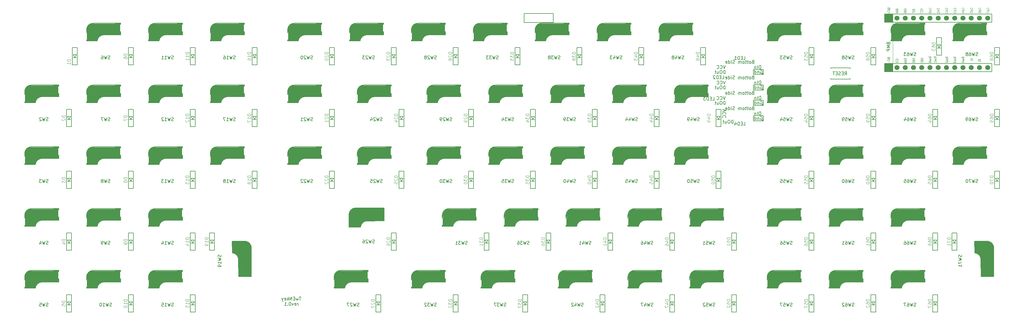
<source format=gbo>
G04 #@! TF.GenerationSoftware,KiCad,Pcbnew,(6.0.0)*
G04 #@! TF.CreationDate,2022-01-01T17:52:16+09:00*
G04 #@! TF.ProjectId,TwENkey,5477454e-6b65-4792-9e6b-696361645f70,rev?*
G04 #@! TF.SameCoordinates,Original*
G04 #@! TF.FileFunction,Legend,Bot*
G04 #@! TF.FilePolarity,Positive*
%FSLAX46Y46*%
G04 Gerber Fmt 4.6, Leading zero omitted, Abs format (unit mm)*
G04 Created by KiCad (PCBNEW (6.0.0)) date 2022-01-01 17:52:16*
%MOMM*%
%LPD*%
G01*
G04 APERTURE LIST*
%ADD10C,0.150000*%
%ADD11C,0.125000*%
%ADD12C,3.000000*%
%ADD13C,1.000000*%
%ADD14C,0.500000*%
%ADD15C,0.400000*%
%ADD16C,0.800000*%
%ADD17C,0.300000*%
%ADD18C,3.500000*%
%ADD19C,0.200000*%
%ADD20C,0.100000*%
%ADD21C,0.120000*%
%ADD22C,1.524000*%
G04 APERTURE END LIST*
D10*
X107775088Y-106399033D02*
X107203659Y-106399033D01*
X107489373Y-107399033D02*
X107489373Y-106399033D01*
X106965564Y-106732367D02*
X106775088Y-107399033D01*
X106584611Y-106922843D01*
X106394135Y-107399033D01*
X106203659Y-106732367D01*
X105822707Y-106875224D02*
X105489373Y-106875224D01*
X105346516Y-107399033D02*
X105822707Y-107399033D01*
X105822707Y-106399033D01*
X105346516Y-106399033D01*
X104917945Y-107399033D02*
X104917945Y-106399033D01*
X104346516Y-107399033D01*
X104346516Y-106399033D01*
X103870326Y-107399033D02*
X103870326Y-106399033D01*
X103775088Y-107018081D02*
X103489373Y-107399033D01*
X103489373Y-106732367D02*
X103870326Y-107113319D01*
X102679849Y-107351414D02*
X102775088Y-107399033D01*
X102965564Y-107399033D01*
X103060802Y-107351414D01*
X103108421Y-107256176D01*
X103108421Y-106875224D01*
X103060802Y-106779986D01*
X102965564Y-106732367D01*
X102775088Y-106732367D01*
X102679849Y-106779986D01*
X102632230Y-106875224D01*
X102632230Y-106970462D01*
X103108421Y-107065700D01*
X102298897Y-106732367D02*
X102060802Y-107399033D01*
X101822707Y-106732367D02*
X102060802Y-107399033D01*
X102156040Y-107637129D01*
X102203659Y-107684748D01*
X102298897Y-107732367D01*
X106846516Y-109009033D02*
X106846516Y-108342367D01*
X106846516Y-108532843D02*
X106798897Y-108437605D01*
X106751278Y-108389986D01*
X106656040Y-108342367D01*
X106560802Y-108342367D01*
X105846516Y-108961414D02*
X105941754Y-109009033D01*
X106132230Y-109009033D01*
X106227468Y-108961414D01*
X106275088Y-108866176D01*
X106275088Y-108485224D01*
X106227468Y-108389986D01*
X106132230Y-108342367D01*
X105941754Y-108342367D01*
X105846516Y-108389986D01*
X105798897Y-108485224D01*
X105798897Y-108580462D01*
X106275088Y-108675700D01*
X105465564Y-108342367D02*
X105227468Y-109009033D01*
X104989373Y-108342367D01*
X104417945Y-108009033D02*
X104322707Y-108009033D01*
X104227468Y-108056653D01*
X104179849Y-108104272D01*
X104132230Y-108199510D01*
X104084611Y-108389986D01*
X104084611Y-108628081D01*
X104132230Y-108818557D01*
X104179849Y-108913795D01*
X104227468Y-108961414D01*
X104322707Y-109009033D01*
X104417945Y-109009033D01*
X104513183Y-108961414D01*
X104560802Y-108913795D01*
X104608421Y-108818557D01*
X104656040Y-108628081D01*
X104656040Y-108389986D01*
X104608421Y-108199510D01*
X104560802Y-108104272D01*
X104513183Y-108056653D01*
X104417945Y-108009033D01*
X103656040Y-108913795D02*
X103608421Y-108961414D01*
X103656040Y-109009033D01*
X103703659Y-108961414D01*
X103656040Y-108913795D01*
X103656040Y-109009033D01*
X102656040Y-109009033D02*
X103227468Y-109009033D01*
X102941754Y-109009033D02*
X102941754Y-108009033D01*
X103036992Y-108151891D01*
X103132230Y-108247129D01*
X103227468Y-108294748D01*
X48958333Y-52029761D02*
X48815476Y-52077380D01*
X48577380Y-52077380D01*
X48482142Y-52029761D01*
X48434523Y-51982142D01*
X48386904Y-51886904D01*
X48386904Y-51791666D01*
X48434523Y-51696428D01*
X48482142Y-51648809D01*
X48577380Y-51601190D01*
X48767857Y-51553571D01*
X48863095Y-51505952D01*
X48910714Y-51458333D01*
X48958333Y-51363095D01*
X48958333Y-51267857D01*
X48910714Y-51172619D01*
X48863095Y-51125000D01*
X48767857Y-51077380D01*
X48529761Y-51077380D01*
X48386904Y-51125000D01*
X48053571Y-51077380D02*
X47815476Y-52077380D01*
X47625000Y-51363095D01*
X47434523Y-52077380D01*
X47196428Y-51077380D01*
X46910714Y-51077380D02*
X46244047Y-51077380D01*
X46672619Y-52077380D01*
X49434523Y-109179761D02*
X49291666Y-109227380D01*
X49053571Y-109227380D01*
X48958333Y-109179761D01*
X48910714Y-109132142D01*
X48863095Y-109036904D01*
X48863095Y-108941666D01*
X48910714Y-108846428D01*
X48958333Y-108798809D01*
X49053571Y-108751190D01*
X49244047Y-108703571D01*
X49339285Y-108655952D01*
X49386904Y-108608333D01*
X49434523Y-108513095D01*
X49434523Y-108417857D01*
X49386904Y-108322619D01*
X49339285Y-108275000D01*
X49244047Y-108227380D01*
X49005952Y-108227380D01*
X48863095Y-108275000D01*
X48529761Y-108227380D02*
X48291666Y-109227380D01*
X48101190Y-108513095D01*
X47910714Y-109227380D01*
X47672619Y-108227380D01*
X46767857Y-109227380D02*
X47339285Y-109227380D01*
X47053571Y-109227380D02*
X47053571Y-108227380D01*
X47148809Y-108370238D01*
X47244047Y-108465476D01*
X47339285Y-108513095D01*
X46148809Y-108227380D02*
X46053571Y-108227380D01*
X45958333Y-108275000D01*
X45910714Y-108322619D01*
X45863095Y-108417857D01*
X45815476Y-108608333D01*
X45815476Y-108846428D01*
X45863095Y-109036904D01*
X45910714Y-109132142D01*
X45958333Y-109179761D01*
X46053571Y-109227380D01*
X46148809Y-109227380D01*
X46244047Y-109179761D01*
X46291666Y-109132142D01*
X46339285Y-109036904D01*
X46386904Y-108846428D01*
X46386904Y-108608333D01*
X46339285Y-108417857D01*
X46291666Y-108322619D01*
X46244047Y-108275000D01*
X46148809Y-108227380D01*
X48958333Y-32979761D02*
X48815476Y-33027380D01*
X48577380Y-33027380D01*
X48482142Y-32979761D01*
X48434523Y-32932142D01*
X48386904Y-32836904D01*
X48386904Y-32741666D01*
X48434523Y-32646428D01*
X48482142Y-32598809D01*
X48577380Y-32551190D01*
X48767857Y-32503571D01*
X48863095Y-32455952D01*
X48910714Y-32408333D01*
X48958333Y-32313095D01*
X48958333Y-32217857D01*
X48910714Y-32122619D01*
X48863095Y-32075000D01*
X48767857Y-32027380D01*
X48529761Y-32027380D01*
X48386904Y-32075000D01*
X48053571Y-32027380D02*
X47815476Y-33027380D01*
X47625000Y-32313095D01*
X47434523Y-33027380D01*
X47196428Y-32027380D01*
X46386904Y-32027380D02*
X46577380Y-32027380D01*
X46672619Y-32075000D01*
X46720238Y-32122619D01*
X46815476Y-32265476D01*
X46863095Y-32455952D01*
X46863095Y-32836904D01*
X46815476Y-32932142D01*
X46767857Y-32979761D01*
X46672619Y-33027380D01*
X46482142Y-33027380D01*
X46386904Y-32979761D01*
X46339285Y-32932142D01*
X46291666Y-32836904D01*
X46291666Y-32598809D01*
X46339285Y-32503571D01*
X46386904Y-32455952D01*
X46482142Y-32408333D01*
X46672619Y-32408333D01*
X46767857Y-32455952D01*
X46815476Y-32503571D01*
X46863095Y-32598809D01*
X48958333Y-90129761D02*
X48815476Y-90177380D01*
X48577380Y-90177380D01*
X48482142Y-90129761D01*
X48434523Y-90082142D01*
X48386904Y-89986904D01*
X48386904Y-89891666D01*
X48434523Y-89796428D01*
X48482142Y-89748809D01*
X48577380Y-89701190D01*
X48767857Y-89653571D01*
X48863095Y-89605952D01*
X48910714Y-89558333D01*
X48958333Y-89463095D01*
X48958333Y-89367857D01*
X48910714Y-89272619D01*
X48863095Y-89225000D01*
X48767857Y-89177380D01*
X48529761Y-89177380D01*
X48386904Y-89225000D01*
X48053571Y-89177380D02*
X47815476Y-90177380D01*
X47625000Y-89463095D01*
X47434523Y-90177380D01*
X47196428Y-89177380D01*
X46767857Y-90177380D02*
X46577380Y-90177380D01*
X46482142Y-90129761D01*
X46434523Y-90082142D01*
X46339285Y-89939285D01*
X46291666Y-89748809D01*
X46291666Y-89367857D01*
X46339285Y-89272619D01*
X46386904Y-89225000D01*
X46482142Y-89177380D01*
X46672619Y-89177380D01*
X46767857Y-89225000D01*
X46815476Y-89272619D01*
X46863095Y-89367857D01*
X46863095Y-89605952D01*
X46815476Y-89701190D01*
X46767857Y-89748809D01*
X46672619Y-89796428D01*
X46482142Y-89796428D01*
X46386904Y-89748809D01*
X46339285Y-89701190D01*
X46291666Y-89605952D01*
X48958333Y-71079761D02*
X48815476Y-71127380D01*
X48577380Y-71127380D01*
X48482142Y-71079761D01*
X48434523Y-71032142D01*
X48386904Y-70936904D01*
X48386904Y-70841666D01*
X48434523Y-70746428D01*
X48482142Y-70698809D01*
X48577380Y-70651190D01*
X48767857Y-70603571D01*
X48863095Y-70555952D01*
X48910714Y-70508333D01*
X48958333Y-70413095D01*
X48958333Y-70317857D01*
X48910714Y-70222619D01*
X48863095Y-70175000D01*
X48767857Y-70127380D01*
X48529761Y-70127380D01*
X48386904Y-70175000D01*
X48053571Y-70127380D02*
X47815476Y-71127380D01*
X47625000Y-70413095D01*
X47434523Y-71127380D01*
X47196428Y-70127380D01*
X46672619Y-70555952D02*
X46767857Y-70508333D01*
X46815476Y-70460714D01*
X46863095Y-70365476D01*
X46863095Y-70317857D01*
X46815476Y-70222619D01*
X46767857Y-70175000D01*
X46672619Y-70127380D01*
X46482142Y-70127380D01*
X46386904Y-70175000D01*
X46339285Y-70222619D01*
X46291666Y-70317857D01*
X46291666Y-70365476D01*
X46339285Y-70460714D01*
X46386904Y-70508333D01*
X46482142Y-70555952D01*
X46672619Y-70555952D01*
X46767857Y-70603571D01*
X46815476Y-70651190D01*
X46863095Y-70746428D01*
X46863095Y-70936904D01*
X46815476Y-71032142D01*
X46767857Y-71079761D01*
X46672619Y-71127380D01*
X46482142Y-71127380D01*
X46386904Y-71079761D01*
X46339285Y-71032142D01*
X46291666Y-70936904D01*
X46291666Y-70746428D01*
X46339285Y-70651190D01*
X46386904Y-70603571D01*
X46482142Y-70555952D01*
X68484523Y-52029761D02*
X68341666Y-52077380D01*
X68103571Y-52077380D01*
X68008333Y-52029761D01*
X67960714Y-51982142D01*
X67913095Y-51886904D01*
X67913095Y-51791666D01*
X67960714Y-51696428D01*
X68008333Y-51648809D01*
X68103571Y-51601190D01*
X68294047Y-51553571D01*
X68389285Y-51505952D01*
X68436904Y-51458333D01*
X68484523Y-51363095D01*
X68484523Y-51267857D01*
X68436904Y-51172619D01*
X68389285Y-51125000D01*
X68294047Y-51077380D01*
X68055952Y-51077380D01*
X67913095Y-51125000D01*
X67579761Y-51077380D02*
X67341666Y-52077380D01*
X67151190Y-51363095D01*
X66960714Y-52077380D01*
X66722619Y-51077380D01*
X65817857Y-52077380D02*
X66389285Y-52077380D01*
X66103571Y-52077380D02*
X66103571Y-51077380D01*
X66198809Y-51220238D01*
X66294047Y-51315476D01*
X66389285Y-51363095D01*
X65436904Y-51172619D02*
X65389285Y-51125000D01*
X65294047Y-51077380D01*
X65055952Y-51077380D01*
X64960714Y-51125000D01*
X64913095Y-51172619D01*
X64865476Y-51267857D01*
X64865476Y-51363095D01*
X64913095Y-51505952D01*
X65484523Y-52077380D01*
X64865476Y-52077380D01*
X68484523Y-32979761D02*
X68341666Y-33027380D01*
X68103571Y-33027380D01*
X68008333Y-32979761D01*
X67960714Y-32932142D01*
X67913095Y-32836904D01*
X67913095Y-32741666D01*
X67960714Y-32646428D01*
X68008333Y-32598809D01*
X68103571Y-32551190D01*
X68294047Y-32503571D01*
X68389285Y-32455952D01*
X68436904Y-32408333D01*
X68484523Y-32313095D01*
X68484523Y-32217857D01*
X68436904Y-32122619D01*
X68389285Y-32075000D01*
X68294047Y-32027380D01*
X68055952Y-32027380D01*
X67913095Y-32075000D01*
X67579761Y-32027380D02*
X67341666Y-33027380D01*
X67151190Y-32313095D01*
X66960714Y-33027380D01*
X66722619Y-32027380D01*
X65817857Y-33027380D02*
X66389285Y-33027380D01*
X66103571Y-33027380D02*
X66103571Y-32027380D01*
X66198809Y-32170238D01*
X66294047Y-32265476D01*
X66389285Y-32313095D01*
X64865476Y-33027380D02*
X65436904Y-33027380D01*
X65151190Y-33027380D02*
X65151190Y-32027380D01*
X65246428Y-32170238D01*
X65341666Y-32265476D01*
X65436904Y-32313095D01*
X68484523Y-71079761D02*
X68341666Y-71127380D01*
X68103571Y-71127380D01*
X68008333Y-71079761D01*
X67960714Y-71032142D01*
X67913095Y-70936904D01*
X67913095Y-70841666D01*
X67960714Y-70746428D01*
X68008333Y-70698809D01*
X68103571Y-70651190D01*
X68294047Y-70603571D01*
X68389285Y-70555952D01*
X68436904Y-70508333D01*
X68484523Y-70413095D01*
X68484523Y-70317857D01*
X68436904Y-70222619D01*
X68389285Y-70175000D01*
X68294047Y-70127380D01*
X68055952Y-70127380D01*
X67913095Y-70175000D01*
X67579761Y-70127380D02*
X67341666Y-71127380D01*
X67151190Y-70413095D01*
X66960714Y-71127380D01*
X66722619Y-70127380D01*
X65817857Y-71127380D02*
X66389285Y-71127380D01*
X66103571Y-71127380D02*
X66103571Y-70127380D01*
X66198809Y-70270238D01*
X66294047Y-70365476D01*
X66389285Y-70413095D01*
X65484523Y-70127380D02*
X64865476Y-70127380D01*
X65198809Y-70508333D01*
X65055952Y-70508333D01*
X64960714Y-70555952D01*
X64913095Y-70603571D01*
X64865476Y-70698809D01*
X64865476Y-70936904D01*
X64913095Y-71032142D01*
X64960714Y-71079761D01*
X65055952Y-71127380D01*
X65341666Y-71127380D01*
X65436904Y-71079761D01*
X65484523Y-71032142D01*
X68484523Y-90129761D02*
X68341666Y-90177380D01*
X68103571Y-90177380D01*
X68008333Y-90129761D01*
X67960714Y-90082142D01*
X67913095Y-89986904D01*
X67913095Y-89891666D01*
X67960714Y-89796428D01*
X68008333Y-89748809D01*
X68103571Y-89701190D01*
X68294047Y-89653571D01*
X68389285Y-89605952D01*
X68436904Y-89558333D01*
X68484523Y-89463095D01*
X68484523Y-89367857D01*
X68436904Y-89272619D01*
X68389285Y-89225000D01*
X68294047Y-89177380D01*
X68055952Y-89177380D01*
X67913095Y-89225000D01*
X67579761Y-89177380D02*
X67341666Y-90177380D01*
X67151190Y-89463095D01*
X66960714Y-90177380D01*
X66722619Y-89177380D01*
X65817857Y-90177380D02*
X66389285Y-90177380D01*
X66103571Y-90177380D02*
X66103571Y-89177380D01*
X66198809Y-89320238D01*
X66294047Y-89415476D01*
X66389285Y-89463095D01*
X64960714Y-89510714D02*
X64960714Y-90177380D01*
X65198809Y-89129761D02*
X65436904Y-89844047D01*
X64817857Y-89844047D01*
X87534523Y-52029761D02*
X87391666Y-52077380D01*
X87153571Y-52077380D01*
X87058333Y-52029761D01*
X87010714Y-51982142D01*
X86963095Y-51886904D01*
X86963095Y-51791666D01*
X87010714Y-51696428D01*
X87058333Y-51648809D01*
X87153571Y-51601190D01*
X87344047Y-51553571D01*
X87439285Y-51505952D01*
X87486904Y-51458333D01*
X87534523Y-51363095D01*
X87534523Y-51267857D01*
X87486904Y-51172619D01*
X87439285Y-51125000D01*
X87344047Y-51077380D01*
X87105952Y-51077380D01*
X86963095Y-51125000D01*
X86629761Y-51077380D02*
X86391666Y-52077380D01*
X86201190Y-51363095D01*
X86010714Y-52077380D01*
X85772619Y-51077380D01*
X84867857Y-52077380D02*
X85439285Y-52077380D01*
X85153571Y-52077380D02*
X85153571Y-51077380D01*
X85248809Y-51220238D01*
X85344047Y-51315476D01*
X85439285Y-51363095D01*
X84534523Y-51077380D02*
X83867857Y-51077380D01*
X84296428Y-52077380D01*
X87534523Y-71079761D02*
X87391666Y-71127380D01*
X87153571Y-71127380D01*
X87058333Y-71079761D01*
X87010714Y-71032142D01*
X86963095Y-70936904D01*
X86963095Y-70841666D01*
X87010714Y-70746428D01*
X87058333Y-70698809D01*
X87153571Y-70651190D01*
X87344047Y-70603571D01*
X87439285Y-70555952D01*
X87486904Y-70508333D01*
X87534523Y-70413095D01*
X87534523Y-70317857D01*
X87486904Y-70222619D01*
X87439285Y-70175000D01*
X87344047Y-70127380D01*
X87105952Y-70127380D01*
X86963095Y-70175000D01*
X86629761Y-70127380D02*
X86391666Y-71127380D01*
X86201190Y-70413095D01*
X86010714Y-71127380D01*
X85772619Y-70127380D01*
X84867857Y-71127380D02*
X85439285Y-71127380D01*
X85153571Y-71127380D02*
X85153571Y-70127380D01*
X85248809Y-70270238D01*
X85344047Y-70365476D01*
X85439285Y-70413095D01*
X84296428Y-70555952D02*
X84391666Y-70508333D01*
X84439285Y-70460714D01*
X84486904Y-70365476D01*
X84486904Y-70317857D01*
X84439285Y-70222619D01*
X84391666Y-70175000D01*
X84296428Y-70127380D01*
X84105952Y-70127380D01*
X84010714Y-70175000D01*
X83963095Y-70222619D01*
X83915476Y-70317857D01*
X83915476Y-70365476D01*
X83963095Y-70460714D01*
X84010714Y-70508333D01*
X84105952Y-70555952D01*
X84296428Y-70555952D01*
X84391666Y-70603571D01*
X84439285Y-70651190D01*
X84486904Y-70746428D01*
X84486904Y-70936904D01*
X84439285Y-71032142D01*
X84391666Y-71079761D01*
X84296428Y-71127380D01*
X84105952Y-71127380D01*
X84010714Y-71079761D01*
X83963095Y-71032142D01*
X83915476Y-70936904D01*
X83915476Y-70746428D01*
X83963095Y-70651190D01*
X84010714Y-70603571D01*
X84105952Y-70555952D01*
X68484523Y-109179761D02*
X68341666Y-109227380D01*
X68103571Y-109227380D01*
X68008333Y-109179761D01*
X67960714Y-109132142D01*
X67913095Y-109036904D01*
X67913095Y-108941666D01*
X67960714Y-108846428D01*
X68008333Y-108798809D01*
X68103571Y-108751190D01*
X68294047Y-108703571D01*
X68389285Y-108655952D01*
X68436904Y-108608333D01*
X68484523Y-108513095D01*
X68484523Y-108417857D01*
X68436904Y-108322619D01*
X68389285Y-108275000D01*
X68294047Y-108227380D01*
X68055952Y-108227380D01*
X67913095Y-108275000D01*
X67579761Y-108227380D02*
X67341666Y-109227380D01*
X67151190Y-108513095D01*
X66960714Y-109227380D01*
X66722619Y-108227380D01*
X65817857Y-109227380D02*
X66389285Y-109227380D01*
X66103571Y-109227380D02*
X66103571Y-108227380D01*
X66198809Y-108370238D01*
X66294047Y-108465476D01*
X66389285Y-108513095D01*
X64913095Y-108227380D02*
X65389285Y-108227380D01*
X65436904Y-108703571D01*
X65389285Y-108655952D01*
X65294047Y-108608333D01*
X65055952Y-108608333D01*
X64960714Y-108655952D01*
X64913095Y-108703571D01*
X64865476Y-108798809D01*
X64865476Y-109036904D01*
X64913095Y-109132142D01*
X64960714Y-109179761D01*
X65055952Y-109227380D01*
X65294047Y-109227380D01*
X65389285Y-109179761D01*
X65436904Y-109132142D01*
X111347023Y-52029761D02*
X111204166Y-52077380D01*
X110966071Y-52077380D01*
X110870833Y-52029761D01*
X110823214Y-51982142D01*
X110775595Y-51886904D01*
X110775595Y-51791666D01*
X110823214Y-51696428D01*
X110870833Y-51648809D01*
X110966071Y-51601190D01*
X111156547Y-51553571D01*
X111251785Y-51505952D01*
X111299404Y-51458333D01*
X111347023Y-51363095D01*
X111347023Y-51267857D01*
X111299404Y-51172619D01*
X111251785Y-51125000D01*
X111156547Y-51077380D01*
X110918452Y-51077380D01*
X110775595Y-51125000D01*
X110442261Y-51077380D02*
X110204166Y-52077380D01*
X110013690Y-51363095D01*
X109823214Y-52077380D01*
X109585119Y-51077380D01*
X109251785Y-51172619D02*
X109204166Y-51125000D01*
X109108928Y-51077380D01*
X108870833Y-51077380D01*
X108775595Y-51125000D01*
X108727976Y-51172619D01*
X108680357Y-51267857D01*
X108680357Y-51363095D01*
X108727976Y-51505952D01*
X109299404Y-52077380D01*
X108680357Y-52077380D01*
X107727976Y-52077380D02*
X108299404Y-52077380D01*
X108013690Y-52077380D02*
X108013690Y-51077380D01*
X108108928Y-51220238D01*
X108204166Y-51315476D01*
X108299404Y-51363095D01*
X178022023Y-90129761D02*
X177879166Y-90177380D01*
X177641071Y-90177380D01*
X177545833Y-90129761D01*
X177498214Y-90082142D01*
X177450595Y-89986904D01*
X177450595Y-89891666D01*
X177498214Y-89796428D01*
X177545833Y-89748809D01*
X177641071Y-89701190D01*
X177831547Y-89653571D01*
X177926785Y-89605952D01*
X177974404Y-89558333D01*
X178022023Y-89463095D01*
X178022023Y-89367857D01*
X177974404Y-89272619D01*
X177926785Y-89225000D01*
X177831547Y-89177380D01*
X177593452Y-89177380D01*
X177450595Y-89225000D01*
X177117261Y-89177380D02*
X176879166Y-90177380D01*
X176688690Y-89463095D01*
X176498214Y-90177380D01*
X176260119Y-89177380D01*
X175974404Y-89177380D02*
X175355357Y-89177380D01*
X175688690Y-89558333D01*
X175545833Y-89558333D01*
X175450595Y-89605952D01*
X175402976Y-89653571D01*
X175355357Y-89748809D01*
X175355357Y-89986904D01*
X175402976Y-90082142D01*
X175450595Y-90129761D01*
X175545833Y-90177380D01*
X175831547Y-90177380D01*
X175926785Y-90129761D01*
X175974404Y-90082142D01*
X174498214Y-89177380D02*
X174688690Y-89177380D01*
X174783928Y-89225000D01*
X174831547Y-89272619D01*
X174926785Y-89415476D01*
X174974404Y-89605952D01*
X174974404Y-89986904D01*
X174926785Y-90082142D01*
X174879166Y-90129761D01*
X174783928Y-90177380D01*
X174593452Y-90177380D01*
X174498214Y-90129761D01*
X174450595Y-90082142D01*
X174402976Y-89986904D01*
X174402976Y-89748809D01*
X174450595Y-89653571D01*
X174498214Y-89605952D01*
X174593452Y-89558333D01*
X174783928Y-89558333D01*
X174879166Y-89605952D01*
X174926785Y-89653571D01*
X174974404Y-89748809D01*
X111347023Y-71079761D02*
X111204166Y-71127380D01*
X110966071Y-71127380D01*
X110870833Y-71079761D01*
X110823214Y-71032142D01*
X110775595Y-70936904D01*
X110775595Y-70841666D01*
X110823214Y-70746428D01*
X110870833Y-70698809D01*
X110966071Y-70651190D01*
X111156547Y-70603571D01*
X111251785Y-70555952D01*
X111299404Y-70508333D01*
X111347023Y-70413095D01*
X111347023Y-70317857D01*
X111299404Y-70222619D01*
X111251785Y-70175000D01*
X111156547Y-70127380D01*
X110918452Y-70127380D01*
X110775595Y-70175000D01*
X110442261Y-70127380D02*
X110204166Y-71127380D01*
X110013690Y-70413095D01*
X109823214Y-71127380D01*
X109585119Y-70127380D01*
X109251785Y-70222619D02*
X109204166Y-70175000D01*
X109108928Y-70127380D01*
X108870833Y-70127380D01*
X108775595Y-70175000D01*
X108727976Y-70222619D01*
X108680357Y-70317857D01*
X108680357Y-70413095D01*
X108727976Y-70555952D01*
X109299404Y-71127380D01*
X108680357Y-71127380D01*
X108299404Y-70222619D02*
X108251785Y-70175000D01*
X108156547Y-70127380D01*
X107918452Y-70127380D01*
X107823214Y-70175000D01*
X107775595Y-70222619D01*
X107727976Y-70317857D01*
X107727976Y-70413095D01*
X107775595Y-70555952D01*
X108347023Y-71127380D01*
X107727976Y-71127380D01*
X158972023Y-90129761D02*
X158829166Y-90177380D01*
X158591071Y-90177380D01*
X158495833Y-90129761D01*
X158448214Y-90082142D01*
X158400595Y-89986904D01*
X158400595Y-89891666D01*
X158448214Y-89796428D01*
X158495833Y-89748809D01*
X158591071Y-89701190D01*
X158781547Y-89653571D01*
X158876785Y-89605952D01*
X158924404Y-89558333D01*
X158972023Y-89463095D01*
X158972023Y-89367857D01*
X158924404Y-89272619D01*
X158876785Y-89225000D01*
X158781547Y-89177380D01*
X158543452Y-89177380D01*
X158400595Y-89225000D01*
X158067261Y-89177380D02*
X157829166Y-90177380D01*
X157638690Y-89463095D01*
X157448214Y-90177380D01*
X157210119Y-89177380D01*
X156924404Y-89177380D02*
X156305357Y-89177380D01*
X156638690Y-89558333D01*
X156495833Y-89558333D01*
X156400595Y-89605952D01*
X156352976Y-89653571D01*
X156305357Y-89748809D01*
X156305357Y-89986904D01*
X156352976Y-90082142D01*
X156400595Y-90129761D01*
X156495833Y-90177380D01*
X156781547Y-90177380D01*
X156876785Y-90129761D01*
X156924404Y-90082142D01*
X155352976Y-90177380D02*
X155924404Y-90177380D01*
X155638690Y-90177380D02*
X155638690Y-89177380D01*
X155733928Y-89320238D01*
X155829166Y-89415476D01*
X155924404Y-89463095D01*
X154209523Y-52029761D02*
X154066666Y-52077380D01*
X153828571Y-52077380D01*
X153733333Y-52029761D01*
X153685714Y-51982142D01*
X153638095Y-51886904D01*
X153638095Y-51791666D01*
X153685714Y-51696428D01*
X153733333Y-51648809D01*
X153828571Y-51601190D01*
X154019047Y-51553571D01*
X154114285Y-51505952D01*
X154161904Y-51458333D01*
X154209523Y-51363095D01*
X154209523Y-51267857D01*
X154161904Y-51172619D01*
X154114285Y-51125000D01*
X154019047Y-51077380D01*
X153780952Y-51077380D01*
X153638095Y-51125000D01*
X153304761Y-51077380D02*
X153066666Y-52077380D01*
X152876190Y-51363095D01*
X152685714Y-52077380D01*
X152447619Y-51077380D01*
X152114285Y-51172619D02*
X152066666Y-51125000D01*
X151971428Y-51077380D01*
X151733333Y-51077380D01*
X151638095Y-51125000D01*
X151590476Y-51172619D01*
X151542857Y-51267857D01*
X151542857Y-51363095D01*
X151590476Y-51505952D01*
X152161904Y-52077380D01*
X151542857Y-52077380D01*
X151066666Y-52077380D02*
X150876190Y-52077380D01*
X150780952Y-52029761D01*
X150733333Y-51982142D01*
X150638095Y-51839285D01*
X150590476Y-51648809D01*
X150590476Y-51267857D01*
X150638095Y-51172619D01*
X150685714Y-51125000D01*
X150780952Y-51077380D01*
X150971428Y-51077380D01*
X151066666Y-51125000D01*
X151114285Y-51172619D01*
X151161904Y-51267857D01*
X151161904Y-51505952D01*
X151114285Y-51601190D01*
X151066666Y-51648809D01*
X150971428Y-51696428D01*
X150780952Y-51696428D01*
X150685714Y-51648809D01*
X150638095Y-51601190D01*
X150590476Y-51505952D01*
X154209523Y-71079761D02*
X154066666Y-71127380D01*
X153828571Y-71127380D01*
X153733333Y-71079761D01*
X153685714Y-71032142D01*
X153638095Y-70936904D01*
X153638095Y-70841666D01*
X153685714Y-70746428D01*
X153733333Y-70698809D01*
X153828571Y-70651190D01*
X154019047Y-70603571D01*
X154114285Y-70555952D01*
X154161904Y-70508333D01*
X154209523Y-70413095D01*
X154209523Y-70317857D01*
X154161904Y-70222619D01*
X154114285Y-70175000D01*
X154019047Y-70127380D01*
X153780952Y-70127380D01*
X153638095Y-70175000D01*
X153304761Y-70127380D02*
X153066666Y-71127380D01*
X152876190Y-70413095D01*
X152685714Y-71127380D01*
X152447619Y-70127380D01*
X152161904Y-70127380D02*
X151542857Y-70127380D01*
X151876190Y-70508333D01*
X151733333Y-70508333D01*
X151638095Y-70555952D01*
X151590476Y-70603571D01*
X151542857Y-70698809D01*
X151542857Y-70936904D01*
X151590476Y-71032142D01*
X151638095Y-71079761D01*
X151733333Y-71127380D01*
X152019047Y-71127380D01*
X152114285Y-71079761D01*
X152161904Y-71032142D01*
X150923809Y-70127380D02*
X150828571Y-70127380D01*
X150733333Y-70175000D01*
X150685714Y-70222619D01*
X150638095Y-70317857D01*
X150590476Y-70508333D01*
X150590476Y-70746428D01*
X150638095Y-70936904D01*
X150685714Y-71032142D01*
X150733333Y-71079761D01*
X150828571Y-71127380D01*
X150923809Y-71127380D01*
X151019047Y-71079761D01*
X151066666Y-71032142D01*
X151114285Y-70936904D01*
X151161904Y-70746428D01*
X151161904Y-70508333D01*
X151114285Y-70317857D01*
X151066666Y-70222619D01*
X151019047Y-70175000D01*
X150923809Y-70127380D01*
X111347023Y-32979761D02*
X111204166Y-33027380D01*
X110966071Y-33027380D01*
X110870833Y-32979761D01*
X110823214Y-32932142D01*
X110775595Y-32836904D01*
X110775595Y-32741666D01*
X110823214Y-32646428D01*
X110870833Y-32598809D01*
X110966071Y-32551190D01*
X111156547Y-32503571D01*
X111251785Y-32455952D01*
X111299404Y-32408333D01*
X111347023Y-32313095D01*
X111347023Y-32217857D01*
X111299404Y-32122619D01*
X111251785Y-32075000D01*
X111156547Y-32027380D01*
X110918452Y-32027380D01*
X110775595Y-32075000D01*
X110442261Y-32027380D02*
X110204166Y-33027380D01*
X110013690Y-32313095D01*
X109823214Y-33027380D01*
X109585119Y-32027380D01*
X109251785Y-32122619D02*
X109204166Y-32075000D01*
X109108928Y-32027380D01*
X108870833Y-32027380D01*
X108775595Y-32075000D01*
X108727976Y-32122619D01*
X108680357Y-32217857D01*
X108680357Y-32313095D01*
X108727976Y-32455952D01*
X109299404Y-33027380D01*
X108680357Y-33027380D01*
X108061309Y-32027380D02*
X107966071Y-32027380D01*
X107870833Y-32075000D01*
X107823214Y-32122619D01*
X107775595Y-32217857D01*
X107727976Y-32408333D01*
X107727976Y-32646428D01*
X107775595Y-32836904D01*
X107823214Y-32932142D01*
X107870833Y-32979761D01*
X107966071Y-33027380D01*
X108061309Y-33027380D01*
X108156547Y-32979761D01*
X108204166Y-32932142D01*
X108251785Y-32836904D01*
X108299404Y-32646428D01*
X108299404Y-32408333D01*
X108251785Y-32217857D01*
X108204166Y-32122619D01*
X108156547Y-32075000D01*
X108061309Y-32027380D01*
X130397023Y-32979761D02*
X130254166Y-33027380D01*
X130016071Y-33027380D01*
X129920833Y-32979761D01*
X129873214Y-32932142D01*
X129825595Y-32836904D01*
X129825595Y-32741666D01*
X129873214Y-32646428D01*
X129920833Y-32598809D01*
X130016071Y-32551190D01*
X130206547Y-32503571D01*
X130301785Y-32455952D01*
X130349404Y-32408333D01*
X130397023Y-32313095D01*
X130397023Y-32217857D01*
X130349404Y-32122619D01*
X130301785Y-32075000D01*
X130206547Y-32027380D01*
X129968452Y-32027380D01*
X129825595Y-32075000D01*
X129492261Y-32027380D02*
X129254166Y-33027380D01*
X129063690Y-32313095D01*
X128873214Y-33027380D01*
X128635119Y-32027380D01*
X128301785Y-32122619D02*
X128254166Y-32075000D01*
X128158928Y-32027380D01*
X127920833Y-32027380D01*
X127825595Y-32075000D01*
X127777976Y-32122619D01*
X127730357Y-32217857D01*
X127730357Y-32313095D01*
X127777976Y-32455952D01*
X128349404Y-33027380D01*
X127730357Y-33027380D01*
X127397023Y-32027380D02*
X126777976Y-32027380D01*
X127111309Y-32408333D01*
X126968452Y-32408333D01*
X126873214Y-32455952D01*
X126825595Y-32503571D01*
X126777976Y-32598809D01*
X126777976Y-32836904D01*
X126825595Y-32932142D01*
X126873214Y-32979761D01*
X126968452Y-33027380D01*
X127254166Y-33027380D01*
X127349404Y-32979761D01*
X127397023Y-32932142D01*
X192309523Y-71079761D02*
X192166666Y-71127380D01*
X191928571Y-71127380D01*
X191833333Y-71079761D01*
X191785714Y-71032142D01*
X191738095Y-70936904D01*
X191738095Y-70841666D01*
X191785714Y-70746428D01*
X191833333Y-70698809D01*
X191928571Y-70651190D01*
X192119047Y-70603571D01*
X192214285Y-70555952D01*
X192261904Y-70508333D01*
X192309523Y-70413095D01*
X192309523Y-70317857D01*
X192261904Y-70222619D01*
X192214285Y-70175000D01*
X192119047Y-70127380D01*
X191880952Y-70127380D01*
X191738095Y-70175000D01*
X191404761Y-70127380D02*
X191166666Y-71127380D01*
X190976190Y-70413095D01*
X190785714Y-71127380D01*
X190547619Y-70127380D01*
X189738095Y-70460714D02*
X189738095Y-71127380D01*
X189976190Y-70079761D02*
X190214285Y-70794047D01*
X189595238Y-70794047D01*
X189023809Y-70127380D02*
X188928571Y-70127380D01*
X188833333Y-70175000D01*
X188785714Y-70222619D01*
X188738095Y-70317857D01*
X188690476Y-70508333D01*
X188690476Y-70746428D01*
X188738095Y-70936904D01*
X188785714Y-71032142D01*
X188833333Y-71079761D01*
X188928571Y-71127380D01*
X189023809Y-71127380D01*
X189119047Y-71079761D01*
X189166666Y-71032142D01*
X189214285Y-70936904D01*
X189261904Y-70746428D01*
X189261904Y-70508333D01*
X189214285Y-70317857D01*
X189166666Y-70222619D01*
X189119047Y-70175000D01*
X189023809Y-70127380D01*
X197072023Y-90129761D02*
X196929166Y-90177380D01*
X196691071Y-90177380D01*
X196595833Y-90129761D01*
X196548214Y-90082142D01*
X196500595Y-89986904D01*
X196500595Y-89891666D01*
X196548214Y-89796428D01*
X196595833Y-89748809D01*
X196691071Y-89701190D01*
X196881547Y-89653571D01*
X196976785Y-89605952D01*
X197024404Y-89558333D01*
X197072023Y-89463095D01*
X197072023Y-89367857D01*
X197024404Y-89272619D01*
X196976785Y-89225000D01*
X196881547Y-89177380D01*
X196643452Y-89177380D01*
X196500595Y-89225000D01*
X196167261Y-89177380D02*
X195929166Y-90177380D01*
X195738690Y-89463095D01*
X195548214Y-90177380D01*
X195310119Y-89177380D01*
X194500595Y-89510714D02*
X194500595Y-90177380D01*
X194738690Y-89129761D02*
X194976785Y-89844047D01*
X194357738Y-89844047D01*
X193452976Y-90177380D02*
X194024404Y-90177380D01*
X193738690Y-90177380D02*
X193738690Y-89177380D01*
X193833928Y-89320238D01*
X193929166Y-89415476D01*
X194024404Y-89463095D01*
X187547023Y-32979761D02*
X187404166Y-33027380D01*
X187166071Y-33027380D01*
X187070833Y-32979761D01*
X187023214Y-32932142D01*
X186975595Y-32836904D01*
X186975595Y-32741666D01*
X187023214Y-32646428D01*
X187070833Y-32598809D01*
X187166071Y-32551190D01*
X187356547Y-32503571D01*
X187451785Y-32455952D01*
X187499404Y-32408333D01*
X187547023Y-32313095D01*
X187547023Y-32217857D01*
X187499404Y-32122619D01*
X187451785Y-32075000D01*
X187356547Y-32027380D01*
X187118452Y-32027380D01*
X186975595Y-32075000D01*
X186642261Y-32027380D02*
X186404166Y-33027380D01*
X186213690Y-32313095D01*
X186023214Y-33027380D01*
X185785119Y-32027380D01*
X185499404Y-32027380D02*
X184880357Y-32027380D01*
X185213690Y-32408333D01*
X185070833Y-32408333D01*
X184975595Y-32455952D01*
X184927976Y-32503571D01*
X184880357Y-32598809D01*
X184880357Y-32836904D01*
X184927976Y-32932142D01*
X184975595Y-32979761D01*
X185070833Y-33027380D01*
X185356547Y-33027380D01*
X185451785Y-32979761D01*
X185499404Y-32932142D01*
X184308928Y-32455952D02*
X184404166Y-32408333D01*
X184451785Y-32360714D01*
X184499404Y-32265476D01*
X184499404Y-32217857D01*
X184451785Y-32122619D01*
X184404166Y-32075000D01*
X184308928Y-32027380D01*
X184118452Y-32027380D01*
X184023214Y-32075000D01*
X183975595Y-32122619D01*
X183927976Y-32217857D01*
X183927976Y-32265476D01*
X183975595Y-32360714D01*
X184023214Y-32408333D01*
X184118452Y-32455952D01*
X184308928Y-32455952D01*
X184404166Y-32503571D01*
X184451785Y-32551190D01*
X184499404Y-32646428D01*
X184499404Y-32836904D01*
X184451785Y-32932142D01*
X184404166Y-32979761D01*
X184308928Y-33027380D01*
X184118452Y-33027380D01*
X184023214Y-32979761D01*
X183975595Y-32932142D01*
X183927976Y-32836904D01*
X183927976Y-32646428D01*
X183975595Y-32551190D01*
X184023214Y-32503571D01*
X184118452Y-32455952D01*
X211359523Y-52029761D02*
X211216666Y-52077380D01*
X210978571Y-52077380D01*
X210883333Y-52029761D01*
X210835714Y-51982142D01*
X210788095Y-51886904D01*
X210788095Y-51791666D01*
X210835714Y-51696428D01*
X210883333Y-51648809D01*
X210978571Y-51601190D01*
X211169047Y-51553571D01*
X211264285Y-51505952D01*
X211311904Y-51458333D01*
X211359523Y-51363095D01*
X211359523Y-51267857D01*
X211311904Y-51172619D01*
X211264285Y-51125000D01*
X211169047Y-51077380D01*
X210930952Y-51077380D01*
X210788095Y-51125000D01*
X210454761Y-51077380D02*
X210216666Y-52077380D01*
X210026190Y-51363095D01*
X209835714Y-52077380D01*
X209597619Y-51077380D01*
X208788095Y-51410714D02*
X208788095Y-52077380D01*
X209026190Y-51029761D02*
X209264285Y-51744047D01*
X208645238Y-51744047D01*
X207835714Y-51410714D02*
X207835714Y-52077380D01*
X208073809Y-51029761D02*
X208311904Y-51744047D01*
X207692857Y-51744047D01*
X168497023Y-32979761D02*
X168354166Y-33027380D01*
X168116071Y-33027380D01*
X168020833Y-32979761D01*
X167973214Y-32932142D01*
X167925595Y-32836904D01*
X167925595Y-32741666D01*
X167973214Y-32646428D01*
X168020833Y-32598809D01*
X168116071Y-32551190D01*
X168306547Y-32503571D01*
X168401785Y-32455952D01*
X168449404Y-32408333D01*
X168497023Y-32313095D01*
X168497023Y-32217857D01*
X168449404Y-32122619D01*
X168401785Y-32075000D01*
X168306547Y-32027380D01*
X168068452Y-32027380D01*
X167925595Y-32075000D01*
X167592261Y-32027380D02*
X167354166Y-33027380D01*
X167163690Y-32313095D01*
X166973214Y-33027380D01*
X166735119Y-32027380D01*
X166449404Y-32027380D02*
X165830357Y-32027380D01*
X166163690Y-32408333D01*
X166020833Y-32408333D01*
X165925595Y-32455952D01*
X165877976Y-32503571D01*
X165830357Y-32598809D01*
X165830357Y-32836904D01*
X165877976Y-32932142D01*
X165925595Y-32979761D01*
X166020833Y-33027380D01*
X166306547Y-33027380D01*
X166401785Y-32979761D01*
X166449404Y-32932142D01*
X165497023Y-32027380D02*
X164877976Y-32027380D01*
X165211309Y-32408333D01*
X165068452Y-32408333D01*
X164973214Y-32455952D01*
X164925595Y-32503571D01*
X164877976Y-32598809D01*
X164877976Y-32836904D01*
X164925595Y-32932142D01*
X164973214Y-32979761D01*
X165068452Y-33027380D01*
X165354166Y-33027380D01*
X165449404Y-32979761D01*
X165497023Y-32932142D01*
X173259523Y-71079761D02*
X173116666Y-71127380D01*
X172878571Y-71127380D01*
X172783333Y-71079761D01*
X172735714Y-71032142D01*
X172688095Y-70936904D01*
X172688095Y-70841666D01*
X172735714Y-70746428D01*
X172783333Y-70698809D01*
X172878571Y-70651190D01*
X173069047Y-70603571D01*
X173164285Y-70555952D01*
X173211904Y-70508333D01*
X173259523Y-70413095D01*
X173259523Y-70317857D01*
X173211904Y-70222619D01*
X173164285Y-70175000D01*
X173069047Y-70127380D01*
X172830952Y-70127380D01*
X172688095Y-70175000D01*
X172354761Y-70127380D02*
X172116666Y-71127380D01*
X171926190Y-70413095D01*
X171735714Y-71127380D01*
X171497619Y-70127380D01*
X171211904Y-70127380D02*
X170592857Y-70127380D01*
X170926190Y-70508333D01*
X170783333Y-70508333D01*
X170688095Y-70555952D01*
X170640476Y-70603571D01*
X170592857Y-70698809D01*
X170592857Y-70936904D01*
X170640476Y-71032142D01*
X170688095Y-71079761D01*
X170783333Y-71127380D01*
X171069047Y-71127380D01*
X171164285Y-71079761D01*
X171211904Y-71032142D01*
X169688095Y-70127380D02*
X170164285Y-70127380D01*
X170211904Y-70603571D01*
X170164285Y-70555952D01*
X170069047Y-70508333D01*
X169830952Y-70508333D01*
X169735714Y-70555952D01*
X169688095Y-70603571D01*
X169640476Y-70698809D01*
X169640476Y-70936904D01*
X169688095Y-71032142D01*
X169735714Y-71079761D01*
X169830952Y-71127380D01*
X170069047Y-71127380D01*
X170164285Y-71079761D01*
X170211904Y-71032142D01*
X149447023Y-32979761D02*
X149304166Y-33027380D01*
X149066071Y-33027380D01*
X148970833Y-32979761D01*
X148923214Y-32932142D01*
X148875595Y-32836904D01*
X148875595Y-32741666D01*
X148923214Y-32646428D01*
X148970833Y-32598809D01*
X149066071Y-32551190D01*
X149256547Y-32503571D01*
X149351785Y-32455952D01*
X149399404Y-32408333D01*
X149447023Y-32313095D01*
X149447023Y-32217857D01*
X149399404Y-32122619D01*
X149351785Y-32075000D01*
X149256547Y-32027380D01*
X149018452Y-32027380D01*
X148875595Y-32075000D01*
X148542261Y-32027380D02*
X148304166Y-33027380D01*
X148113690Y-32313095D01*
X147923214Y-33027380D01*
X147685119Y-32027380D01*
X147351785Y-32122619D02*
X147304166Y-32075000D01*
X147208928Y-32027380D01*
X146970833Y-32027380D01*
X146875595Y-32075000D01*
X146827976Y-32122619D01*
X146780357Y-32217857D01*
X146780357Y-32313095D01*
X146827976Y-32455952D01*
X147399404Y-33027380D01*
X146780357Y-33027380D01*
X146208928Y-32455952D02*
X146304166Y-32408333D01*
X146351785Y-32360714D01*
X146399404Y-32265476D01*
X146399404Y-32217857D01*
X146351785Y-32122619D01*
X146304166Y-32075000D01*
X146208928Y-32027380D01*
X146018452Y-32027380D01*
X145923214Y-32075000D01*
X145875595Y-32122619D01*
X145827976Y-32217857D01*
X145827976Y-32265476D01*
X145875595Y-32360714D01*
X145923214Y-32408333D01*
X146018452Y-32455952D01*
X146208928Y-32455952D01*
X146304166Y-32503571D01*
X146351785Y-32551190D01*
X146399404Y-32646428D01*
X146399404Y-32836904D01*
X146351785Y-32932142D01*
X146304166Y-32979761D01*
X146208928Y-33027380D01*
X146018452Y-33027380D01*
X145923214Y-32979761D01*
X145875595Y-32932142D01*
X145827976Y-32836904D01*
X145827976Y-32646428D01*
X145875595Y-32551190D01*
X145923214Y-32503571D01*
X146018452Y-32455952D01*
X216122023Y-90129761D02*
X215979166Y-90177380D01*
X215741071Y-90177380D01*
X215645833Y-90129761D01*
X215598214Y-90082142D01*
X215550595Y-89986904D01*
X215550595Y-89891666D01*
X215598214Y-89796428D01*
X215645833Y-89748809D01*
X215741071Y-89701190D01*
X215931547Y-89653571D01*
X216026785Y-89605952D01*
X216074404Y-89558333D01*
X216122023Y-89463095D01*
X216122023Y-89367857D01*
X216074404Y-89272619D01*
X216026785Y-89225000D01*
X215931547Y-89177380D01*
X215693452Y-89177380D01*
X215550595Y-89225000D01*
X215217261Y-89177380D02*
X214979166Y-90177380D01*
X214788690Y-89463095D01*
X214598214Y-90177380D01*
X214360119Y-89177380D01*
X213550595Y-89510714D02*
X213550595Y-90177380D01*
X213788690Y-89129761D02*
X214026785Y-89844047D01*
X213407738Y-89844047D01*
X212598214Y-89177380D02*
X212788690Y-89177380D01*
X212883928Y-89225000D01*
X212931547Y-89272619D01*
X213026785Y-89415476D01*
X213074404Y-89605952D01*
X213074404Y-89986904D01*
X213026785Y-90082142D01*
X212979166Y-90129761D01*
X212883928Y-90177380D01*
X212693452Y-90177380D01*
X212598214Y-90129761D01*
X212550595Y-90082142D01*
X212502976Y-89986904D01*
X212502976Y-89748809D01*
X212550595Y-89653571D01*
X212598214Y-89605952D01*
X212693452Y-89558333D01*
X212883928Y-89558333D01*
X212979166Y-89605952D01*
X213026785Y-89653571D01*
X213074404Y-89748809D01*
X173259523Y-52029761D02*
X173116666Y-52077380D01*
X172878571Y-52077380D01*
X172783333Y-52029761D01*
X172735714Y-51982142D01*
X172688095Y-51886904D01*
X172688095Y-51791666D01*
X172735714Y-51696428D01*
X172783333Y-51648809D01*
X172878571Y-51601190D01*
X173069047Y-51553571D01*
X173164285Y-51505952D01*
X173211904Y-51458333D01*
X173259523Y-51363095D01*
X173259523Y-51267857D01*
X173211904Y-51172619D01*
X173164285Y-51125000D01*
X173069047Y-51077380D01*
X172830952Y-51077380D01*
X172688095Y-51125000D01*
X172354761Y-51077380D02*
X172116666Y-52077380D01*
X171926190Y-51363095D01*
X171735714Y-52077380D01*
X171497619Y-51077380D01*
X171211904Y-51077380D02*
X170592857Y-51077380D01*
X170926190Y-51458333D01*
X170783333Y-51458333D01*
X170688095Y-51505952D01*
X170640476Y-51553571D01*
X170592857Y-51648809D01*
X170592857Y-51886904D01*
X170640476Y-51982142D01*
X170688095Y-52029761D01*
X170783333Y-52077380D01*
X171069047Y-52077380D01*
X171164285Y-52029761D01*
X171211904Y-51982142D01*
X169735714Y-51410714D02*
X169735714Y-52077380D01*
X169973809Y-51029761D02*
X170211904Y-51744047D01*
X169592857Y-51744047D01*
X211359523Y-71079761D02*
X211216666Y-71127380D01*
X210978571Y-71127380D01*
X210883333Y-71079761D01*
X210835714Y-71032142D01*
X210788095Y-70936904D01*
X210788095Y-70841666D01*
X210835714Y-70746428D01*
X210883333Y-70698809D01*
X210978571Y-70651190D01*
X211169047Y-70603571D01*
X211264285Y-70555952D01*
X211311904Y-70508333D01*
X211359523Y-70413095D01*
X211359523Y-70317857D01*
X211311904Y-70222619D01*
X211264285Y-70175000D01*
X211169047Y-70127380D01*
X210930952Y-70127380D01*
X210788095Y-70175000D01*
X210454761Y-70127380D02*
X210216666Y-71127380D01*
X210026190Y-70413095D01*
X209835714Y-71127380D01*
X209597619Y-70127380D01*
X208788095Y-70460714D02*
X208788095Y-71127380D01*
X209026190Y-70079761D02*
X209264285Y-70794047D01*
X208645238Y-70794047D01*
X207788095Y-70127380D02*
X208264285Y-70127380D01*
X208311904Y-70603571D01*
X208264285Y-70555952D01*
X208169047Y-70508333D01*
X207930952Y-70508333D01*
X207835714Y-70555952D01*
X207788095Y-70603571D01*
X207740476Y-70698809D01*
X207740476Y-70936904D01*
X207788095Y-71032142D01*
X207835714Y-71079761D01*
X207930952Y-71127380D01*
X208169047Y-71127380D01*
X208264285Y-71079761D01*
X208311904Y-71032142D01*
X192309523Y-52029761D02*
X192166666Y-52077380D01*
X191928571Y-52077380D01*
X191833333Y-52029761D01*
X191785714Y-51982142D01*
X191738095Y-51886904D01*
X191738095Y-51791666D01*
X191785714Y-51696428D01*
X191833333Y-51648809D01*
X191928571Y-51601190D01*
X192119047Y-51553571D01*
X192214285Y-51505952D01*
X192261904Y-51458333D01*
X192309523Y-51363095D01*
X192309523Y-51267857D01*
X192261904Y-51172619D01*
X192214285Y-51125000D01*
X192119047Y-51077380D01*
X191880952Y-51077380D01*
X191738095Y-51125000D01*
X191404761Y-51077380D02*
X191166666Y-52077380D01*
X190976190Y-51363095D01*
X190785714Y-52077380D01*
X190547619Y-51077380D01*
X190261904Y-51077380D02*
X189642857Y-51077380D01*
X189976190Y-51458333D01*
X189833333Y-51458333D01*
X189738095Y-51505952D01*
X189690476Y-51553571D01*
X189642857Y-51648809D01*
X189642857Y-51886904D01*
X189690476Y-51982142D01*
X189738095Y-52029761D01*
X189833333Y-52077380D01*
X190119047Y-52077380D01*
X190214285Y-52029761D01*
X190261904Y-51982142D01*
X189166666Y-52077380D02*
X188976190Y-52077380D01*
X188880952Y-52029761D01*
X188833333Y-51982142D01*
X188738095Y-51839285D01*
X188690476Y-51648809D01*
X188690476Y-51267857D01*
X188738095Y-51172619D01*
X188785714Y-51125000D01*
X188880952Y-51077380D01*
X189071428Y-51077380D01*
X189166666Y-51125000D01*
X189214285Y-51172619D01*
X189261904Y-51267857D01*
X189261904Y-51505952D01*
X189214285Y-51601190D01*
X189166666Y-51648809D01*
X189071428Y-51696428D01*
X188880952Y-51696428D01*
X188785714Y-51648809D01*
X188738095Y-51601190D01*
X188690476Y-51505952D01*
X206597023Y-32979761D02*
X206454166Y-33027380D01*
X206216071Y-33027380D01*
X206120833Y-32979761D01*
X206073214Y-32932142D01*
X206025595Y-32836904D01*
X206025595Y-32741666D01*
X206073214Y-32646428D01*
X206120833Y-32598809D01*
X206216071Y-32551190D01*
X206406547Y-32503571D01*
X206501785Y-32455952D01*
X206549404Y-32408333D01*
X206597023Y-32313095D01*
X206597023Y-32217857D01*
X206549404Y-32122619D01*
X206501785Y-32075000D01*
X206406547Y-32027380D01*
X206168452Y-32027380D01*
X206025595Y-32075000D01*
X205692261Y-32027380D02*
X205454166Y-33027380D01*
X205263690Y-32313095D01*
X205073214Y-33027380D01*
X204835119Y-32027380D01*
X204025595Y-32360714D02*
X204025595Y-33027380D01*
X204263690Y-31979761D02*
X204501785Y-32694047D01*
X203882738Y-32694047D01*
X203597023Y-32027380D02*
X202977976Y-32027380D01*
X203311309Y-32408333D01*
X203168452Y-32408333D01*
X203073214Y-32455952D01*
X203025595Y-32503571D01*
X202977976Y-32598809D01*
X202977976Y-32836904D01*
X203025595Y-32932142D01*
X203073214Y-32979761D01*
X203168452Y-33027380D01*
X203454166Y-33027380D01*
X203549404Y-32979761D01*
X203597023Y-32932142D01*
X316134523Y-31956350D02*
X315991666Y-32003969D01*
X315753571Y-32003969D01*
X315658333Y-31956350D01*
X315610714Y-31908731D01*
X315563095Y-31813493D01*
X315563095Y-31718255D01*
X315610714Y-31623017D01*
X315658333Y-31575398D01*
X315753571Y-31527779D01*
X315944047Y-31480160D01*
X316039285Y-31432541D01*
X316086904Y-31384922D01*
X316134523Y-31289684D01*
X316134523Y-31194446D01*
X316086904Y-31099208D01*
X316039285Y-31051589D01*
X315944047Y-31003969D01*
X315705952Y-31003969D01*
X315563095Y-31051589D01*
X315229761Y-31003969D02*
X314991666Y-32003969D01*
X314801190Y-31289684D01*
X314610714Y-32003969D01*
X314372619Y-31003969D01*
X313563095Y-31003969D02*
X313753571Y-31003969D01*
X313848809Y-31051589D01*
X313896428Y-31099208D01*
X313991666Y-31242065D01*
X314039285Y-31432541D01*
X314039285Y-31813493D01*
X313991666Y-31908731D01*
X313944047Y-31956350D01*
X313848809Y-32003969D01*
X313658333Y-32003969D01*
X313563095Y-31956350D01*
X313515476Y-31908731D01*
X313467857Y-31813493D01*
X313467857Y-31575398D01*
X313515476Y-31480160D01*
X313563095Y-31432541D01*
X313658333Y-31384922D01*
X313848809Y-31384922D01*
X313944047Y-31432541D01*
X313991666Y-31480160D01*
X314039285Y-31575398D01*
X312896428Y-31432541D02*
X312991666Y-31384922D01*
X313039285Y-31337303D01*
X313086904Y-31242065D01*
X313086904Y-31194446D01*
X313039285Y-31099208D01*
X312991666Y-31051589D01*
X312896428Y-31003969D01*
X312705952Y-31003969D01*
X312610714Y-31051589D01*
X312563095Y-31099208D01*
X312515476Y-31194446D01*
X312515476Y-31242065D01*
X312563095Y-31337303D01*
X312610714Y-31384922D01*
X312705952Y-31432541D01*
X312896428Y-31432541D01*
X312991666Y-31480160D01*
X313039285Y-31527779D01*
X313086904Y-31623017D01*
X313086904Y-31813493D01*
X313039285Y-31908731D01*
X312991666Y-31956350D01*
X312896428Y-32003969D01*
X312705952Y-32003969D01*
X312610714Y-31956350D01*
X312563095Y-31908731D01*
X312515476Y-31813493D01*
X312515476Y-31623017D01*
X312563095Y-31527779D01*
X312610714Y-31480160D01*
X312705952Y-31432541D01*
X316134523Y-52029761D02*
X315991666Y-52077380D01*
X315753571Y-52077380D01*
X315658333Y-52029761D01*
X315610714Y-51982142D01*
X315563095Y-51886904D01*
X315563095Y-51791666D01*
X315610714Y-51696428D01*
X315658333Y-51648809D01*
X315753571Y-51601190D01*
X315944047Y-51553571D01*
X316039285Y-51505952D01*
X316086904Y-51458333D01*
X316134523Y-51363095D01*
X316134523Y-51267857D01*
X316086904Y-51172619D01*
X316039285Y-51125000D01*
X315944047Y-51077380D01*
X315705952Y-51077380D01*
X315563095Y-51125000D01*
X315229761Y-51077380D02*
X314991666Y-52077380D01*
X314801190Y-51363095D01*
X314610714Y-52077380D01*
X314372619Y-51077380D01*
X313563095Y-51077380D02*
X313753571Y-51077380D01*
X313848809Y-51125000D01*
X313896428Y-51172619D01*
X313991666Y-51315476D01*
X314039285Y-51505952D01*
X314039285Y-51886904D01*
X313991666Y-51982142D01*
X313944047Y-52029761D01*
X313848809Y-52077380D01*
X313658333Y-52077380D01*
X313563095Y-52029761D01*
X313515476Y-51982142D01*
X313467857Y-51886904D01*
X313467857Y-51648809D01*
X313515476Y-51553571D01*
X313563095Y-51505952D01*
X313658333Y-51458333D01*
X313848809Y-51458333D01*
X313944047Y-51505952D01*
X313991666Y-51553571D01*
X314039285Y-51648809D01*
X312991666Y-52077380D02*
X312801190Y-52077380D01*
X312705952Y-52029761D01*
X312658333Y-51982142D01*
X312563095Y-51839285D01*
X312515476Y-51648809D01*
X312515476Y-51267857D01*
X312563095Y-51172619D01*
X312610714Y-51125000D01*
X312705952Y-51077380D01*
X312896428Y-51077380D01*
X312991666Y-51125000D01*
X313039285Y-51172619D01*
X313086904Y-51267857D01*
X313086904Y-51505952D01*
X313039285Y-51601190D01*
X312991666Y-51648809D01*
X312896428Y-51696428D01*
X312705952Y-51696428D01*
X312610714Y-51648809D01*
X312563095Y-51601190D01*
X312515476Y-51505952D01*
X316134523Y-71079761D02*
X315991666Y-71127380D01*
X315753571Y-71127380D01*
X315658333Y-71079761D01*
X315610714Y-71032142D01*
X315563095Y-70936904D01*
X315563095Y-70841666D01*
X315610714Y-70746428D01*
X315658333Y-70698809D01*
X315753571Y-70651190D01*
X315944047Y-70603571D01*
X316039285Y-70555952D01*
X316086904Y-70508333D01*
X316134523Y-70413095D01*
X316134523Y-70317857D01*
X316086904Y-70222619D01*
X316039285Y-70175000D01*
X315944047Y-70127380D01*
X315705952Y-70127380D01*
X315563095Y-70175000D01*
X315229761Y-70127380D02*
X314991666Y-71127380D01*
X314801190Y-70413095D01*
X314610714Y-71127380D01*
X314372619Y-70127380D01*
X314086904Y-70127380D02*
X313420238Y-70127380D01*
X313848809Y-71127380D01*
X312848809Y-70127380D02*
X312753571Y-70127380D01*
X312658333Y-70175000D01*
X312610714Y-70222619D01*
X312563095Y-70317857D01*
X312515476Y-70508333D01*
X312515476Y-70746428D01*
X312563095Y-70936904D01*
X312610714Y-71032142D01*
X312658333Y-71079761D01*
X312753571Y-71127380D01*
X312848809Y-71127380D01*
X312944047Y-71079761D01*
X312991666Y-71032142D01*
X313039285Y-70936904D01*
X313086904Y-70746428D01*
X313086904Y-70508333D01*
X313039285Y-70317857D01*
X312991666Y-70222619D01*
X312944047Y-70175000D01*
X312848809Y-70127380D01*
X297084523Y-90129761D02*
X296941666Y-90177380D01*
X296703571Y-90177380D01*
X296608333Y-90129761D01*
X296560714Y-90082142D01*
X296513095Y-89986904D01*
X296513095Y-89891666D01*
X296560714Y-89796428D01*
X296608333Y-89748809D01*
X296703571Y-89701190D01*
X296894047Y-89653571D01*
X296989285Y-89605952D01*
X297036904Y-89558333D01*
X297084523Y-89463095D01*
X297084523Y-89367857D01*
X297036904Y-89272619D01*
X296989285Y-89225000D01*
X296894047Y-89177380D01*
X296655952Y-89177380D01*
X296513095Y-89225000D01*
X296179761Y-89177380D02*
X295941666Y-90177380D01*
X295751190Y-89463095D01*
X295560714Y-90177380D01*
X295322619Y-89177380D01*
X294513095Y-89177380D02*
X294703571Y-89177380D01*
X294798809Y-89225000D01*
X294846428Y-89272619D01*
X294941666Y-89415476D01*
X294989285Y-89605952D01*
X294989285Y-89986904D01*
X294941666Y-90082142D01*
X294894047Y-90129761D01*
X294798809Y-90177380D01*
X294608333Y-90177380D01*
X294513095Y-90129761D01*
X294465476Y-90082142D01*
X294417857Y-89986904D01*
X294417857Y-89748809D01*
X294465476Y-89653571D01*
X294513095Y-89605952D01*
X294608333Y-89558333D01*
X294798809Y-89558333D01*
X294894047Y-89605952D01*
X294941666Y-89653571D01*
X294989285Y-89748809D01*
X293560714Y-89177380D02*
X293751190Y-89177380D01*
X293846428Y-89225000D01*
X293894047Y-89272619D01*
X293989285Y-89415476D01*
X294036904Y-89605952D01*
X294036904Y-89986904D01*
X293989285Y-90082142D01*
X293941666Y-90129761D01*
X293846428Y-90177380D01*
X293655952Y-90177380D01*
X293560714Y-90129761D01*
X293513095Y-90082142D01*
X293465476Y-89986904D01*
X293465476Y-89748809D01*
X293513095Y-89653571D01*
X293560714Y-89605952D01*
X293655952Y-89558333D01*
X293846428Y-89558333D01*
X293941666Y-89605952D01*
X293989285Y-89653571D01*
X294036904Y-89748809D01*
X297084523Y-31956350D02*
X296941666Y-32003969D01*
X296703571Y-32003969D01*
X296608333Y-31956350D01*
X296560714Y-31908731D01*
X296513095Y-31813493D01*
X296513095Y-31718255D01*
X296560714Y-31623017D01*
X296608333Y-31575398D01*
X296703571Y-31527779D01*
X296894047Y-31480160D01*
X296989285Y-31432541D01*
X297036904Y-31384922D01*
X297084523Y-31289684D01*
X297084523Y-31194446D01*
X297036904Y-31099208D01*
X296989285Y-31051589D01*
X296894047Y-31003969D01*
X296655952Y-31003969D01*
X296513095Y-31051589D01*
X296179761Y-31003969D02*
X295941666Y-32003969D01*
X295751190Y-31289684D01*
X295560714Y-32003969D01*
X295322619Y-31003969D01*
X294513095Y-31003969D02*
X294703571Y-31003969D01*
X294798809Y-31051589D01*
X294846428Y-31099208D01*
X294941666Y-31242065D01*
X294989285Y-31432541D01*
X294989285Y-31813493D01*
X294941666Y-31908731D01*
X294894047Y-31956350D01*
X294798809Y-32003969D01*
X294608333Y-32003969D01*
X294513095Y-31956350D01*
X294465476Y-31908731D01*
X294417857Y-31813493D01*
X294417857Y-31575398D01*
X294465476Y-31480160D01*
X294513095Y-31432541D01*
X294608333Y-31384922D01*
X294798809Y-31384922D01*
X294894047Y-31432541D01*
X294941666Y-31480160D01*
X294989285Y-31575398D01*
X294084523Y-31003969D02*
X293465476Y-31003969D01*
X293798809Y-31384922D01*
X293655952Y-31384922D01*
X293560714Y-31432541D01*
X293513095Y-31480160D01*
X293465476Y-31575398D01*
X293465476Y-31813493D01*
X293513095Y-31908731D01*
X293560714Y-31956350D01*
X293655952Y-32003969D01*
X293941666Y-32003969D01*
X294036904Y-31956350D01*
X294084523Y-31908731D01*
X278034523Y-109179761D02*
X277891666Y-109227380D01*
X277653571Y-109227380D01*
X277558333Y-109179761D01*
X277510714Y-109132142D01*
X277463095Y-109036904D01*
X277463095Y-108941666D01*
X277510714Y-108846428D01*
X277558333Y-108798809D01*
X277653571Y-108751190D01*
X277844047Y-108703571D01*
X277939285Y-108655952D01*
X277986904Y-108608333D01*
X278034523Y-108513095D01*
X278034523Y-108417857D01*
X277986904Y-108322619D01*
X277939285Y-108275000D01*
X277844047Y-108227380D01*
X277605952Y-108227380D01*
X277463095Y-108275000D01*
X277129761Y-108227380D02*
X276891666Y-109227380D01*
X276701190Y-108513095D01*
X276510714Y-109227380D01*
X276272619Y-108227380D01*
X275463095Y-108227380D02*
X275653571Y-108227380D01*
X275748809Y-108275000D01*
X275796428Y-108322619D01*
X275891666Y-108465476D01*
X275939285Y-108655952D01*
X275939285Y-109036904D01*
X275891666Y-109132142D01*
X275844047Y-109179761D01*
X275748809Y-109227380D01*
X275558333Y-109227380D01*
X275463095Y-109179761D01*
X275415476Y-109132142D01*
X275367857Y-109036904D01*
X275367857Y-108798809D01*
X275415476Y-108703571D01*
X275463095Y-108655952D01*
X275558333Y-108608333D01*
X275748809Y-108608333D01*
X275844047Y-108655952D01*
X275891666Y-108703571D01*
X275939285Y-108798809D01*
X274986904Y-108322619D02*
X274939285Y-108275000D01*
X274844047Y-108227380D01*
X274605952Y-108227380D01*
X274510714Y-108275000D01*
X274463095Y-108322619D01*
X274415476Y-108417857D01*
X274415476Y-108513095D01*
X274463095Y-108655952D01*
X275034523Y-109227380D01*
X274415476Y-109227380D01*
X297084523Y-109179761D02*
X296941666Y-109227380D01*
X296703571Y-109227380D01*
X296608333Y-109179761D01*
X296560714Y-109132142D01*
X296513095Y-109036904D01*
X296513095Y-108941666D01*
X296560714Y-108846428D01*
X296608333Y-108798809D01*
X296703571Y-108751190D01*
X296894047Y-108703571D01*
X296989285Y-108655952D01*
X297036904Y-108608333D01*
X297084523Y-108513095D01*
X297084523Y-108417857D01*
X297036904Y-108322619D01*
X296989285Y-108275000D01*
X296894047Y-108227380D01*
X296655952Y-108227380D01*
X296513095Y-108275000D01*
X296179761Y-108227380D02*
X295941666Y-109227380D01*
X295751190Y-108513095D01*
X295560714Y-109227380D01*
X295322619Y-108227380D01*
X294513095Y-108227380D02*
X294703571Y-108227380D01*
X294798809Y-108275000D01*
X294846428Y-108322619D01*
X294941666Y-108465476D01*
X294989285Y-108655952D01*
X294989285Y-109036904D01*
X294941666Y-109132142D01*
X294894047Y-109179761D01*
X294798809Y-109227380D01*
X294608333Y-109227380D01*
X294513095Y-109179761D01*
X294465476Y-109132142D01*
X294417857Y-109036904D01*
X294417857Y-108798809D01*
X294465476Y-108703571D01*
X294513095Y-108655952D01*
X294608333Y-108608333D01*
X294798809Y-108608333D01*
X294894047Y-108655952D01*
X294941666Y-108703571D01*
X294989285Y-108798809D01*
X294084523Y-108227380D02*
X293417857Y-108227380D01*
X293846428Y-109227380D01*
X149447023Y-109179761D02*
X149304166Y-109227380D01*
X149066071Y-109227380D01*
X148970833Y-109179761D01*
X148923214Y-109132142D01*
X148875595Y-109036904D01*
X148875595Y-108941666D01*
X148923214Y-108846428D01*
X148970833Y-108798809D01*
X149066071Y-108751190D01*
X149256547Y-108703571D01*
X149351785Y-108655952D01*
X149399404Y-108608333D01*
X149447023Y-108513095D01*
X149447023Y-108417857D01*
X149399404Y-108322619D01*
X149351785Y-108275000D01*
X149256547Y-108227380D01*
X149018452Y-108227380D01*
X148875595Y-108275000D01*
X148542261Y-108227380D02*
X148304166Y-109227380D01*
X148113690Y-108513095D01*
X147923214Y-109227380D01*
X147685119Y-108227380D01*
X147399404Y-108227380D02*
X146780357Y-108227380D01*
X147113690Y-108608333D01*
X146970833Y-108608333D01*
X146875595Y-108655952D01*
X146827976Y-108703571D01*
X146780357Y-108798809D01*
X146780357Y-109036904D01*
X146827976Y-109132142D01*
X146875595Y-109179761D01*
X146970833Y-109227380D01*
X147256547Y-109227380D01*
X147351785Y-109179761D01*
X147399404Y-109132142D01*
X146399404Y-108322619D02*
X146351785Y-108275000D01*
X146256547Y-108227380D01*
X146018452Y-108227380D01*
X145923214Y-108275000D01*
X145875595Y-108322619D01*
X145827976Y-108417857D01*
X145827976Y-108513095D01*
X145875595Y-108655952D01*
X146447023Y-109227380D01*
X145827976Y-109227380D01*
X170878273Y-109179761D02*
X170735416Y-109227380D01*
X170497321Y-109227380D01*
X170402083Y-109179761D01*
X170354464Y-109132142D01*
X170306845Y-109036904D01*
X170306845Y-108941666D01*
X170354464Y-108846428D01*
X170402083Y-108798809D01*
X170497321Y-108751190D01*
X170687797Y-108703571D01*
X170783035Y-108655952D01*
X170830654Y-108608333D01*
X170878273Y-108513095D01*
X170878273Y-108417857D01*
X170830654Y-108322619D01*
X170783035Y-108275000D01*
X170687797Y-108227380D01*
X170449702Y-108227380D01*
X170306845Y-108275000D01*
X169973511Y-108227380D02*
X169735416Y-109227380D01*
X169544940Y-108513095D01*
X169354464Y-109227380D01*
X169116369Y-108227380D01*
X168830654Y-108227380D02*
X168211607Y-108227380D01*
X168544940Y-108608333D01*
X168402083Y-108608333D01*
X168306845Y-108655952D01*
X168259226Y-108703571D01*
X168211607Y-108798809D01*
X168211607Y-109036904D01*
X168259226Y-109132142D01*
X168306845Y-109179761D01*
X168402083Y-109227380D01*
X168687797Y-109227380D01*
X168783035Y-109179761D01*
X168830654Y-109132142D01*
X167878273Y-108227380D02*
X167211607Y-108227380D01*
X167640178Y-109227380D01*
X194690773Y-109179761D02*
X194547916Y-109227380D01*
X194309821Y-109227380D01*
X194214583Y-109179761D01*
X194166964Y-109132142D01*
X194119345Y-109036904D01*
X194119345Y-108941666D01*
X194166964Y-108846428D01*
X194214583Y-108798809D01*
X194309821Y-108751190D01*
X194500297Y-108703571D01*
X194595535Y-108655952D01*
X194643154Y-108608333D01*
X194690773Y-108513095D01*
X194690773Y-108417857D01*
X194643154Y-108322619D01*
X194595535Y-108275000D01*
X194500297Y-108227380D01*
X194262202Y-108227380D01*
X194119345Y-108275000D01*
X193786011Y-108227380D02*
X193547916Y-109227380D01*
X193357440Y-108513095D01*
X193166964Y-109227380D01*
X192928869Y-108227380D01*
X192119345Y-108560714D02*
X192119345Y-109227380D01*
X192357440Y-108179761D02*
X192595535Y-108894047D01*
X191976488Y-108894047D01*
X191643154Y-108322619D02*
X191595535Y-108275000D01*
X191500297Y-108227380D01*
X191262202Y-108227380D01*
X191166964Y-108275000D01*
X191119345Y-108322619D01*
X191071726Y-108417857D01*
X191071726Y-108513095D01*
X191119345Y-108655952D01*
X191690773Y-109227380D01*
X191071726Y-109227380D01*
X216122023Y-109179761D02*
X215979166Y-109227380D01*
X215741071Y-109227380D01*
X215645833Y-109179761D01*
X215598214Y-109132142D01*
X215550595Y-109036904D01*
X215550595Y-108941666D01*
X215598214Y-108846428D01*
X215645833Y-108798809D01*
X215741071Y-108751190D01*
X215931547Y-108703571D01*
X216026785Y-108655952D01*
X216074404Y-108608333D01*
X216122023Y-108513095D01*
X216122023Y-108417857D01*
X216074404Y-108322619D01*
X216026785Y-108275000D01*
X215931547Y-108227380D01*
X215693452Y-108227380D01*
X215550595Y-108275000D01*
X215217261Y-108227380D02*
X214979166Y-109227380D01*
X214788690Y-108513095D01*
X214598214Y-109227380D01*
X214360119Y-108227380D01*
X213550595Y-108560714D02*
X213550595Y-109227380D01*
X213788690Y-108179761D02*
X214026785Y-108894047D01*
X213407738Y-108894047D01*
X213122023Y-108227380D02*
X212455357Y-108227380D01*
X212883928Y-109227380D01*
D11*
X307789827Y-88082664D02*
X306789827Y-88082664D01*
X306789827Y-88320759D01*
X306837447Y-88463616D01*
X306932685Y-88558854D01*
X307027923Y-88606473D01*
X307218399Y-88654092D01*
X307361256Y-88654092D01*
X307551732Y-88606473D01*
X307646970Y-88558854D01*
X307742208Y-88463616D01*
X307789827Y-88320759D01*
X307789827Y-88082664D01*
X306789827Y-88987426D02*
X306789827Y-89654092D01*
X307789827Y-89225521D01*
X307789827Y-90558854D02*
X307789827Y-89987426D01*
X307789827Y-90273140D02*
X306789827Y-90273140D01*
X306932685Y-90177902D01*
X307027923Y-90082664D01*
X307075542Y-89987426D01*
X182774097Y-88082664D02*
X181774097Y-88082664D01*
X181774097Y-88320759D01*
X181821717Y-88463616D01*
X181916955Y-88558854D01*
X182012193Y-88606473D01*
X182202669Y-88654092D01*
X182345526Y-88654092D01*
X182536002Y-88606473D01*
X182631240Y-88558854D01*
X182726478Y-88463616D01*
X182774097Y-88320759D01*
X182774097Y-88082664D01*
X181774097Y-88987426D02*
X181774097Y-89606473D01*
X182155050Y-89273140D01*
X182155050Y-89415997D01*
X182202669Y-89511235D01*
X182250288Y-89558854D01*
X182345526Y-89606473D01*
X182583621Y-89606473D01*
X182678859Y-89558854D01*
X182726478Y-89511235D01*
X182774097Y-89415997D01*
X182774097Y-89130283D01*
X182726478Y-89035045D01*
X182678859Y-88987426D01*
X181774097Y-90463616D02*
X181774097Y-90273140D01*
X181821717Y-90177902D01*
X181869336Y-90130283D01*
X182012193Y-90035045D01*
X182202669Y-89987426D01*
X182583621Y-89987426D01*
X182678859Y-90035045D01*
X182726478Y-90082664D01*
X182774097Y-90177902D01*
X182774097Y-90368378D01*
X182726478Y-90463616D01*
X182678859Y-90511235D01*
X182583621Y-90558854D01*
X182345526Y-90558854D01*
X182250288Y-90511235D01*
X182202669Y-90463616D01*
X182155050Y-90368378D01*
X182155050Y-90177902D01*
X182202669Y-90082664D01*
X182250288Y-90035045D01*
X182345526Y-89987426D01*
X199442861Y-107132680D02*
X198442861Y-107132680D01*
X198442861Y-107370775D01*
X198490481Y-107513632D01*
X198585719Y-107608870D01*
X198680957Y-107656489D01*
X198871433Y-107704108D01*
X199014290Y-107704108D01*
X199204766Y-107656489D01*
X199300004Y-107608870D01*
X199395242Y-107513632D01*
X199442861Y-107370775D01*
X199442861Y-107132680D01*
X198776195Y-108561251D02*
X199442861Y-108561251D01*
X198395242Y-108323156D02*
X199109528Y-108085061D01*
X199109528Y-108704108D01*
X198538100Y-109037442D02*
X198490481Y-109085061D01*
X198442861Y-109180299D01*
X198442861Y-109418394D01*
X198490481Y-109513632D01*
X198538100Y-109561251D01*
X198633338Y-109608870D01*
X198728576Y-109608870D01*
X198871433Y-109561251D01*
X199442861Y-108989823D01*
X199442861Y-109608870D01*
X137530309Y-69032648D02*
X136530309Y-69032648D01*
X136530309Y-69270743D01*
X136577929Y-69413600D01*
X136673167Y-69508838D01*
X136768405Y-69556457D01*
X136958881Y-69604076D01*
X137101738Y-69604076D01*
X137292214Y-69556457D01*
X137387452Y-69508838D01*
X137482690Y-69413600D01*
X137530309Y-69270743D01*
X137530309Y-69032648D01*
X136625548Y-69985029D02*
X136577929Y-70032648D01*
X136530309Y-70127886D01*
X136530309Y-70365981D01*
X136577929Y-70461219D01*
X136625548Y-70508838D01*
X136720786Y-70556457D01*
X136816024Y-70556457D01*
X136958881Y-70508838D01*
X137530309Y-69937410D01*
X137530309Y-70556457D01*
X136530309Y-71461219D02*
X136530309Y-70985029D01*
X137006500Y-70937410D01*
X136958881Y-70985029D01*
X136911262Y-71080267D01*
X136911262Y-71318362D01*
X136958881Y-71413600D01*
X137006500Y-71461219D01*
X137101738Y-71508838D01*
X137339833Y-71508838D01*
X137435071Y-71461219D01*
X137482690Y-71413600D01*
X137530309Y-71318362D01*
X137530309Y-71080267D01*
X137482690Y-70985029D01*
X137435071Y-70937410D01*
D10*
X29908333Y-109179761D02*
X29765476Y-109227380D01*
X29527380Y-109227380D01*
X29432142Y-109179761D01*
X29384523Y-109132142D01*
X29336904Y-109036904D01*
X29336904Y-108941666D01*
X29384523Y-108846428D01*
X29432142Y-108798809D01*
X29527380Y-108751190D01*
X29717857Y-108703571D01*
X29813095Y-108655952D01*
X29860714Y-108608333D01*
X29908333Y-108513095D01*
X29908333Y-108417857D01*
X29860714Y-108322619D01*
X29813095Y-108275000D01*
X29717857Y-108227380D01*
X29479761Y-108227380D01*
X29336904Y-108275000D01*
X29003571Y-108227380D02*
X28765476Y-109227380D01*
X28575000Y-108513095D01*
X28384523Y-109227380D01*
X28146428Y-108227380D01*
X27289285Y-108227380D02*
X27765476Y-108227380D01*
X27813095Y-108703571D01*
X27765476Y-108655952D01*
X27670238Y-108608333D01*
X27432142Y-108608333D01*
X27336904Y-108655952D01*
X27289285Y-108703571D01*
X27241666Y-108798809D01*
X27241666Y-109036904D01*
X27289285Y-109132142D01*
X27336904Y-109179761D01*
X27432142Y-109227380D01*
X27670238Y-109227380D01*
X27765476Y-109179761D01*
X27813095Y-109132142D01*
D11*
X220874129Y-107132680D02*
X219874129Y-107132680D01*
X219874129Y-107370775D01*
X219921749Y-107513632D01*
X220016987Y-107608870D01*
X220112225Y-107656489D01*
X220302701Y-107704108D01*
X220445558Y-107704108D01*
X220636034Y-107656489D01*
X220731272Y-107608870D01*
X220826510Y-107513632D01*
X220874129Y-107370775D01*
X220874129Y-107132680D01*
X220207463Y-108561251D02*
X220874129Y-108561251D01*
X219826510Y-108323156D02*
X220540796Y-108085061D01*
X220540796Y-108704108D01*
X219874129Y-108989823D02*
X219874129Y-109656489D01*
X220874129Y-109227918D01*
D10*
X235172023Y-109179761D02*
X235029166Y-109227380D01*
X234791071Y-109227380D01*
X234695833Y-109179761D01*
X234648214Y-109132142D01*
X234600595Y-109036904D01*
X234600595Y-108941666D01*
X234648214Y-108846428D01*
X234695833Y-108798809D01*
X234791071Y-108751190D01*
X234981547Y-108703571D01*
X235076785Y-108655952D01*
X235124404Y-108608333D01*
X235172023Y-108513095D01*
X235172023Y-108417857D01*
X235124404Y-108322619D01*
X235076785Y-108275000D01*
X234981547Y-108227380D01*
X234743452Y-108227380D01*
X234600595Y-108275000D01*
X234267261Y-108227380D02*
X234029166Y-109227380D01*
X233838690Y-108513095D01*
X233648214Y-109227380D01*
X233410119Y-108227380D01*
X232552976Y-108227380D02*
X233029166Y-108227380D01*
X233076785Y-108703571D01*
X233029166Y-108655952D01*
X232933928Y-108608333D01*
X232695833Y-108608333D01*
X232600595Y-108655952D01*
X232552976Y-108703571D01*
X232505357Y-108798809D01*
X232505357Y-109036904D01*
X232552976Y-109132142D01*
X232600595Y-109179761D01*
X232695833Y-109227380D01*
X232933928Y-109227380D01*
X233029166Y-109179761D01*
X233076785Y-109132142D01*
X232124404Y-108322619D02*
X232076785Y-108275000D01*
X231981547Y-108227380D01*
X231743452Y-108227380D01*
X231648214Y-108275000D01*
X231600595Y-108322619D01*
X231552976Y-108417857D01*
X231552976Y-108513095D01*
X231600595Y-108655952D01*
X232172023Y-109227380D01*
X231552976Y-109227380D01*
X275169360Y-37957099D02*
X275502694Y-37480909D01*
X275740789Y-37957099D02*
X275740789Y-36957099D01*
X275359837Y-36957099D01*
X275264599Y-37004719D01*
X275216980Y-37052338D01*
X275169360Y-37147576D01*
X275169360Y-37290433D01*
X275216980Y-37385671D01*
X275264599Y-37433290D01*
X275359837Y-37480909D01*
X275740789Y-37480909D01*
X274740789Y-37433290D02*
X274407456Y-37433290D01*
X274264599Y-37957099D02*
X274740789Y-37957099D01*
X274740789Y-36957099D01*
X274264599Y-36957099D01*
X273883646Y-37909480D02*
X273740789Y-37957099D01*
X273502694Y-37957099D01*
X273407456Y-37909480D01*
X273359837Y-37861861D01*
X273312218Y-37766623D01*
X273312218Y-37671385D01*
X273359837Y-37576147D01*
X273407456Y-37528528D01*
X273502694Y-37480909D01*
X273693170Y-37433290D01*
X273788408Y-37385671D01*
X273836027Y-37338052D01*
X273883646Y-37242814D01*
X273883646Y-37147576D01*
X273836027Y-37052338D01*
X273788408Y-37004719D01*
X273693170Y-36957099D01*
X273455075Y-36957099D01*
X273312218Y-37004719D01*
X272883646Y-37433290D02*
X272550313Y-37433290D01*
X272407456Y-37957099D02*
X272883646Y-37957099D01*
X272883646Y-36957099D01*
X272407456Y-36957099D01*
X272121741Y-36957099D02*
X271550313Y-36957099D01*
X271836027Y-37957099D02*
X271836027Y-36957099D01*
X87534595Y-32979785D02*
X87391738Y-33027404D01*
X87153643Y-33027404D01*
X87058405Y-32979785D01*
X87010786Y-32932166D01*
X86963167Y-32836928D01*
X86963167Y-32741690D01*
X87010786Y-32646452D01*
X87058405Y-32598833D01*
X87153643Y-32551214D01*
X87344119Y-32503595D01*
X87439357Y-32455976D01*
X87486976Y-32408357D01*
X87534595Y-32313119D01*
X87534595Y-32217881D01*
X87486976Y-32122643D01*
X87439357Y-32075024D01*
X87344119Y-32027404D01*
X87106024Y-32027404D01*
X86963167Y-32075024D01*
X86629833Y-32027404D02*
X86391738Y-33027404D01*
X86201262Y-32313119D01*
X86010786Y-33027404D01*
X85772691Y-32027404D01*
X84867929Y-33027404D02*
X85439357Y-33027404D01*
X85153643Y-33027404D02*
X85153643Y-32027404D01*
X85248881Y-32170262D01*
X85344119Y-32265500D01*
X85439357Y-32313119D01*
X84010786Y-32027404D02*
X84201262Y-32027404D01*
X84296500Y-32075024D01*
X84344119Y-32122643D01*
X84439357Y-32265500D01*
X84486976Y-32455976D01*
X84486976Y-32836928D01*
X84439357Y-32932166D01*
X84391738Y-32979785D01*
X84296500Y-33027404D01*
X84106024Y-33027404D01*
X84010786Y-32979785D01*
X83963167Y-32932166D01*
X83915548Y-32836928D01*
X83915548Y-32598833D01*
X83963167Y-32503595D01*
X84010786Y-32455976D01*
X84106024Y-32408357D01*
X84296500Y-32408357D01*
X84391738Y-32455976D01*
X84439357Y-32503595D01*
X84486976Y-32598833D01*
D11*
X301836697Y-88082664D02*
X300836697Y-88082664D01*
X300836697Y-88320759D01*
X300884317Y-88463616D01*
X300979555Y-88558854D01*
X301074793Y-88606473D01*
X301265269Y-88654092D01*
X301408126Y-88654092D01*
X301598602Y-88606473D01*
X301693840Y-88558854D01*
X301789078Y-88463616D01*
X301836697Y-88320759D01*
X301836697Y-88082664D01*
X300836697Y-89511235D02*
X300836697Y-89320759D01*
X300884317Y-89225521D01*
X300931936Y-89177902D01*
X301074793Y-89082664D01*
X301265269Y-89035045D01*
X301646221Y-89035045D01*
X301741459Y-89082664D01*
X301789078Y-89130283D01*
X301836697Y-89225521D01*
X301836697Y-89415997D01*
X301789078Y-89511235D01*
X301741459Y-89558854D01*
X301646221Y-89606473D01*
X301408126Y-89606473D01*
X301312888Y-89558854D01*
X301265269Y-89511235D01*
X301217650Y-89415997D01*
X301217650Y-89225521D01*
X301265269Y-89130283D01*
X301312888Y-89082664D01*
X301408126Y-89035045D01*
X300836697Y-90463616D02*
X300836697Y-90273140D01*
X300884317Y-90177902D01*
X300931936Y-90130283D01*
X301074793Y-90035045D01*
X301265269Y-89987426D01*
X301646221Y-89987426D01*
X301741459Y-90035045D01*
X301789078Y-90082664D01*
X301836697Y-90177902D01*
X301836697Y-90368378D01*
X301789078Y-90463616D01*
X301741459Y-90511235D01*
X301646221Y-90558854D01*
X301408126Y-90558854D01*
X301312888Y-90511235D01*
X301265269Y-90463616D01*
X301217650Y-90368378D01*
X301217650Y-90177902D01*
X301265269Y-90082664D01*
X301312888Y-90035045D01*
X301408126Y-89987426D01*
D10*
X278034523Y-52029761D02*
X277891666Y-52077380D01*
X277653571Y-52077380D01*
X277558333Y-52029761D01*
X277510714Y-51982142D01*
X277463095Y-51886904D01*
X277463095Y-51791666D01*
X277510714Y-51696428D01*
X277558333Y-51648809D01*
X277653571Y-51601190D01*
X277844047Y-51553571D01*
X277939285Y-51505952D01*
X277986904Y-51458333D01*
X278034523Y-51363095D01*
X278034523Y-51267857D01*
X277986904Y-51172619D01*
X277939285Y-51125000D01*
X277844047Y-51077380D01*
X277605952Y-51077380D01*
X277463095Y-51125000D01*
X277129761Y-51077380D02*
X276891666Y-52077380D01*
X276701190Y-51363095D01*
X276510714Y-52077380D01*
X276272619Y-51077380D01*
X275415476Y-51077380D02*
X275891666Y-51077380D01*
X275939285Y-51553571D01*
X275891666Y-51505952D01*
X275796428Y-51458333D01*
X275558333Y-51458333D01*
X275463095Y-51505952D01*
X275415476Y-51553571D01*
X275367857Y-51648809D01*
X275367857Y-51886904D01*
X275415476Y-51982142D01*
X275463095Y-52029761D01*
X275558333Y-52077380D01*
X275796428Y-52077380D01*
X275891666Y-52029761D01*
X275939285Y-51982142D01*
X274891666Y-52077380D02*
X274701190Y-52077380D01*
X274605952Y-52029761D01*
X274558333Y-51982142D01*
X274463095Y-51839285D01*
X274415476Y-51648809D01*
X274415476Y-51267857D01*
X274463095Y-51172619D01*
X274510714Y-51125000D01*
X274605952Y-51077380D01*
X274796428Y-51077380D01*
X274891666Y-51125000D01*
X274939285Y-51172619D01*
X274986904Y-51267857D01*
X274986904Y-51505952D01*
X274939285Y-51601190D01*
X274891666Y-51648809D01*
X274796428Y-51696428D01*
X274605952Y-51696428D01*
X274510714Y-51648809D01*
X274463095Y-51601190D01*
X274415476Y-51505952D01*
D11*
X301836697Y-69032648D02*
X300836697Y-69032648D01*
X300836697Y-69270743D01*
X300884317Y-69413600D01*
X300979555Y-69508838D01*
X301074793Y-69556457D01*
X301265269Y-69604076D01*
X301408126Y-69604076D01*
X301598602Y-69556457D01*
X301693840Y-69508838D01*
X301789078Y-69413600D01*
X301836697Y-69270743D01*
X301836697Y-69032648D01*
X300836697Y-70461219D02*
X300836697Y-70270743D01*
X300884317Y-70175505D01*
X300931936Y-70127886D01*
X301074793Y-70032648D01*
X301265269Y-69985029D01*
X301646221Y-69985029D01*
X301741459Y-70032648D01*
X301789078Y-70080267D01*
X301836697Y-70175505D01*
X301836697Y-70365981D01*
X301789078Y-70461219D01*
X301741459Y-70508838D01*
X301646221Y-70556457D01*
X301408126Y-70556457D01*
X301312888Y-70508838D01*
X301265269Y-70461219D01*
X301217650Y-70365981D01*
X301217650Y-70175505D01*
X301265269Y-70080267D01*
X301312888Y-70032648D01*
X301408126Y-69985029D01*
X300836697Y-71461219D02*
X300836697Y-70985029D01*
X301312888Y-70937410D01*
X301265269Y-70985029D01*
X301217650Y-71080267D01*
X301217650Y-71318362D01*
X301265269Y-71413600D01*
X301312888Y-71461219D01*
X301408126Y-71508838D01*
X301646221Y-71508838D01*
X301741459Y-71461219D01*
X301789078Y-71413600D01*
X301836697Y-71318362D01*
X301836697Y-71080267D01*
X301789078Y-70985029D01*
X301741459Y-70937410D01*
D10*
X29908333Y-90129761D02*
X29765476Y-90177380D01*
X29527380Y-90177380D01*
X29432142Y-90129761D01*
X29384523Y-90082142D01*
X29336904Y-89986904D01*
X29336904Y-89891666D01*
X29384523Y-89796428D01*
X29432142Y-89748809D01*
X29527380Y-89701190D01*
X29717857Y-89653571D01*
X29813095Y-89605952D01*
X29860714Y-89558333D01*
X29908333Y-89463095D01*
X29908333Y-89367857D01*
X29860714Y-89272619D01*
X29813095Y-89225000D01*
X29717857Y-89177380D01*
X29479761Y-89177380D01*
X29336904Y-89225000D01*
X29003571Y-89177380D02*
X28765476Y-90177380D01*
X28575000Y-89463095D01*
X28384523Y-90177380D01*
X28146428Y-89177380D01*
X27336904Y-89510714D02*
X27336904Y-90177380D01*
X27575000Y-89129761D02*
X27813095Y-89844047D01*
X27194047Y-89844047D01*
D11*
X192299105Y-30932616D02*
X191299105Y-30932616D01*
X191299105Y-31170711D01*
X191346725Y-31313568D01*
X191441963Y-31408806D01*
X191537201Y-31456425D01*
X191727677Y-31504044D01*
X191870534Y-31504044D01*
X192061010Y-31456425D01*
X192156248Y-31408806D01*
X192251486Y-31313568D01*
X192299105Y-31170711D01*
X192299105Y-30932616D01*
X191299105Y-31837378D02*
X191299105Y-32456425D01*
X191680058Y-32123092D01*
X191680058Y-32265949D01*
X191727677Y-32361187D01*
X191775296Y-32408806D01*
X191870534Y-32456425D01*
X192108629Y-32456425D01*
X192203867Y-32408806D01*
X192251486Y-32361187D01*
X192299105Y-32265949D01*
X192299105Y-31980235D01*
X192251486Y-31884997D01*
X192203867Y-31837378D01*
X191727677Y-33027854D02*
X191680058Y-32932616D01*
X191632439Y-32884997D01*
X191537201Y-32837378D01*
X191489582Y-32837378D01*
X191394344Y-32884997D01*
X191346725Y-32932616D01*
X191299105Y-33027854D01*
X191299105Y-33218330D01*
X191346725Y-33313568D01*
X191394344Y-33361187D01*
X191489582Y-33408806D01*
X191537201Y-33408806D01*
X191632439Y-33361187D01*
X191680058Y-33313568D01*
X191727677Y-33218330D01*
X191727677Y-33027854D01*
X191775296Y-32932616D01*
X191822915Y-32884997D01*
X191918153Y-32837378D01*
X192108629Y-32837378D01*
X192203867Y-32884997D01*
X192251486Y-32932616D01*
X192299105Y-33027854D01*
X192299105Y-33218330D01*
X192251486Y-33313568D01*
X192203867Y-33361187D01*
X192108629Y-33408806D01*
X191918153Y-33408806D01*
X191822915Y-33361187D01*
X191775296Y-33313568D01*
X191727677Y-33218330D01*
X235161641Y-69032648D02*
X234161641Y-69032648D01*
X234161641Y-69270743D01*
X234209261Y-69413600D01*
X234304499Y-69508838D01*
X234399737Y-69556457D01*
X234590213Y-69604076D01*
X234733070Y-69604076D01*
X234923546Y-69556457D01*
X235018784Y-69508838D01*
X235114022Y-69413600D01*
X235161641Y-69270743D01*
X235161641Y-69032648D01*
X234161641Y-70508838D02*
X234161641Y-70032648D01*
X234637832Y-69985029D01*
X234590213Y-70032648D01*
X234542594Y-70127886D01*
X234542594Y-70365981D01*
X234590213Y-70461219D01*
X234637832Y-70508838D01*
X234733070Y-70556457D01*
X234971165Y-70556457D01*
X235066403Y-70508838D01*
X235114022Y-70461219D01*
X235161641Y-70365981D01*
X235161641Y-70127886D01*
X235114022Y-70032648D01*
X235066403Y-69985029D01*
X234161641Y-71175505D02*
X234161641Y-71270743D01*
X234209261Y-71365981D01*
X234256880Y-71413600D01*
X234352118Y-71461219D01*
X234542594Y-71508838D01*
X234780689Y-71508838D01*
X234971165Y-71461219D01*
X235066403Y-71413600D01*
X235114022Y-71365981D01*
X235161641Y-71270743D01*
X235161641Y-71175505D01*
X235114022Y-71080267D01*
X235066403Y-71032648D01*
X234971165Y-70985029D01*
X234780689Y-70937410D01*
X234542594Y-70937410D01*
X234352118Y-70985029D01*
X234256880Y-71032648D01*
X234209261Y-71080267D01*
X234161641Y-71175505D01*
D10*
X29908333Y-71079761D02*
X29765476Y-71127380D01*
X29527380Y-71127380D01*
X29432142Y-71079761D01*
X29384523Y-71032142D01*
X29336904Y-70936904D01*
X29336904Y-70841666D01*
X29384523Y-70746428D01*
X29432142Y-70698809D01*
X29527380Y-70651190D01*
X29717857Y-70603571D01*
X29813095Y-70555952D01*
X29860714Y-70508333D01*
X29908333Y-70413095D01*
X29908333Y-70317857D01*
X29860714Y-70222619D01*
X29813095Y-70175000D01*
X29717857Y-70127380D01*
X29479761Y-70127380D01*
X29336904Y-70175000D01*
X29003571Y-70127380D02*
X28765476Y-71127380D01*
X28575000Y-70413095D01*
X28384523Y-71127380D01*
X28146428Y-70127380D01*
X27860714Y-70127380D02*
X27241666Y-70127380D01*
X27575000Y-70508333D01*
X27432142Y-70508333D01*
X27336904Y-70555952D01*
X27289285Y-70603571D01*
X27241666Y-70698809D01*
X27241666Y-70936904D01*
X27289285Y-71032142D01*
X27336904Y-71079761D01*
X27432142Y-71127380D01*
X27717857Y-71127380D01*
X27813095Y-71079761D01*
X27860714Y-71032142D01*
D11*
X92286521Y-69032648D02*
X91286521Y-69032648D01*
X91286521Y-69270743D01*
X91334141Y-69413600D01*
X91429379Y-69508838D01*
X91524617Y-69556457D01*
X91715093Y-69604076D01*
X91857950Y-69604076D01*
X92048426Y-69556457D01*
X92143664Y-69508838D01*
X92238902Y-69413600D01*
X92286521Y-69270743D01*
X92286521Y-69032648D01*
X92286521Y-70556457D02*
X92286521Y-69985029D01*
X92286521Y-70270743D02*
X91286521Y-70270743D01*
X91429379Y-70175505D01*
X91524617Y-70080267D01*
X91572236Y-69985029D01*
X91715093Y-71127886D02*
X91667474Y-71032648D01*
X91619855Y-70985029D01*
X91524617Y-70937410D01*
X91476998Y-70937410D01*
X91381760Y-70985029D01*
X91334141Y-71032648D01*
X91286521Y-71127886D01*
X91286521Y-71318362D01*
X91334141Y-71413600D01*
X91381760Y-71461219D01*
X91476998Y-71508838D01*
X91524617Y-71508838D01*
X91619855Y-71461219D01*
X91667474Y-71413600D01*
X91715093Y-71318362D01*
X91715093Y-71127886D01*
X91762712Y-71032648D01*
X91810331Y-70985029D01*
X91905569Y-70937410D01*
X92096045Y-70937410D01*
X92191283Y-70985029D01*
X92238902Y-71032648D01*
X92286521Y-71127886D01*
X92286521Y-71318362D01*
X92238902Y-71413600D01*
X92191283Y-71461219D01*
X92096045Y-71508838D01*
X91905569Y-71508838D01*
X91810331Y-71461219D01*
X91762712Y-71413600D01*
X91715093Y-71318362D01*
X263736665Y-69032648D02*
X262736665Y-69032648D01*
X262736665Y-69270743D01*
X262784285Y-69413600D01*
X262879523Y-69508838D01*
X262974761Y-69556457D01*
X263165237Y-69604076D01*
X263308094Y-69604076D01*
X263498570Y-69556457D01*
X263593808Y-69508838D01*
X263689046Y-69413600D01*
X263736665Y-69270743D01*
X263736665Y-69032648D01*
X262736665Y-70508838D02*
X262736665Y-70032648D01*
X263212856Y-69985029D01*
X263165237Y-70032648D01*
X263117618Y-70127886D01*
X263117618Y-70365981D01*
X263165237Y-70461219D01*
X263212856Y-70508838D01*
X263308094Y-70556457D01*
X263546189Y-70556457D01*
X263641427Y-70508838D01*
X263689046Y-70461219D01*
X263736665Y-70365981D01*
X263736665Y-70127886D01*
X263689046Y-70032648D01*
X263641427Y-69985029D01*
X262736665Y-71461219D02*
X262736665Y-70985029D01*
X263212856Y-70937410D01*
X263165237Y-70985029D01*
X263117618Y-71080267D01*
X263117618Y-71318362D01*
X263165237Y-71413600D01*
X263212856Y-71461219D01*
X263308094Y-71508838D01*
X263546189Y-71508838D01*
X263641427Y-71461219D01*
X263689046Y-71413600D01*
X263736665Y-71318362D01*
X263736665Y-71080267D01*
X263689046Y-70985029D01*
X263641427Y-70937410D01*
X73236505Y-49982632D02*
X72236505Y-49982632D01*
X72236505Y-50220727D01*
X72284125Y-50363584D01*
X72379363Y-50458822D01*
X72474601Y-50506441D01*
X72665077Y-50554060D01*
X72807934Y-50554060D01*
X72998410Y-50506441D01*
X73093648Y-50458822D01*
X73188886Y-50363584D01*
X73236505Y-50220727D01*
X73236505Y-49982632D01*
X73236505Y-51506441D02*
X73236505Y-50935013D01*
X73236505Y-51220727D02*
X72236505Y-51220727D01*
X72379363Y-51125489D01*
X72474601Y-51030251D01*
X72522220Y-50935013D01*
X72331744Y-51887394D02*
X72284125Y-51935013D01*
X72236505Y-52030251D01*
X72236505Y-52268346D01*
X72284125Y-52363584D01*
X72331744Y-52411203D01*
X72426982Y-52458822D01*
X72522220Y-52458822D01*
X72665077Y-52411203D01*
X73236505Y-51839775D01*
X73236505Y-52458822D01*
X263736665Y-107132680D02*
X262736665Y-107132680D01*
X262736665Y-107370775D01*
X262784285Y-107513632D01*
X262879523Y-107608870D01*
X262974761Y-107656489D01*
X263165237Y-107704108D01*
X263308094Y-107704108D01*
X263498570Y-107656489D01*
X263593808Y-107608870D01*
X263689046Y-107513632D01*
X263736665Y-107370775D01*
X263736665Y-107132680D01*
X262736665Y-108608870D02*
X262736665Y-108132680D01*
X263212856Y-108085061D01*
X263165237Y-108132680D01*
X263117618Y-108227918D01*
X263117618Y-108466013D01*
X263165237Y-108561251D01*
X263212856Y-108608870D01*
X263308094Y-108656489D01*
X263546189Y-108656489D01*
X263641427Y-108608870D01*
X263689046Y-108561251D01*
X263736665Y-108466013D01*
X263736665Y-108227918D01*
X263689046Y-108132680D01*
X263641427Y-108085061D01*
X262736665Y-108989823D02*
X262736665Y-109656489D01*
X263736665Y-109227918D01*
D10*
X244006751Y-53453985D02*
X244482942Y-53453985D01*
X244482942Y-52453985D01*
X243673418Y-52930176D02*
X243340084Y-52930176D01*
X243197227Y-53453985D02*
X243673418Y-53453985D01*
X243673418Y-52453985D01*
X243197227Y-52453985D01*
X242768656Y-53453985D02*
X242768656Y-52453985D01*
X242530561Y-52453985D01*
X242387704Y-52501605D01*
X242292465Y-52596843D01*
X242244846Y-52692081D01*
X242197227Y-52882557D01*
X242197227Y-53025414D01*
X242244846Y-53215890D01*
X242292465Y-53311128D01*
X242387704Y-53406366D01*
X242530561Y-53453985D01*
X242768656Y-53453985D01*
X241340084Y-52787319D02*
X241340084Y-53453985D01*
X241578180Y-52406366D02*
X241816275Y-53120652D01*
X241197227Y-53120652D01*
X246935323Y-48180176D02*
X246792465Y-48227795D01*
X246744846Y-48275414D01*
X246697227Y-48370652D01*
X246697227Y-48513509D01*
X246744846Y-48608747D01*
X246792465Y-48656366D01*
X246887704Y-48703985D01*
X247268656Y-48703985D01*
X247268656Y-47703985D01*
X246935323Y-47703985D01*
X246840084Y-47751605D01*
X246792465Y-47799224D01*
X246744846Y-47894462D01*
X246744846Y-47989700D01*
X246792465Y-48084938D01*
X246840084Y-48132557D01*
X246935323Y-48180176D01*
X247268656Y-48180176D01*
X246125799Y-48703985D02*
X246221037Y-48656366D01*
X246268656Y-48608747D01*
X246316275Y-48513509D01*
X246316275Y-48227795D01*
X246268656Y-48132557D01*
X246221037Y-48084938D01*
X246125799Y-48037319D01*
X245982942Y-48037319D01*
X245887704Y-48084938D01*
X245840084Y-48132557D01*
X245792465Y-48227795D01*
X245792465Y-48513509D01*
X245840084Y-48608747D01*
X245887704Y-48656366D01*
X245982942Y-48703985D01*
X246125799Y-48703985D01*
X245506751Y-48037319D02*
X245125799Y-48037319D01*
X245363894Y-47703985D02*
X245363894Y-48561128D01*
X245316275Y-48656366D01*
X245221037Y-48703985D01*
X245125799Y-48703985D01*
X244935323Y-48037319D02*
X244554370Y-48037319D01*
X244792465Y-47703985D02*
X244792465Y-48561128D01*
X244744846Y-48656366D01*
X244649608Y-48703985D01*
X244554370Y-48703985D01*
X244078180Y-48703985D02*
X244173418Y-48656366D01*
X244221037Y-48608747D01*
X244268656Y-48513509D01*
X244268656Y-48227795D01*
X244221037Y-48132557D01*
X244173418Y-48084938D01*
X244078180Y-48037319D01*
X243935323Y-48037319D01*
X243840084Y-48084938D01*
X243792465Y-48132557D01*
X243744846Y-48227795D01*
X243744846Y-48513509D01*
X243792465Y-48608747D01*
X243840084Y-48656366D01*
X243935323Y-48703985D01*
X244078180Y-48703985D01*
X243316275Y-48703985D02*
X243316275Y-48037319D01*
X243316275Y-48132557D02*
X243268656Y-48084938D01*
X243173418Y-48037319D01*
X243030561Y-48037319D01*
X242935323Y-48084938D01*
X242887704Y-48180176D01*
X242887704Y-48703985D01*
X242887704Y-48180176D02*
X242840084Y-48084938D01*
X242744846Y-48037319D01*
X242601989Y-48037319D01*
X242506751Y-48084938D01*
X242459132Y-48180176D01*
X242459132Y-48703985D01*
X241268656Y-48656366D02*
X241125799Y-48703985D01*
X240887704Y-48703985D01*
X240792465Y-48656366D01*
X240744846Y-48608747D01*
X240697227Y-48513509D01*
X240697227Y-48418271D01*
X240744846Y-48323033D01*
X240792465Y-48275414D01*
X240887704Y-48227795D01*
X241078180Y-48180176D01*
X241173418Y-48132557D01*
X241221037Y-48084938D01*
X241268656Y-47989700D01*
X241268656Y-47894462D01*
X241221037Y-47799224D01*
X241173418Y-47751605D01*
X241078180Y-47703985D01*
X240840084Y-47703985D01*
X240697227Y-47751605D01*
X240268656Y-48703985D02*
X240268656Y-48037319D01*
X240268656Y-47703985D02*
X240316275Y-47751605D01*
X240268656Y-47799224D01*
X240221037Y-47751605D01*
X240268656Y-47703985D01*
X240268656Y-47799224D01*
X239363894Y-48703985D02*
X239363894Y-47703985D01*
X239363894Y-48656366D02*
X239459132Y-48703985D01*
X239649608Y-48703985D01*
X239744846Y-48656366D01*
X239792465Y-48608747D01*
X239840084Y-48513509D01*
X239840084Y-48227795D01*
X239792465Y-48132557D01*
X239744846Y-48084938D01*
X239649608Y-48037319D01*
X239459132Y-48037319D01*
X239363894Y-48084938D01*
X238506751Y-48656366D02*
X238601989Y-48703985D01*
X238792465Y-48703985D01*
X238887704Y-48656366D01*
X238935323Y-48561128D01*
X238935323Y-48180176D01*
X238887704Y-48084938D01*
X238792465Y-48037319D01*
X238601989Y-48037319D01*
X238506751Y-48084938D01*
X238459132Y-48180176D01*
X238459132Y-48275414D01*
X238935323Y-48370652D01*
X249330084Y-50263985D02*
X249330084Y-49263985D01*
X249091989Y-49263985D01*
X248949132Y-49311605D01*
X248853894Y-49406843D01*
X248806275Y-49502081D01*
X248758656Y-49692557D01*
X248758656Y-49835414D01*
X248806275Y-50025890D01*
X248853894Y-50121128D01*
X248949132Y-50216366D01*
X249091989Y-50263985D01*
X249330084Y-50263985D01*
X248330084Y-50263985D02*
X248330084Y-49263985D01*
X247853894Y-49597319D02*
X247853894Y-50263985D01*
X247853894Y-49692557D02*
X247806275Y-49644938D01*
X247711037Y-49597319D01*
X247568180Y-49597319D01*
X247472942Y-49644938D01*
X247425323Y-49740176D01*
X247425323Y-50263985D01*
X240839635Y-52839924D02*
X240839635Y-51839924D01*
X240601540Y-51839924D01*
X240458683Y-51887544D01*
X240363445Y-51982782D01*
X240315826Y-52078020D01*
X240268206Y-52268496D01*
X240268206Y-52411353D01*
X240315826Y-52601829D01*
X240363445Y-52697067D01*
X240458683Y-52792305D01*
X240601540Y-52839924D01*
X240839635Y-52839924D01*
X239649159Y-51839924D02*
X239458683Y-51839924D01*
X239363445Y-51887544D01*
X239268206Y-51982782D01*
X239220587Y-52173258D01*
X239220587Y-52506591D01*
X239268206Y-52697067D01*
X239363445Y-52792305D01*
X239458683Y-52839924D01*
X239649159Y-52839924D01*
X239744397Y-52792305D01*
X239839635Y-52697067D01*
X239887254Y-52506591D01*
X239887254Y-52173258D01*
X239839635Y-51982782D01*
X239744397Y-51887544D01*
X239649159Y-51839924D01*
X238363445Y-52173258D02*
X238363445Y-52839924D01*
X238792016Y-52173258D02*
X238792016Y-52697067D01*
X238744397Y-52792305D01*
X238649159Y-52839924D01*
X238506302Y-52839924D01*
X238411064Y-52792305D01*
X238363445Y-52744686D01*
X238030111Y-52173258D02*
X237649159Y-52173258D01*
X237887254Y-51839924D02*
X237887254Y-52697067D01*
X237839635Y-52792305D01*
X237744397Y-52839924D01*
X237649159Y-52839924D01*
X237577580Y-48518271D02*
X238577580Y-48851605D01*
X237577580Y-49184938D01*
X238482342Y-50089700D02*
X238529961Y-50042081D01*
X238577580Y-49899224D01*
X238577580Y-49803985D01*
X238529961Y-49661128D01*
X238434723Y-49565890D01*
X238339485Y-49518271D01*
X238149009Y-49470652D01*
X238006152Y-49470652D01*
X237815676Y-49518271D01*
X237720438Y-49565890D01*
X237625200Y-49661128D01*
X237577580Y-49803985D01*
X237577580Y-49899224D01*
X237625200Y-50042081D01*
X237672819Y-50089700D01*
X238482342Y-51089700D02*
X238529961Y-51042081D01*
X238577580Y-50899224D01*
X238577580Y-50803985D01*
X238529961Y-50661128D01*
X238434723Y-50565890D01*
X238339485Y-50518271D01*
X238149009Y-50470652D01*
X238006152Y-50470652D01*
X237815676Y-50518271D01*
X237720438Y-50565890D01*
X237625200Y-50661128D01*
X237577580Y-50803985D01*
X237577580Y-50899224D01*
X237625200Y-51042081D01*
X237672819Y-51089700D01*
X249220561Y-50801605D02*
X249315799Y-50753985D01*
X249458656Y-50753985D01*
X249601513Y-50801605D01*
X249696751Y-50896843D01*
X249744370Y-50992081D01*
X249791989Y-51182557D01*
X249791989Y-51325414D01*
X249744370Y-51515890D01*
X249696751Y-51611128D01*
X249601513Y-51706366D01*
X249458656Y-51753985D01*
X249363418Y-51753985D01*
X249220561Y-51706366D01*
X249172942Y-51658747D01*
X249172942Y-51325414D01*
X249363418Y-51325414D01*
X248744370Y-51087319D02*
X248744370Y-51753985D01*
X248744370Y-51182557D02*
X248696751Y-51134938D01*
X248601513Y-51087319D01*
X248458656Y-51087319D01*
X248363418Y-51134938D01*
X248315799Y-51230176D01*
X248315799Y-51753985D01*
X247411037Y-51753985D02*
X247411037Y-50753985D01*
X247411037Y-51706366D02*
X247506275Y-51753985D01*
X247696751Y-51753985D01*
X247791989Y-51706366D01*
X247839608Y-51658747D01*
X247887227Y-51563509D01*
X247887227Y-51277795D01*
X247839608Y-51182557D01*
X247791989Y-51134938D01*
X247696751Y-51087319D01*
X247506275Y-51087319D01*
X247411037Y-51134938D01*
D11*
X92286521Y-49982632D02*
X91286521Y-49982632D01*
X91286521Y-50220727D01*
X91334141Y-50363584D01*
X91429379Y-50458822D01*
X91524617Y-50506441D01*
X91715093Y-50554060D01*
X91857950Y-50554060D01*
X92048426Y-50506441D01*
X92143664Y-50458822D01*
X92238902Y-50363584D01*
X92286521Y-50220727D01*
X92286521Y-49982632D01*
X92286521Y-51506441D02*
X92286521Y-50935013D01*
X92286521Y-51220727D02*
X91286521Y-51220727D01*
X91429379Y-51125489D01*
X91524617Y-51030251D01*
X91572236Y-50935013D01*
X91286521Y-51839775D02*
X91286521Y-52506441D01*
X92286521Y-52077870D01*
D10*
X230409523Y-71079761D02*
X230266666Y-71127380D01*
X230028571Y-71127380D01*
X229933333Y-71079761D01*
X229885714Y-71032142D01*
X229838095Y-70936904D01*
X229838095Y-70841666D01*
X229885714Y-70746428D01*
X229933333Y-70698809D01*
X230028571Y-70651190D01*
X230219047Y-70603571D01*
X230314285Y-70555952D01*
X230361904Y-70508333D01*
X230409523Y-70413095D01*
X230409523Y-70317857D01*
X230361904Y-70222619D01*
X230314285Y-70175000D01*
X230219047Y-70127380D01*
X229980952Y-70127380D01*
X229838095Y-70175000D01*
X229504761Y-70127380D02*
X229266666Y-71127380D01*
X229076190Y-70413095D01*
X228885714Y-71127380D01*
X228647619Y-70127380D01*
X227790476Y-70127380D02*
X228266666Y-70127380D01*
X228314285Y-70603571D01*
X228266666Y-70555952D01*
X228171428Y-70508333D01*
X227933333Y-70508333D01*
X227838095Y-70555952D01*
X227790476Y-70603571D01*
X227742857Y-70698809D01*
X227742857Y-70936904D01*
X227790476Y-71032142D01*
X227838095Y-71079761D01*
X227933333Y-71127380D01*
X228171428Y-71127380D01*
X228266666Y-71079761D01*
X228314285Y-71032142D01*
X227123809Y-70127380D02*
X227028571Y-70127380D01*
X226933333Y-70175000D01*
X226885714Y-70222619D01*
X226838095Y-70317857D01*
X226790476Y-70508333D01*
X226790476Y-70746428D01*
X226838095Y-70936904D01*
X226885714Y-71032142D01*
X226933333Y-71079761D01*
X227028571Y-71127380D01*
X227123809Y-71127380D01*
X227219047Y-71079761D01*
X227266666Y-71032142D01*
X227314285Y-70936904D01*
X227361904Y-70746428D01*
X227361904Y-70508333D01*
X227314285Y-70317857D01*
X227266666Y-70222619D01*
X227219047Y-70175000D01*
X227123809Y-70127380D01*
D11*
X54186489Y-88558854D02*
X53186489Y-88558854D01*
X53186489Y-88796950D01*
X53234109Y-88939807D01*
X53329347Y-89035045D01*
X53424585Y-89082664D01*
X53615061Y-89130283D01*
X53757918Y-89130283D01*
X53948394Y-89082664D01*
X54043632Y-89035045D01*
X54138870Y-88939807D01*
X54186489Y-88796950D01*
X54186489Y-88558854D01*
X54186489Y-89606473D02*
X54186489Y-89796950D01*
X54138870Y-89892188D01*
X54091251Y-89939807D01*
X53948394Y-90035045D01*
X53757918Y-90082664D01*
X53376966Y-90082664D01*
X53281728Y-90035045D01*
X53234109Y-89987426D01*
X53186489Y-89892188D01*
X53186489Y-89701711D01*
X53234109Y-89606473D01*
X53281728Y-89558854D01*
X53376966Y-89511235D01*
X53615061Y-89511235D01*
X53710299Y-89558854D01*
X53757918Y-89606473D01*
X53805537Y-89701711D01*
X53805537Y-89892188D01*
X53757918Y-89987426D01*
X53710299Y-90035045D01*
X53615061Y-90082664D01*
X178011593Y-69032648D02*
X177011593Y-69032648D01*
X177011593Y-69270743D01*
X177059213Y-69413600D01*
X177154451Y-69508838D01*
X177249689Y-69556457D01*
X177440165Y-69604076D01*
X177583022Y-69604076D01*
X177773498Y-69556457D01*
X177868736Y-69508838D01*
X177963974Y-69413600D01*
X178011593Y-69270743D01*
X178011593Y-69032648D01*
X177011593Y-69937410D02*
X177011593Y-70556457D01*
X177392546Y-70223124D01*
X177392546Y-70365981D01*
X177440165Y-70461219D01*
X177487784Y-70508838D01*
X177583022Y-70556457D01*
X177821117Y-70556457D01*
X177916355Y-70508838D01*
X177963974Y-70461219D01*
X178011593Y-70365981D01*
X178011593Y-70080267D01*
X177963974Y-69985029D01*
X177916355Y-69937410D01*
X177011593Y-71461219D02*
X177011593Y-70985029D01*
X177487784Y-70937410D01*
X177440165Y-70985029D01*
X177392546Y-71080267D01*
X177392546Y-71318362D01*
X177440165Y-71413600D01*
X177487784Y-71461219D01*
X177583022Y-71508838D01*
X177821117Y-71508838D01*
X177916355Y-71461219D01*
X177963974Y-71413600D01*
X178011593Y-71318362D01*
X178011593Y-71080267D01*
X177963974Y-70985029D01*
X177916355Y-70937410D01*
X282786681Y-30932616D02*
X281786681Y-30932616D01*
X281786681Y-31170711D01*
X281834301Y-31313568D01*
X281929539Y-31408806D01*
X282024777Y-31456425D01*
X282215253Y-31504044D01*
X282358110Y-31504044D01*
X282548586Y-31456425D01*
X282643824Y-31408806D01*
X282739062Y-31313568D01*
X282786681Y-31170711D01*
X282786681Y-30932616D01*
X281786681Y-32408806D02*
X281786681Y-31932616D01*
X282262872Y-31884997D01*
X282215253Y-31932616D01*
X282167634Y-32027854D01*
X282167634Y-32265949D01*
X282215253Y-32361187D01*
X282262872Y-32408806D01*
X282358110Y-32456425D01*
X282596205Y-32456425D01*
X282691443Y-32408806D01*
X282739062Y-32361187D01*
X282786681Y-32265949D01*
X282786681Y-32027854D01*
X282739062Y-31932616D01*
X282691443Y-31884997D01*
X282215253Y-33027854D02*
X282167634Y-32932616D01*
X282120015Y-32884997D01*
X282024777Y-32837378D01*
X281977158Y-32837378D01*
X281881920Y-32884997D01*
X281834301Y-32932616D01*
X281786681Y-33027854D01*
X281786681Y-33218330D01*
X281834301Y-33313568D01*
X281881920Y-33361187D01*
X281977158Y-33408806D01*
X282024777Y-33408806D01*
X282120015Y-33361187D01*
X282167634Y-33313568D01*
X282215253Y-33218330D01*
X282215253Y-33027854D01*
X282262872Y-32932616D01*
X282310491Y-32884997D01*
X282405729Y-32837378D01*
X282596205Y-32837378D01*
X282691443Y-32884997D01*
X282739062Y-32932616D01*
X282786681Y-33027854D01*
X282786681Y-33218330D01*
X282739062Y-33313568D01*
X282691443Y-33361187D01*
X282596205Y-33408806D01*
X282405729Y-33408806D01*
X282310491Y-33361187D01*
X282262872Y-33313568D01*
X282215253Y-33218330D01*
D10*
X132778273Y-71079761D02*
X132635416Y-71127380D01*
X132397321Y-71127380D01*
X132302083Y-71079761D01*
X132254464Y-71032142D01*
X132206845Y-70936904D01*
X132206845Y-70841666D01*
X132254464Y-70746428D01*
X132302083Y-70698809D01*
X132397321Y-70651190D01*
X132587797Y-70603571D01*
X132683035Y-70555952D01*
X132730654Y-70508333D01*
X132778273Y-70413095D01*
X132778273Y-70317857D01*
X132730654Y-70222619D01*
X132683035Y-70175000D01*
X132587797Y-70127380D01*
X132349702Y-70127380D01*
X132206845Y-70175000D01*
X131873511Y-70127380D02*
X131635416Y-71127380D01*
X131444940Y-70413095D01*
X131254464Y-71127380D01*
X131016369Y-70127380D01*
X130683035Y-70222619D02*
X130635416Y-70175000D01*
X130540178Y-70127380D01*
X130302083Y-70127380D01*
X130206845Y-70175000D01*
X130159226Y-70222619D01*
X130111607Y-70317857D01*
X130111607Y-70413095D01*
X130159226Y-70555952D01*
X130730654Y-71127380D01*
X130111607Y-71127380D01*
X129206845Y-70127380D02*
X129683035Y-70127380D01*
X129730654Y-70603571D01*
X129683035Y-70555952D01*
X129587797Y-70508333D01*
X129349702Y-70508333D01*
X129254464Y-70555952D01*
X129206845Y-70603571D01*
X129159226Y-70698809D01*
X129159226Y-70936904D01*
X129206845Y-71032142D01*
X129254464Y-71079761D01*
X129349702Y-71127380D01*
X129587797Y-71127380D01*
X129683035Y-71079761D01*
X129730654Y-71032142D01*
X29908333Y-52029761D02*
X29765476Y-52077380D01*
X29527380Y-52077380D01*
X29432142Y-52029761D01*
X29384523Y-51982142D01*
X29336904Y-51886904D01*
X29336904Y-51791666D01*
X29384523Y-51696428D01*
X29432142Y-51648809D01*
X29527380Y-51601190D01*
X29717857Y-51553571D01*
X29813095Y-51505952D01*
X29860714Y-51458333D01*
X29908333Y-51363095D01*
X29908333Y-51267857D01*
X29860714Y-51172619D01*
X29813095Y-51125000D01*
X29717857Y-51077380D01*
X29479761Y-51077380D01*
X29336904Y-51125000D01*
X29003571Y-51077380D02*
X28765476Y-52077380D01*
X28575000Y-51363095D01*
X28384523Y-52077380D01*
X28146428Y-51077380D01*
X27813095Y-51172619D02*
X27765476Y-51125000D01*
X27670238Y-51077380D01*
X27432142Y-51077380D01*
X27336904Y-51125000D01*
X27289285Y-51172619D01*
X27241666Y-51267857D01*
X27241666Y-51363095D01*
X27289285Y-51505952D01*
X27860714Y-52077380D01*
X27241666Y-52077380D01*
D11*
X230399137Y-30932616D02*
X229399137Y-30932616D01*
X229399137Y-31170711D01*
X229446757Y-31313568D01*
X229541995Y-31408806D01*
X229637233Y-31456425D01*
X229827709Y-31504044D01*
X229970566Y-31504044D01*
X230161042Y-31456425D01*
X230256280Y-31408806D01*
X230351518Y-31313568D01*
X230399137Y-31170711D01*
X230399137Y-30932616D01*
X229732471Y-32361187D02*
X230399137Y-32361187D01*
X229351518Y-32123092D02*
X230065804Y-31884997D01*
X230065804Y-32504044D01*
X229827709Y-33027854D02*
X229780090Y-32932616D01*
X229732471Y-32884997D01*
X229637233Y-32837378D01*
X229589614Y-32837378D01*
X229494376Y-32884997D01*
X229446757Y-32932616D01*
X229399137Y-33027854D01*
X229399137Y-33218330D01*
X229446757Y-33313568D01*
X229494376Y-33361187D01*
X229589614Y-33408806D01*
X229637233Y-33408806D01*
X229732471Y-33361187D01*
X229780090Y-33313568D01*
X229827709Y-33218330D01*
X229827709Y-33027854D01*
X229875328Y-32932616D01*
X229922947Y-32884997D01*
X230018185Y-32837378D01*
X230208661Y-32837378D01*
X230303899Y-32884997D01*
X230351518Y-32932616D01*
X230399137Y-33027854D01*
X230399137Y-33218330D01*
X230351518Y-33313568D01*
X230303899Y-33361187D01*
X230208661Y-33408806D01*
X230018185Y-33408806D01*
X229922947Y-33361187D01*
X229875328Y-33313568D01*
X229827709Y-33218330D01*
D10*
X234481743Y-45696168D02*
X234957934Y-45696168D01*
X234957934Y-44696168D01*
X234148410Y-45172359D02*
X233815076Y-45172359D01*
X233672219Y-45696168D02*
X234148410Y-45696168D01*
X234148410Y-44696168D01*
X233672219Y-44696168D01*
X233243648Y-45696168D02*
X233243648Y-44696168D01*
X233005553Y-44696168D01*
X232862696Y-44743788D01*
X232767457Y-44839026D01*
X232719838Y-44934264D01*
X232672219Y-45124740D01*
X232672219Y-45267597D01*
X232719838Y-45458073D01*
X232767457Y-45553311D01*
X232862696Y-45648549D01*
X233005553Y-45696168D01*
X233243648Y-45696168D01*
X232338886Y-44696168D02*
X231719838Y-44696168D01*
X232053172Y-45077121D01*
X231910315Y-45077121D01*
X231815076Y-45124740D01*
X231767457Y-45172359D01*
X231719838Y-45267597D01*
X231719838Y-45505692D01*
X231767457Y-45600930D01*
X231815076Y-45648549D01*
X231910315Y-45696168D01*
X232196029Y-45696168D01*
X232291267Y-45648549D01*
X232338886Y-45600930D01*
X249330084Y-45501481D02*
X249330084Y-44501481D01*
X249091989Y-44501481D01*
X248949132Y-44549101D01*
X248853894Y-44644339D01*
X248806275Y-44739577D01*
X248758656Y-44930053D01*
X248758656Y-45072910D01*
X248806275Y-45263386D01*
X248853894Y-45358624D01*
X248949132Y-45453862D01*
X249091989Y-45501481D01*
X249330084Y-45501481D01*
X248330084Y-45501481D02*
X248330084Y-44501481D01*
X247853894Y-44834815D02*
X247853894Y-45501481D01*
X247853894Y-44930053D02*
X247806275Y-44882434D01*
X247711037Y-44834815D01*
X247568180Y-44834815D01*
X247472942Y-44882434D01*
X247425323Y-44977672D01*
X247425323Y-45501481D01*
X238401037Y-44541481D02*
X238067704Y-45541481D01*
X237734370Y-44541481D01*
X236829608Y-45446243D02*
X236877227Y-45493862D01*
X237020084Y-45541481D01*
X237115323Y-45541481D01*
X237258180Y-45493862D01*
X237353418Y-45398624D01*
X237401037Y-45303386D01*
X237448656Y-45112910D01*
X237448656Y-44970053D01*
X237401037Y-44779577D01*
X237353418Y-44684339D01*
X237258180Y-44589101D01*
X237115323Y-44541481D01*
X237020084Y-44541481D01*
X236877227Y-44589101D01*
X236829608Y-44636720D01*
X235829608Y-45446243D02*
X235877227Y-45493862D01*
X236020084Y-45541481D01*
X236115323Y-45541481D01*
X236258180Y-45493862D01*
X236353418Y-45398624D01*
X236401037Y-45303386D01*
X236448656Y-45112910D01*
X236448656Y-44970053D01*
X236401037Y-44779577D01*
X236353418Y-44684339D01*
X236258180Y-44589101D01*
X236115323Y-44541481D01*
X236020084Y-44541481D01*
X235877227Y-44589101D01*
X235829608Y-44636720D01*
X238381513Y-47041481D02*
X238381513Y-46041481D01*
X238143418Y-46041481D01*
X238000561Y-46089101D01*
X237905323Y-46184339D01*
X237857704Y-46279577D01*
X237810084Y-46470053D01*
X237810084Y-46612910D01*
X237857704Y-46803386D01*
X237905323Y-46898624D01*
X238000561Y-46993862D01*
X238143418Y-47041481D01*
X238381513Y-47041481D01*
X237191037Y-46041481D02*
X237000561Y-46041481D01*
X236905323Y-46089101D01*
X236810084Y-46184339D01*
X236762465Y-46374815D01*
X236762465Y-46708148D01*
X236810084Y-46898624D01*
X236905323Y-46993862D01*
X237000561Y-47041481D01*
X237191037Y-47041481D01*
X237286275Y-46993862D01*
X237381513Y-46898624D01*
X237429132Y-46708148D01*
X237429132Y-46374815D01*
X237381513Y-46184339D01*
X237286275Y-46089101D01*
X237191037Y-46041481D01*
X235905323Y-46374815D02*
X235905323Y-47041481D01*
X236333894Y-46374815D02*
X236333894Y-46898624D01*
X236286275Y-46993862D01*
X236191037Y-47041481D01*
X236048180Y-47041481D01*
X235952942Y-46993862D01*
X235905323Y-46946243D01*
X235571989Y-46374815D02*
X235191037Y-46374815D01*
X235429132Y-46041481D02*
X235429132Y-46898624D01*
X235381513Y-46993862D01*
X235286275Y-47041481D01*
X235191037Y-47041481D01*
X249220561Y-46039101D02*
X249315799Y-45991481D01*
X249458656Y-45991481D01*
X249601513Y-46039101D01*
X249696751Y-46134339D01*
X249744370Y-46229577D01*
X249791989Y-46420053D01*
X249791989Y-46562910D01*
X249744370Y-46753386D01*
X249696751Y-46848624D01*
X249601513Y-46943862D01*
X249458656Y-46991481D01*
X249363418Y-46991481D01*
X249220561Y-46943862D01*
X249172942Y-46896243D01*
X249172942Y-46562910D01*
X249363418Y-46562910D01*
X248744370Y-46324815D02*
X248744370Y-46991481D01*
X248744370Y-46420053D02*
X248696751Y-46372434D01*
X248601513Y-46324815D01*
X248458656Y-46324815D01*
X248363418Y-46372434D01*
X248315799Y-46467672D01*
X248315799Y-46991481D01*
X247411037Y-46991481D02*
X247411037Y-45991481D01*
X247411037Y-46943862D02*
X247506275Y-46991481D01*
X247696751Y-46991481D01*
X247791989Y-46943862D01*
X247839608Y-46896243D01*
X247887227Y-46801005D01*
X247887227Y-46515291D01*
X247839608Y-46420053D01*
X247791989Y-46372434D01*
X247696751Y-46324815D01*
X247506275Y-46324815D01*
X247411037Y-46372434D01*
X246935323Y-43417672D02*
X246792465Y-43465291D01*
X246744846Y-43512910D01*
X246697227Y-43608148D01*
X246697227Y-43751005D01*
X246744846Y-43846243D01*
X246792465Y-43893862D01*
X246887704Y-43941481D01*
X247268656Y-43941481D01*
X247268656Y-42941481D01*
X246935323Y-42941481D01*
X246840084Y-42989101D01*
X246792465Y-43036720D01*
X246744846Y-43131958D01*
X246744846Y-43227196D01*
X246792465Y-43322434D01*
X246840084Y-43370053D01*
X246935323Y-43417672D01*
X247268656Y-43417672D01*
X246125799Y-43941481D02*
X246221037Y-43893862D01*
X246268656Y-43846243D01*
X246316275Y-43751005D01*
X246316275Y-43465291D01*
X246268656Y-43370053D01*
X246221037Y-43322434D01*
X246125799Y-43274815D01*
X245982942Y-43274815D01*
X245887704Y-43322434D01*
X245840084Y-43370053D01*
X245792465Y-43465291D01*
X245792465Y-43751005D01*
X245840084Y-43846243D01*
X245887704Y-43893862D01*
X245982942Y-43941481D01*
X246125799Y-43941481D01*
X245506751Y-43274815D02*
X245125799Y-43274815D01*
X245363894Y-42941481D02*
X245363894Y-43798624D01*
X245316275Y-43893862D01*
X245221037Y-43941481D01*
X245125799Y-43941481D01*
X244935323Y-43274815D02*
X244554370Y-43274815D01*
X244792465Y-42941481D02*
X244792465Y-43798624D01*
X244744846Y-43893862D01*
X244649608Y-43941481D01*
X244554370Y-43941481D01*
X244078180Y-43941481D02*
X244173418Y-43893862D01*
X244221037Y-43846243D01*
X244268656Y-43751005D01*
X244268656Y-43465291D01*
X244221037Y-43370053D01*
X244173418Y-43322434D01*
X244078180Y-43274815D01*
X243935323Y-43274815D01*
X243840084Y-43322434D01*
X243792465Y-43370053D01*
X243744846Y-43465291D01*
X243744846Y-43751005D01*
X243792465Y-43846243D01*
X243840084Y-43893862D01*
X243935323Y-43941481D01*
X244078180Y-43941481D01*
X243316275Y-43941481D02*
X243316275Y-43274815D01*
X243316275Y-43370053D02*
X243268656Y-43322434D01*
X243173418Y-43274815D01*
X243030561Y-43274815D01*
X242935323Y-43322434D01*
X242887704Y-43417672D01*
X242887704Y-43941481D01*
X242887704Y-43417672D02*
X242840084Y-43322434D01*
X242744846Y-43274815D01*
X242601989Y-43274815D01*
X242506751Y-43322434D01*
X242459132Y-43417672D01*
X242459132Y-43941481D01*
X241268656Y-43893862D02*
X241125799Y-43941481D01*
X240887704Y-43941481D01*
X240792465Y-43893862D01*
X240744846Y-43846243D01*
X240697227Y-43751005D01*
X240697227Y-43655767D01*
X240744846Y-43560529D01*
X240792465Y-43512910D01*
X240887704Y-43465291D01*
X241078180Y-43417672D01*
X241173418Y-43370053D01*
X241221037Y-43322434D01*
X241268656Y-43227196D01*
X241268656Y-43131958D01*
X241221037Y-43036720D01*
X241173418Y-42989101D01*
X241078180Y-42941481D01*
X240840084Y-42941481D01*
X240697227Y-42989101D01*
X240268656Y-43941481D02*
X240268656Y-43274815D01*
X240268656Y-42941481D02*
X240316275Y-42989101D01*
X240268656Y-43036720D01*
X240221037Y-42989101D01*
X240268656Y-42941481D01*
X240268656Y-43036720D01*
X239363894Y-43941481D02*
X239363894Y-42941481D01*
X239363894Y-43893862D02*
X239459132Y-43941481D01*
X239649608Y-43941481D01*
X239744846Y-43893862D01*
X239792465Y-43846243D01*
X239840084Y-43751005D01*
X239840084Y-43465291D01*
X239792465Y-43370053D01*
X239744846Y-43322434D01*
X239649608Y-43274815D01*
X239459132Y-43274815D01*
X239363894Y-43322434D01*
X238506751Y-43893862D02*
X238601989Y-43941481D01*
X238792465Y-43941481D01*
X238887704Y-43893862D01*
X238935323Y-43798624D01*
X238935323Y-43417672D01*
X238887704Y-43322434D01*
X238792465Y-43274815D01*
X238601989Y-43274815D01*
X238506751Y-43322434D01*
X238459132Y-43417672D01*
X238459132Y-43512910D01*
X238935323Y-43608148D01*
D11*
X197061609Y-69032648D02*
X196061609Y-69032648D01*
X196061609Y-69270743D01*
X196109229Y-69413600D01*
X196204467Y-69508838D01*
X196299705Y-69556457D01*
X196490181Y-69604076D01*
X196633038Y-69604076D01*
X196823514Y-69556457D01*
X196918752Y-69508838D01*
X197013990Y-69413600D01*
X197061609Y-69270743D01*
X197061609Y-69032648D01*
X196394943Y-70461219D02*
X197061609Y-70461219D01*
X196013990Y-70223124D02*
X196728276Y-69985029D01*
X196728276Y-70604076D01*
X196061609Y-71175505D02*
X196061609Y-71270743D01*
X196109229Y-71365981D01*
X196156848Y-71413600D01*
X196252086Y-71461219D01*
X196442562Y-71508838D01*
X196680657Y-71508838D01*
X196871133Y-71461219D01*
X196966371Y-71413600D01*
X197013990Y-71365981D01*
X197061609Y-71270743D01*
X197061609Y-71175505D01*
X197013990Y-71080267D01*
X196966371Y-71032648D01*
X196871133Y-70985029D01*
X196680657Y-70937410D01*
X196442562Y-70937410D01*
X196252086Y-70985029D01*
X196156848Y-71032648D01*
X196109229Y-71080267D01*
X196061609Y-71175505D01*
D10*
X258984523Y-32979761D02*
X258841666Y-33027380D01*
X258603571Y-33027380D01*
X258508333Y-32979761D01*
X258460714Y-32932142D01*
X258413095Y-32836904D01*
X258413095Y-32741666D01*
X258460714Y-32646428D01*
X258508333Y-32598809D01*
X258603571Y-32551190D01*
X258794047Y-32503571D01*
X258889285Y-32455952D01*
X258936904Y-32408333D01*
X258984523Y-32313095D01*
X258984523Y-32217857D01*
X258936904Y-32122619D01*
X258889285Y-32075000D01*
X258794047Y-32027380D01*
X258555952Y-32027380D01*
X258413095Y-32075000D01*
X258079761Y-32027380D02*
X257841666Y-33027380D01*
X257651190Y-32313095D01*
X257460714Y-33027380D01*
X257222619Y-32027380D01*
X256365476Y-32027380D02*
X256841666Y-32027380D01*
X256889285Y-32503571D01*
X256841666Y-32455952D01*
X256746428Y-32408333D01*
X256508333Y-32408333D01*
X256413095Y-32455952D01*
X256365476Y-32503571D01*
X256317857Y-32598809D01*
X256317857Y-32836904D01*
X256365476Y-32932142D01*
X256413095Y-32979761D01*
X256508333Y-33027380D01*
X256746428Y-33027380D01*
X256841666Y-32979761D01*
X256889285Y-32932142D01*
X255984523Y-32027380D02*
X255365476Y-32027380D01*
X255698809Y-32408333D01*
X255555952Y-32408333D01*
X255460714Y-32455952D01*
X255413095Y-32503571D01*
X255365476Y-32598809D01*
X255365476Y-32836904D01*
X255413095Y-32932142D01*
X255460714Y-32979761D01*
X255555952Y-33027380D01*
X255841666Y-33027380D01*
X255936904Y-32979761D01*
X255984523Y-32932142D01*
D11*
X301836697Y-49982632D02*
X300836697Y-49982632D01*
X300836697Y-50220727D01*
X300884317Y-50363584D01*
X300979555Y-50458822D01*
X301074793Y-50506441D01*
X301265269Y-50554060D01*
X301408126Y-50554060D01*
X301598602Y-50506441D01*
X301693840Y-50458822D01*
X301789078Y-50363584D01*
X301836697Y-50220727D01*
X301836697Y-49982632D01*
X300836697Y-51411203D02*
X300836697Y-51220727D01*
X300884317Y-51125489D01*
X300931936Y-51077870D01*
X301074793Y-50982632D01*
X301265269Y-50935013D01*
X301646221Y-50935013D01*
X301741459Y-50982632D01*
X301789078Y-51030251D01*
X301836697Y-51125489D01*
X301836697Y-51315965D01*
X301789078Y-51411203D01*
X301741459Y-51458822D01*
X301646221Y-51506441D01*
X301408126Y-51506441D01*
X301312888Y-51458822D01*
X301265269Y-51411203D01*
X301217650Y-51315965D01*
X301217650Y-51125489D01*
X301265269Y-51030251D01*
X301312888Y-50982632D01*
X301408126Y-50935013D01*
X301170031Y-52363584D02*
X301836697Y-52363584D01*
X300789078Y-52125489D02*
X301503364Y-51887394D01*
X301503364Y-52506441D01*
D10*
X278034523Y-90129761D02*
X277891666Y-90177380D01*
X277653571Y-90177380D01*
X277558333Y-90129761D01*
X277510714Y-90082142D01*
X277463095Y-89986904D01*
X277463095Y-89891666D01*
X277510714Y-89796428D01*
X277558333Y-89748809D01*
X277653571Y-89701190D01*
X277844047Y-89653571D01*
X277939285Y-89605952D01*
X277986904Y-89558333D01*
X278034523Y-89463095D01*
X278034523Y-89367857D01*
X277986904Y-89272619D01*
X277939285Y-89225000D01*
X277844047Y-89177380D01*
X277605952Y-89177380D01*
X277463095Y-89225000D01*
X277129761Y-89177380D02*
X276891666Y-90177380D01*
X276701190Y-89463095D01*
X276510714Y-90177380D01*
X276272619Y-89177380D01*
X275463095Y-89177380D02*
X275653571Y-89177380D01*
X275748809Y-89225000D01*
X275796428Y-89272619D01*
X275891666Y-89415476D01*
X275939285Y-89605952D01*
X275939285Y-89986904D01*
X275891666Y-90082142D01*
X275844047Y-90129761D01*
X275748809Y-90177380D01*
X275558333Y-90177380D01*
X275463095Y-90129761D01*
X275415476Y-90082142D01*
X275367857Y-89986904D01*
X275367857Y-89748809D01*
X275415476Y-89653571D01*
X275463095Y-89605952D01*
X275558333Y-89558333D01*
X275748809Y-89558333D01*
X275844047Y-89605952D01*
X275891666Y-89653571D01*
X275939285Y-89748809D01*
X274415476Y-90177380D02*
X274986904Y-90177380D01*
X274701190Y-90177380D02*
X274701190Y-89177380D01*
X274796428Y-89320238D01*
X274891666Y-89415476D01*
X274986904Y-89463095D01*
D11*
X211349121Y-30932616D02*
X210349121Y-30932616D01*
X210349121Y-31170711D01*
X210396741Y-31313568D01*
X210491979Y-31408806D01*
X210587217Y-31456425D01*
X210777693Y-31504044D01*
X210920550Y-31504044D01*
X211111026Y-31456425D01*
X211206264Y-31408806D01*
X211301502Y-31313568D01*
X211349121Y-31170711D01*
X211349121Y-30932616D01*
X210682455Y-32361187D02*
X211349121Y-32361187D01*
X210301502Y-32123092D02*
X211015788Y-31884997D01*
X211015788Y-32504044D01*
X210349121Y-32789759D02*
X210349121Y-33408806D01*
X210730074Y-33075473D01*
X210730074Y-33218330D01*
X210777693Y-33313568D01*
X210825312Y-33361187D01*
X210920550Y-33408806D01*
X211158645Y-33408806D01*
X211253883Y-33361187D01*
X211301502Y-33313568D01*
X211349121Y-33218330D01*
X211349121Y-32932616D01*
X211301502Y-32837378D01*
X211253883Y-32789759D01*
D10*
X311158147Y-93440556D02*
X311205766Y-93583413D01*
X311205766Y-93821508D01*
X311158147Y-93916746D01*
X311110528Y-93964365D01*
X311015290Y-94011984D01*
X310920052Y-94011984D01*
X310824814Y-93964365D01*
X310777195Y-93916746D01*
X310729576Y-93821508D01*
X310681957Y-93631032D01*
X310634338Y-93535794D01*
X310586719Y-93488175D01*
X310491481Y-93440556D01*
X310396243Y-93440556D01*
X310301005Y-93488175D01*
X310253386Y-93535794D01*
X310205766Y-93631032D01*
X310205766Y-93869127D01*
X310253386Y-94011984D01*
X310205766Y-94345318D02*
X311205766Y-94583413D01*
X310491481Y-94773889D01*
X311205766Y-94964365D01*
X310205766Y-95202460D01*
X310205766Y-95488175D02*
X310205766Y-96154841D01*
X311205766Y-95726270D01*
X311205766Y-97059603D02*
X311205766Y-96488175D01*
X311205766Y-96773889D02*
X310205766Y-96773889D01*
X310348624Y-96678651D01*
X310443862Y-96583413D01*
X310491481Y-96488175D01*
D11*
X158961577Y-69032648D02*
X157961577Y-69032648D01*
X157961577Y-69270743D01*
X158009197Y-69413600D01*
X158104435Y-69508838D01*
X158199673Y-69556457D01*
X158390149Y-69604076D01*
X158533006Y-69604076D01*
X158723482Y-69556457D01*
X158818720Y-69508838D01*
X158913958Y-69413600D01*
X158961577Y-69270743D01*
X158961577Y-69032648D01*
X157961577Y-69937410D02*
X157961577Y-70556457D01*
X158342530Y-70223124D01*
X158342530Y-70365981D01*
X158390149Y-70461219D01*
X158437768Y-70508838D01*
X158533006Y-70556457D01*
X158771101Y-70556457D01*
X158866339Y-70508838D01*
X158913958Y-70461219D01*
X158961577Y-70365981D01*
X158961577Y-70080267D01*
X158913958Y-69985029D01*
X158866339Y-69937410D01*
X157961577Y-71175505D02*
X157961577Y-71270743D01*
X158009197Y-71365981D01*
X158056816Y-71413600D01*
X158152054Y-71461219D01*
X158342530Y-71508838D01*
X158580625Y-71508838D01*
X158771101Y-71461219D01*
X158866339Y-71413600D01*
X158913958Y-71365981D01*
X158961577Y-71270743D01*
X158961577Y-71175505D01*
X158913958Y-71080267D01*
X158866339Y-71032648D01*
X158771101Y-70985029D01*
X158580625Y-70937410D01*
X158342530Y-70937410D01*
X158152054Y-70985029D01*
X158056816Y-71032648D01*
X158009197Y-71080267D01*
X157961577Y-71175505D01*
D10*
X132778273Y-52029761D02*
X132635416Y-52077380D01*
X132397321Y-52077380D01*
X132302083Y-52029761D01*
X132254464Y-51982142D01*
X132206845Y-51886904D01*
X132206845Y-51791666D01*
X132254464Y-51696428D01*
X132302083Y-51648809D01*
X132397321Y-51601190D01*
X132587797Y-51553571D01*
X132683035Y-51505952D01*
X132730654Y-51458333D01*
X132778273Y-51363095D01*
X132778273Y-51267857D01*
X132730654Y-51172619D01*
X132683035Y-51125000D01*
X132587797Y-51077380D01*
X132349702Y-51077380D01*
X132206845Y-51125000D01*
X131873511Y-51077380D02*
X131635416Y-52077380D01*
X131444940Y-51363095D01*
X131254464Y-52077380D01*
X131016369Y-51077380D01*
X130683035Y-51172619D02*
X130635416Y-51125000D01*
X130540178Y-51077380D01*
X130302083Y-51077380D01*
X130206845Y-51125000D01*
X130159226Y-51172619D01*
X130111607Y-51267857D01*
X130111607Y-51363095D01*
X130159226Y-51505952D01*
X130730654Y-52077380D01*
X130111607Y-52077380D01*
X129254464Y-51410714D02*
X129254464Y-52077380D01*
X129492559Y-51029761D02*
X129730654Y-51744047D01*
X129111607Y-51744047D01*
D11*
X233815076Y-49982632D02*
X232815076Y-49982632D01*
X232815076Y-50220727D01*
X232862696Y-50363584D01*
X232957934Y-50458822D01*
X233053172Y-50506441D01*
X233243648Y-50554060D01*
X233386505Y-50554060D01*
X233576981Y-50506441D01*
X233672219Y-50458822D01*
X233767457Y-50363584D01*
X233815076Y-50220727D01*
X233815076Y-49982632D01*
X233148410Y-51411203D02*
X233815076Y-51411203D01*
X232767457Y-51173108D02*
X233481743Y-50935013D01*
X233481743Y-51554060D01*
X233815076Y-51982632D02*
X233815076Y-52173108D01*
X233767457Y-52268346D01*
X233719838Y-52315965D01*
X233576981Y-52411203D01*
X233386505Y-52458822D01*
X233005553Y-52458822D01*
X232910315Y-52411203D01*
X232862696Y-52363584D01*
X232815076Y-52268346D01*
X232815076Y-52077870D01*
X232862696Y-51982632D01*
X232910315Y-51935013D01*
X233005553Y-51887394D01*
X233243648Y-51887394D01*
X233338886Y-51935013D01*
X233386505Y-51982632D01*
X233434124Y-52077870D01*
X233434124Y-52268346D01*
X233386505Y-52363584D01*
X233338886Y-52411203D01*
X233243648Y-52458822D01*
D10*
X258984523Y-71079761D02*
X258841666Y-71127380D01*
X258603571Y-71127380D01*
X258508333Y-71079761D01*
X258460714Y-71032142D01*
X258413095Y-70936904D01*
X258413095Y-70841666D01*
X258460714Y-70746428D01*
X258508333Y-70698809D01*
X258603571Y-70651190D01*
X258794047Y-70603571D01*
X258889285Y-70555952D01*
X258936904Y-70508333D01*
X258984523Y-70413095D01*
X258984523Y-70317857D01*
X258936904Y-70222619D01*
X258889285Y-70175000D01*
X258794047Y-70127380D01*
X258555952Y-70127380D01*
X258413095Y-70175000D01*
X258079761Y-70127380D02*
X257841666Y-71127380D01*
X257651190Y-70413095D01*
X257460714Y-71127380D01*
X257222619Y-70127380D01*
X256365476Y-70127380D02*
X256841666Y-70127380D01*
X256889285Y-70603571D01*
X256841666Y-70555952D01*
X256746428Y-70508333D01*
X256508333Y-70508333D01*
X256413095Y-70555952D01*
X256365476Y-70603571D01*
X256317857Y-70698809D01*
X256317857Y-70936904D01*
X256365476Y-71032142D01*
X256413095Y-71079761D01*
X256508333Y-71127380D01*
X256746428Y-71127380D01*
X256841666Y-71079761D01*
X256889285Y-71032142D01*
X255413095Y-70127380D02*
X255889285Y-70127380D01*
X255936904Y-70603571D01*
X255889285Y-70555952D01*
X255794047Y-70508333D01*
X255555952Y-70508333D01*
X255460714Y-70555952D01*
X255413095Y-70603571D01*
X255365476Y-70698809D01*
X255365476Y-70936904D01*
X255413095Y-71032142D01*
X255460714Y-71079761D01*
X255555952Y-71127380D01*
X255794047Y-71127380D01*
X255889285Y-71079761D01*
X255936904Y-71032142D01*
D11*
X54186489Y-69508838D02*
X53186489Y-69508838D01*
X53186489Y-69746934D01*
X53234109Y-69889791D01*
X53329347Y-69985029D01*
X53424585Y-70032648D01*
X53615061Y-70080267D01*
X53757918Y-70080267D01*
X53948394Y-70032648D01*
X54043632Y-69985029D01*
X54138870Y-69889791D01*
X54186489Y-69746934D01*
X54186489Y-69508838D01*
X53615061Y-70651695D02*
X53567442Y-70556457D01*
X53519823Y-70508838D01*
X53424585Y-70461219D01*
X53376966Y-70461219D01*
X53281728Y-70508838D01*
X53234109Y-70556457D01*
X53186489Y-70651695D01*
X53186489Y-70842172D01*
X53234109Y-70937410D01*
X53281728Y-70985029D01*
X53376966Y-71032648D01*
X53424585Y-71032648D01*
X53519823Y-70985029D01*
X53567442Y-70937410D01*
X53615061Y-70842172D01*
X53615061Y-70651695D01*
X53662680Y-70556457D01*
X53710299Y-70508838D01*
X53805537Y-70461219D01*
X53996013Y-70461219D01*
X54091251Y-70508838D01*
X54138870Y-70556457D01*
X54186489Y-70651695D01*
X54186489Y-70842172D01*
X54138870Y-70937410D01*
X54091251Y-70985029D01*
X53996013Y-71032648D01*
X53805537Y-71032648D01*
X53710299Y-70985029D01*
X53662680Y-70937410D01*
X53615061Y-70842172D01*
X79189635Y-88082664D02*
X78189635Y-88082664D01*
X78189635Y-88320759D01*
X78237255Y-88463616D01*
X78332493Y-88558854D01*
X78427731Y-88606473D01*
X78618207Y-88654092D01*
X78761064Y-88654092D01*
X78951540Y-88606473D01*
X79046778Y-88558854D01*
X79142016Y-88463616D01*
X79189635Y-88320759D01*
X79189635Y-88082664D01*
X79189635Y-89606473D02*
X79189635Y-89035045D01*
X79189635Y-89320759D02*
X78189635Y-89320759D01*
X78332493Y-89225521D01*
X78427731Y-89130283D01*
X78475350Y-89035045D01*
X79189635Y-90082664D02*
X79189635Y-90273140D01*
X79142016Y-90368378D01*
X79094397Y-90415997D01*
X78951540Y-90511235D01*
X78761064Y-90558854D01*
X78380112Y-90558854D01*
X78284874Y-90511235D01*
X78237255Y-90463616D01*
X78189635Y-90368378D01*
X78189635Y-90177902D01*
X78237255Y-90082664D01*
X78284874Y-90035045D01*
X78380112Y-89987426D01*
X78618207Y-89987426D01*
X78713445Y-90035045D01*
X78761064Y-90082664D01*
X78808683Y-90177902D01*
X78808683Y-90368378D01*
X78761064Y-90463616D01*
X78713445Y-90511235D01*
X78618207Y-90558854D01*
X135149057Y-88082664D02*
X134149057Y-88082664D01*
X134149057Y-88320759D01*
X134196677Y-88463616D01*
X134291915Y-88558854D01*
X134387153Y-88606473D01*
X134577629Y-88654092D01*
X134720486Y-88654092D01*
X134910962Y-88606473D01*
X135006200Y-88558854D01*
X135101438Y-88463616D01*
X135149057Y-88320759D01*
X135149057Y-88082664D01*
X134244296Y-89035045D02*
X134196677Y-89082664D01*
X134149057Y-89177902D01*
X134149057Y-89415997D01*
X134196677Y-89511235D01*
X134244296Y-89558854D01*
X134339534Y-89606473D01*
X134434772Y-89606473D01*
X134577629Y-89558854D01*
X135149057Y-88987426D01*
X135149057Y-89606473D01*
X134149057Y-90463616D02*
X134149057Y-90273140D01*
X134196677Y-90177902D01*
X134244296Y-90130283D01*
X134387153Y-90035045D01*
X134577629Y-89987426D01*
X134958581Y-89987426D01*
X135053819Y-90035045D01*
X135101438Y-90082664D01*
X135149057Y-90177902D01*
X135149057Y-90368378D01*
X135101438Y-90463616D01*
X135053819Y-90511235D01*
X134958581Y-90558854D01*
X134720486Y-90558854D01*
X134625248Y-90511235D01*
X134577629Y-90463616D01*
X134530010Y-90368378D01*
X134530010Y-90177902D01*
X134577629Y-90082664D01*
X134625248Y-90035045D01*
X134720486Y-89987426D01*
X301789915Y-32569282D02*
X301432772Y-32402615D01*
X301789915Y-32283568D02*
X301039915Y-32283568D01*
X301039915Y-32474044D01*
X301075630Y-32521663D01*
X301111344Y-32545472D01*
X301182772Y-32569282D01*
X301289915Y-32569282D01*
X301361344Y-32545472D01*
X301397058Y-32521663D01*
X301432772Y-32474044D01*
X301432772Y-32283568D01*
X301789915Y-32854996D02*
X301754201Y-32807377D01*
X301718487Y-32783568D01*
X301647058Y-32759758D01*
X301432772Y-32759758D01*
X301361344Y-32783568D01*
X301325630Y-32807377D01*
X301289915Y-32854996D01*
X301289915Y-32926425D01*
X301325630Y-32974044D01*
X301361344Y-32997853D01*
X301432772Y-33021663D01*
X301647058Y-33021663D01*
X301718487Y-32997853D01*
X301754201Y-32974044D01*
X301789915Y-32926425D01*
X301789915Y-32854996D01*
X301289915Y-33188330D02*
X301789915Y-33283568D01*
X301432772Y-33378806D01*
X301789915Y-33474044D01*
X301289915Y-33569282D01*
X301039915Y-33854996D02*
X301039915Y-33902615D01*
X301075630Y-33950234D01*
X301111344Y-33974044D01*
X301182772Y-33997853D01*
X301325630Y-34021663D01*
X301504201Y-34021663D01*
X301647058Y-33997853D01*
X301718487Y-33974044D01*
X301754201Y-33950234D01*
X301789915Y-33902615D01*
X301789915Y-33854996D01*
X301754201Y-33807377D01*
X301718487Y-33783568D01*
X301647058Y-33759758D01*
X301504201Y-33735949D01*
X301325630Y-33735949D01*
X301182772Y-33759758D01*
X301111344Y-33783568D01*
X301075630Y-33807377D01*
X301039915Y-33854996D01*
X311957915Y-32608282D02*
X311600772Y-32441615D01*
X311957915Y-32322568D02*
X311207915Y-32322568D01*
X311207915Y-32513044D01*
X311243630Y-32560663D01*
X311279344Y-32584472D01*
X311350772Y-32608282D01*
X311457915Y-32608282D01*
X311529344Y-32584472D01*
X311565058Y-32560663D01*
X311600772Y-32513044D01*
X311600772Y-32322568D01*
X311957915Y-32893996D02*
X311922201Y-32846377D01*
X311886487Y-32822568D01*
X311815058Y-32798758D01*
X311600772Y-32798758D01*
X311529344Y-32822568D01*
X311493630Y-32846377D01*
X311457915Y-32893996D01*
X311457915Y-32965425D01*
X311493630Y-33013044D01*
X311529344Y-33036853D01*
X311600772Y-33060663D01*
X311815058Y-33060663D01*
X311886487Y-33036853D01*
X311922201Y-33013044D01*
X311957915Y-32965425D01*
X311957915Y-32893996D01*
X311457915Y-33227330D02*
X311957915Y-33322568D01*
X311600772Y-33417806D01*
X311957915Y-33513044D01*
X311457915Y-33608282D01*
X311457915Y-34013044D02*
X311957915Y-34013044D01*
X311172201Y-33893996D02*
X311707915Y-33774949D01*
X311707915Y-34084472D01*
X304258487Y-17689234D02*
X304294201Y-17665425D01*
X304329915Y-17593996D01*
X304329915Y-17546377D01*
X304294201Y-17474949D01*
X304222772Y-17427330D01*
X304151344Y-17403520D01*
X304008487Y-17379711D01*
X303901344Y-17379711D01*
X303758487Y-17403520D01*
X303687058Y-17427330D01*
X303615630Y-17474949D01*
X303579915Y-17546377D01*
X303579915Y-17593996D01*
X303615630Y-17665425D01*
X303651344Y-17689234D01*
X304329915Y-17974949D02*
X304294201Y-17927330D01*
X304258487Y-17903520D01*
X304187058Y-17879711D01*
X303972772Y-17879711D01*
X303901344Y-17903520D01*
X303865630Y-17927330D01*
X303829915Y-17974949D01*
X303829915Y-18046377D01*
X303865630Y-18093996D01*
X303901344Y-18117806D01*
X303972772Y-18141615D01*
X304187058Y-18141615D01*
X304258487Y-18117806D01*
X304294201Y-18093996D01*
X304329915Y-18046377D01*
X304329915Y-17974949D01*
X304329915Y-18427330D02*
X304294201Y-18379711D01*
X304222772Y-18355901D01*
X303579915Y-18355901D01*
X304329915Y-18879711D02*
X304329915Y-18593996D01*
X304329915Y-18736853D02*
X303579915Y-18736853D01*
X303687058Y-18689234D01*
X303758487Y-18641615D01*
X303794201Y-18593996D01*
X306907915Y-32608282D02*
X306550772Y-32441615D01*
X306907915Y-32322568D02*
X306157915Y-32322568D01*
X306157915Y-32513044D01*
X306193630Y-32560663D01*
X306229344Y-32584472D01*
X306300772Y-32608282D01*
X306407915Y-32608282D01*
X306479344Y-32584472D01*
X306515058Y-32560663D01*
X306550772Y-32513044D01*
X306550772Y-32322568D01*
X306907915Y-32893996D02*
X306872201Y-32846377D01*
X306836487Y-32822568D01*
X306765058Y-32798758D01*
X306550772Y-32798758D01*
X306479344Y-32822568D01*
X306443630Y-32846377D01*
X306407915Y-32893996D01*
X306407915Y-32965425D01*
X306443630Y-33013044D01*
X306479344Y-33036853D01*
X306550772Y-33060663D01*
X306765058Y-33060663D01*
X306836487Y-33036853D01*
X306872201Y-33013044D01*
X306907915Y-32965425D01*
X306907915Y-32893996D01*
X306407915Y-33227330D02*
X306907915Y-33322568D01*
X306550772Y-33417806D01*
X306907915Y-33513044D01*
X306407915Y-33608282D01*
X306229344Y-33774949D02*
X306193630Y-33798758D01*
X306157915Y-33846377D01*
X306157915Y-33965425D01*
X306193630Y-34013044D01*
X306229344Y-34036853D01*
X306300772Y-34060663D01*
X306372201Y-34060663D01*
X306479344Y-34036853D01*
X306907915Y-33751139D01*
X306907915Y-34060663D01*
X319536487Y-17589234D02*
X319572201Y-17565425D01*
X319607915Y-17493996D01*
X319607915Y-17446377D01*
X319572201Y-17374949D01*
X319500772Y-17327330D01*
X319429344Y-17303520D01*
X319286487Y-17279711D01*
X319179344Y-17279711D01*
X319036487Y-17303520D01*
X318965058Y-17327330D01*
X318893630Y-17374949D01*
X318857915Y-17446377D01*
X318857915Y-17493996D01*
X318893630Y-17565425D01*
X318929344Y-17589234D01*
X319607915Y-17874949D02*
X319572201Y-17827330D01*
X319536487Y-17803520D01*
X319465058Y-17779711D01*
X319250772Y-17779711D01*
X319179344Y-17803520D01*
X319143630Y-17827330D01*
X319107915Y-17874949D01*
X319107915Y-17946377D01*
X319143630Y-17993996D01*
X319179344Y-18017806D01*
X319250772Y-18041615D01*
X319465058Y-18041615D01*
X319536487Y-18017806D01*
X319572201Y-17993996D01*
X319607915Y-17946377D01*
X319607915Y-17874949D01*
X319607915Y-18327330D02*
X319572201Y-18279711D01*
X319500772Y-18255901D01*
X318857915Y-18255901D01*
X318857915Y-18470187D02*
X318857915Y-18803520D01*
X319607915Y-18589234D01*
X306798487Y-17639234D02*
X306834201Y-17615425D01*
X306869915Y-17543996D01*
X306869915Y-17496377D01*
X306834201Y-17424949D01*
X306762772Y-17377330D01*
X306691344Y-17353520D01*
X306548487Y-17329711D01*
X306441344Y-17329711D01*
X306298487Y-17353520D01*
X306227058Y-17377330D01*
X306155630Y-17424949D01*
X306119915Y-17496377D01*
X306119915Y-17543996D01*
X306155630Y-17615425D01*
X306191344Y-17639234D01*
X306869915Y-17924949D02*
X306834201Y-17877330D01*
X306798487Y-17853520D01*
X306727058Y-17829711D01*
X306512772Y-17829711D01*
X306441344Y-17853520D01*
X306405630Y-17877330D01*
X306369915Y-17924949D01*
X306369915Y-17996377D01*
X306405630Y-18043996D01*
X306441344Y-18067806D01*
X306512772Y-18091615D01*
X306727058Y-18091615D01*
X306798487Y-18067806D01*
X306834201Y-18043996D01*
X306869915Y-17996377D01*
X306869915Y-17924949D01*
X306869915Y-18377330D02*
X306834201Y-18329711D01*
X306762772Y-18305901D01*
X306119915Y-18305901D01*
X306191344Y-18543996D02*
X306155630Y-18567806D01*
X306119915Y-18615425D01*
X306119915Y-18734472D01*
X306155630Y-18782091D01*
X306191344Y-18805901D01*
X306262772Y-18829711D01*
X306334201Y-18829711D01*
X306441344Y-18805901D01*
X306869915Y-18520187D01*
X306869915Y-18829711D01*
D10*
X288655376Y-28170337D02*
X288702995Y-28313194D01*
X288750614Y-28360813D01*
X288845852Y-28408432D01*
X288988709Y-28408432D01*
X289083947Y-28360813D01*
X289131566Y-28313194D01*
X289179185Y-28217956D01*
X289179185Y-27837003D01*
X288179185Y-27837003D01*
X288179185Y-28170337D01*
X288226805Y-28265575D01*
X288274424Y-28313194D01*
X288369662Y-28360813D01*
X288464900Y-28360813D01*
X288560138Y-28313194D01*
X288607757Y-28265575D01*
X288655376Y-28170337D01*
X288655376Y-27837003D01*
X289179185Y-28837003D02*
X288179185Y-28837003D01*
X288893471Y-29170337D01*
X288179185Y-29503670D01*
X289179185Y-29503670D01*
X289179185Y-29979860D02*
X288179185Y-29979860D01*
X288179185Y-30360813D01*
X288226805Y-30456051D01*
X288274424Y-30503670D01*
X288369662Y-30551289D01*
X288512519Y-30551289D01*
X288607757Y-30503670D01*
X288655376Y-30456051D01*
X288702995Y-30360813D01*
X288702995Y-29979860D01*
D11*
X301736487Y-17639234D02*
X301772201Y-17615425D01*
X301807915Y-17543996D01*
X301807915Y-17496377D01*
X301772201Y-17424949D01*
X301700772Y-17377330D01*
X301629344Y-17353520D01*
X301486487Y-17329711D01*
X301379344Y-17329711D01*
X301236487Y-17353520D01*
X301165058Y-17377330D01*
X301093630Y-17424949D01*
X301057915Y-17496377D01*
X301057915Y-17543996D01*
X301093630Y-17615425D01*
X301129344Y-17639234D01*
X301807915Y-17924949D02*
X301772201Y-17877330D01*
X301736487Y-17853520D01*
X301665058Y-17829711D01*
X301450772Y-17829711D01*
X301379344Y-17853520D01*
X301343630Y-17877330D01*
X301307915Y-17924949D01*
X301307915Y-17996377D01*
X301343630Y-18043996D01*
X301379344Y-18067806D01*
X301450772Y-18091615D01*
X301665058Y-18091615D01*
X301736487Y-18067806D01*
X301772201Y-18043996D01*
X301807915Y-17996377D01*
X301807915Y-17924949D01*
X301807915Y-18377330D02*
X301772201Y-18329711D01*
X301700772Y-18305901D01*
X301057915Y-18305901D01*
X301057915Y-18663044D02*
X301057915Y-18710663D01*
X301093630Y-18758282D01*
X301129344Y-18782091D01*
X301200772Y-18805901D01*
X301343630Y-18829711D01*
X301522201Y-18829711D01*
X301665058Y-18805901D01*
X301736487Y-18782091D01*
X301772201Y-18758282D01*
X301807915Y-18710663D01*
X301807915Y-18663044D01*
X301772201Y-18615425D01*
X301736487Y-18591615D01*
X301665058Y-18567806D01*
X301522201Y-18543996D01*
X301343630Y-18543996D01*
X301200772Y-18567806D01*
X301129344Y-18591615D01*
X301093630Y-18615425D01*
X301057915Y-18663044D01*
X314339130Y-32822568D02*
X314339130Y-33060663D01*
X314553415Y-32774949D02*
X313803415Y-32941615D01*
X314553415Y-33108282D01*
X314553415Y-33536853D02*
X314553415Y-33251139D01*
X314553415Y-33393996D02*
X313803415Y-33393996D01*
X313910558Y-33346377D01*
X313981987Y-33298758D01*
X314017701Y-33251139D01*
X316986487Y-17589234D02*
X317022201Y-17565425D01*
X317057915Y-17493996D01*
X317057915Y-17446377D01*
X317022201Y-17374949D01*
X316950772Y-17327330D01*
X316879344Y-17303520D01*
X316736487Y-17279711D01*
X316629344Y-17279711D01*
X316486487Y-17303520D01*
X316415058Y-17327330D01*
X316343630Y-17374949D01*
X316307915Y-17446377D01*
X316307915Y-17493996D01*
X316343630Y-17565425D01*
X316379344Y-17589234D01*
X317057915Y-17874949D02*
X317022201Y-17827330D01*
X316986487Y-17803520D01*
X316915058Y-17779711D01*
X316700772Y-17779711D01*
X316629344Y-17803520D01*
X316593630Y-17827330D01*
X316557915Y-17874949D01*
X316557915Y-17946377D01*
X316593630Y-17993996D01*
X316629344Y-18017806D01*
X316700772Y-18041615D01*
X316915058Y-18041615D01*
X316986487Y-18017806D01*
X317022201Y-17993996D01*
X317057915Y-17946377D01*
X317057915Y-17874949D01*
X317057915Y-18327330D02*
X317022201Y-18279711D01*
X316950772Y-18255901D01*
X316307915Y-18255901D01*
X316307915Y-18732091D02*
X316307915Y-18636853D01*
X316343630Y-18589234D01*
X316379344Y-18565425D01*
X316486487Y-18517806D01*
X316629344Y-18493996D01*
X316915058Y-18493996D01*
X316986487Y-18517806D01*
X317022201Y-18541615D01*
X317057915Y-18589234D01*
X317057915Y-18684472D01*
X317022201Y-18732091D01*
X316986487Y-18755901D01*
X316915058Y-18779711D01*
X316736487Y-18779711D01*
X316665058Y-18755901D01*
X316629344Y-18732091D01*
X316593630Y-18684472D01*
X316593630Y-18589234D01*
X316629344Y-18541615D01*
X316665058Y-18517806D01*
X316736487Y-18493996D01*
X296059130Y-33023258D02*
X296023415Y-32975639D01*
X296023415Y-32904211D01*
X296059130Y-32832782D01*
X296130558Y-32785163D01*
X296201987Y-32761353D01*
X296344844Y-32737544D01*
X296451987Y-32737544D01*
X296594844Y-32761353D01*
X296666272Y-32785163D01*
X296737701Y-32832782D01*
X296773415Y-32904211D01*
X296773415Y-32951830D01*
X296737701Y-33023258D01*
X296701987Y-33047068D01*
X296451987Y-33047068D01*
X296451987Y-32951830D01*
X296773415Y-33261353D02*
X296023415Y-33261353D01*
X296773415Y-33547068D01*
X296023415Y-33547068D01*
X296773415Y-33785163D02*
X296023415Y-33785163D01*
X296023415Y-33904211D01*
X296059130Y-33975639D01*
X296130558Y-34023258D01*
X296201987Y-34047068D01*
X296344844Y-34070877D01*
X296451987Y-34070877D01*
X296594844Y-34047068D01*
X296666272Y-34023258D01*
X296737701Y-33975639D01*
X296773415Y-33904211D01*
X296773415Y-33785163D01*
X316637058Y-33277330D02*
X316672772Y-33348758D01*
X316708487Y-33372568D01*
X316779915Y-33396377D01*
X316887058Y-33396377D01*
X316958487Y-33372568D01*
X316994201Y-33348758D01*
X317029915Y-33301139D01*
X317029915Y-33110663D01*
X316279915Y-33110663D01*
X316279915Y-33277330D01*
X316315630Y-33324949D01*
X316351344Y-33348758D01*
X316422772Y-33372568D01*
X316494201Y-33372568D01*
X316565630Y-33348758D01*
X316601344Y-33324949D01*
X316637058Y-33277330D01*
X316637058Y-33110663D01*
X317029915Y-33872568D02*
X317029915Y-33586853D01*
X317029915Y-33729711D02*
X316279915Y-33729711D01*
X316387058Y-33682091D01*
X316458487Y-33634472D01*
X316494201Y-33586853D01*
X291629915Y-33158282D02*
X291629915Y-32920187D01*
X290879915Y-32920187D01*
X291237058Y-33324949D02*
X291237058Y-33491615D01*
X291629915Y-33563044D02*
X291629915Y-33324949D01*
X290879915Y-33324949D01*
X290879915Y-33563044D01*
X291629915Y-33777330D02*
X290879915Y-33777330D01*
X290879915Y-33896377D01*
X290915630Y-33967806D01*
X290987058Y-34015425D01*
X291058487Y-34039234D01*
X291201344Y-34063044D01*
X291308487Y-34063044D01*
X291451344Y-34039234D01*
X291522772Y-34015425D01*
X291594201Y-33967806D01*
X291629915Y-33896377D01*
X291629915Y-33777330D01*
X288697058Y-32601139D02*
X288732772Y-32672568D01*
X288768487Y-32696377D01*
X288839915Y-32720187D01*
X288947058Y-32720187D01*
X289018487Y-32696377D01*
X289054201Y-32672568D01*
X289089915Y-32624949D01*
X289089915Y-32434472D01*
X288339915Y-32434472D01*
X288339915Y-32601139D01*
X288375630Y-32648758D01*
X288411344Y-32672568D01*
X288482772Y-32696377D01*
X288554201Y-32696377D01*
X288625630Y-32672568D01*
X288661344Y-32648758D01*
X288697058Y-32601139D01*
X288697058Y-32434472D01*
X288875630Y-32910663D02*
X288875630Y-33148758D01*
X289089915Y-32863044D02*
X288339915Y-33029711D01*
X289089915Y-33196377D01*
X288339915Y-33291615D02*
X288339915Y-33577330D01*
X289089915Y-33434472D02*
X288339915Y-33434472D01*
X288804201Y-33743996D02*
X288804201Y-34124949D01*
X298599130Y-32959758D02*
X298563415Y-32912139D01*
X298563415Y-32840711D01*
X298599130Y-32769282D01*
X298670558Y-32721663D01*
X298741987Y-32697853D01*
X298884844Y-32674044D01*
X298991987Y-32674044D01*
X299134844Y-32697853D01*
X299206272Y-32721663D01*
X299277701Y-32769282D01*
X299313415Y-32840711D01*
X299313415Y-32888330D01*
X299277701Y-32959758D01*
X299241987Y-32983568D01*
X298991987Y-32983568D01*
X298991987Y-32888330D01*
X299313415Y-33197853D02*
X298563415Y-33197853D01*
X299313415Y-33483568D01*
X298563415Y-33483568D01*
X299313415Y-33721663D02*
X298563415Y-33721663D01*
X298563415Y-33840711D01*
X298599130Y-33912139D01*
X298670558Y-33959758D01*
X298741987Y-33983568D01*
X298884844Y-34007377D01*
X298991987Y-34007377D01*
X299134844Y-33983568D01*
X299206272Y-33959758D01*
X299277701Y-33912139D01*
X299313415Y-33840711D01*
X299313415Y-33721663D01*
X314481987Y-17589234D02*
X314517701Y-17565425D01*
X314553415Y-17493996D01*
X314553415Y-17446377D01*
X314517701Y-17374949D01*
X314446272Y-17327330D01*
X314374844Y-17303520D01*
X314231987Y-17279711D01*
X314124844Y-17279711D01*
X313981987Y-17303520D01*
X313910558Y-17327330D01*
X313839130Y-17374949D01*
X313803415Y-17446377D01*
X313803415Y-17493996D01*
X313839130Y-17565425D01*
X313874844Y-17589234D01*
X314553415Y-17874949D02*
X314517701Y-17827330D01*
X314481987Y-17803520D01*
X314410558Y-17779711D01*
X314196272Y-17779711D01*
X314124844Y-17803520D01*
X314089130Y-17827330D01*
X314053415Y-17874949D01*
X314053415Y-17946377D01*
X314089130Y-17993996D01*
X314124844Y-18017806D01*
X314196272Y-18041615D01*
X314410558Y-18041615D01*
X314481987Y-18017806D01*
X314517701Y-17993996D01*
X314553415Y-17946377D01*
X314553415Y-17874949D01*
X314553415Y-18327330D02*
X314517701Y-18279711D01*
X314446272Y-18255901D01*
X313803415Y-18255901D01*
X313803415Y-18755901D02*
X313803415Y-18517806D01*
X314160558Y-18493996D01*
X314124844Y-18517806D01*
X314089130Y-18565425D01*
X314089130Y-18684472D01*
X314124844Y-18732091D01*
X314160558Y-18755901D01*
X314231987Y-18779711D01*
X314410558Y-18779711D01*
X314481987Y-18755901D01*
X314517701Y-18732091D01*
X314553415Y-18684472D01*
X314553415Y-18565425D01*
X314517701Y-18517806D01*
X314481987Y-18493996D01*
X311886487Y-17589234D02*
X311922201Y-17565425D01*
X311957915Y-17493996D01*
X311957915Y-17446377D01*
X311922201Y-17374949D01*
X311850772Y-17327330D01*
X311779344Y-17303520D01*
X311636487Y-17279711D01*
X311529344Y-17279711D01*
X311386487Y-17303520D01*
X311315058Y-17327330D01*
X311243630Y-17374949D01*
X311207915Y-17446377D01*
X311207915Y-17493996D01*
X311243630Y-17565425D01*
X311279344Y-17589234D01*
X311957915Y-17874949D02*
X311922201Y-17827330D01*
X311886487Y-17803520D01*
X311815058Y-17779711D01*
X311600772Y-17779711D01*
X311529344Y-17803520D01*
X311493630Y-17827330D01*
X311457915Y-17874949D01*
X311457915Y-17946377D01*
X311493630Y-17993996D01*
X311529344Y-18017806D01*
X311600772Y-18041615D01*
X311815058Y-18041615D01*
X311886487Y-18017806D01*
X311922201Y-17993996D01*
X311957915Y-17946377D01*
X311957915Y-17874949D01*
X311957915Y-18327330D02*
X311922201Y-18279711D01*
X311850772Y-18255901D01*
X311207915Y-18255901D01*
X311457915Y-18732091D02*
X311957915Y-18732091D01*
X311172201Y-18613044D02*
X311707915Y-18493996D01*
X311707915Y-18803520D01*
X294157915Y-32803520D02*
X293407915Y-32803520D01*
X293407915Y-32922568D01*
X293443630Y-32993996D01*
X293515058Y-33041615D01*
X293586487Y-33065425D01*
X293729344Y-33089234D01*
X293836487Y-33089234D01*
X293979344Y-33065425D01*
X294050772Y-33041615D01*
X294122201Y-32993996D01*
X294157915Y-32922568D01*
X294157915Y-32803520D01*
X294157915Y-33517806D02*
X293765058Y-33517806D01*
X293693630Y-33493996D01*
X293657915Y-33446377D01*
X293657915Y-33351139D01*
X293693630Y-33303520D01*
X294122201Y-33517806D02*
X294157915Y-33470187D01*
X294157915Y-33351139D01*
X294122201Y-33303520D01*
X294050772Y-33279711D01*
X293979344Y-33279711D01*
X293907915Y-33303520D01*
X293872201Y-33351139D01*
X293872201Y-33470187D01*
X293836487Y-33517806D01*
X293657915Y-33684472D02*
X293657915Y-33874949D01*
X293407915Y-33755901D02*
X294050772Y-33755901D01*
X294122201Y-33779711D01*
X294157915Y-33827330D01*
X294157915Y-33874949D01*
X294157915Y-34255901D02*
X293765058Y-34255901D01*
X293693630Y-34232091D01*
X293657915Y-34184472D01*
X293657915Y-34089234D01*
X293693630Y-34041615D01*
X294122201Y-34255901D02*
X294157915Y-34208282D01*
X294157915Y-34089234D01*
X294122201Y-34041615D01*
X294050772Y-34017806D01*
X293979344Y-34017806D01*
X293907915Y-34041615D01*
X293872201Y-34089234D01*
X293872201Y-34208282D01*
X293836487Y-34255901D01*
X288697058Y-17385639D02*
X288732772Y-17457068D01*
X288768487Y-17480877D01*
X288839915Y-17504687D01*
X288947058Y-17504687D01*
X289018487Y-17480877D01*
X289054201Y-17457068D01*
X289089915Y-17409449D01*
X289089915Y-17218972D01*
X288339915Y-17218972D01*
X288339915Y-17385639D01*
X288375630Y-17433258D01*
X288411344Y-17457068D01*
X288482772Y-17480877D01*
X288554201Y-17480877D01*
X288625630Y-17457068D01*
X288661344Y-17433258D01*
X288697058Y-17385639D01*
X288697058Y-17218972D01*
X288875630Y-17695163D02*
X288875630Y-17933258D01*
X289089915Y-17647544D02*
X288339915Y-17814211D01*
X289089915Y-17980877D01*
X288339915Y-18076115D02*
X288339915Y-18361830D01*
X289089915Y-18218972D02*
X288339915Y-18218972D01*
X288804201Y-18528496D02*
X288804201Y-18909449D01*
X289089915Y-18718972D02*
X288518487Y-18718972D01*
X309409915Y-32658282D02*
X309052772Y-32491615D01*
X309409915Y-32372568D02*
X308659915Y-32372568D01*
X308659915Y-32563044D01*
X308695630Y-32610663D01*
X308731344Y-32634472D01*
X308802772Y-32658282D01*
X308909915Y-32658282D01*
X308981344Y-32634472D01*
X309017058Y-32610663D01*
X309052772Y-32563044D01*
X309052772Y-32372568D01*
X309409915Y-32943996D02*
X309374201Y-32896377D01*
X309338487Y-32872568D01*
X309267058Y-32848758D01*
X309052772Y-32848758D01*
X308981344Y-32872568D01*
X308945630Y-32896377D01*
X308909915Y-32943996D01*
X308909915Y-33015425D01*
X308945630Y-33063044D01*
X308981344Y-33086853D01*
X309052772Y-33110663D01*
X309267058Y-33110663D01*
X309338487Y-33086853D01*
X309374201Y-33063044D01*
X309409915Y-33015425D01*
X309409915Y-32943996D01*
X308909915Y-33277330D02*
X309409915Y-33372568D01*
X309052772Y-33467806D01*
X309409915Y-33563044D01*
X308909915Y-33658282D01*
X308659915Y-33801139D02*
X308659915Y-34110663D01*
X308945630Y-33943996D01*
X308945630Y-34015425D01*
X308981344Y-34063044D01*
X309017058Y-34086853D01*
X309088487Y-34110663D01*
X309267058Y-34110663D01*
X309338487Y-34086853D01*
X309374201Y-34063044D01*
X309409915Y-34015425D01*
X309409915Y-33872568D01*
X309374201Y-33824949D01*
X309338487Y-33801139D01*
X293455630Y-17783258D02*
X293419915Y-17735639D01*
X293419915Y-17664211D01*
X293455630Y-17592782D01*
X293527058Y-17545163D01*
X293598487Y-17521353D01*
X293741344Y-17497544D01*
X293848487Y-17497544D01*
X293991344Y-17521353D01*
X294062772Y-17545163D01*
X294134201Y-17592782D01*
X294169915Y-17664211D01*
X294169915Y-17711830D01*
X294134201Y-17783258D01*
X294098487Y-17807068D01*
X293848487Y-17807068D01*
X293848487Y-17711830D01*
X294169915Y-18021353D02*
X293419915Y-18021353D01*
X294169915Y-18307068D01*
X293419915Y-18307068D01*
X294169915Y-18545163D02*
X293419915Y-18545163D01*
X293419915Y-18664211D01*
X293455630Y-18735639D01*
X293527058Y-18783258D01*
X293598487Y-18807068D01*
X293741344Y-18830877D01*
X293848487Y-18830877D01*
X293991344Y-18807068D01*
X294062772Y-18783258D01*
X294134201Y-18735639D01*
X294169915Y-18664211D01*
X294169915Y-18545163D01*
X309386487Y-17639234D02*
X309422201Y-17615425D01*
X309457915Y-17543996D01*
X309457915Y-17496377D01*
X309422201Y-17424949D01*
X309350772Y-17377330D01*
X309279344Y-17353520D01*
X309136487Y-17329711D01*
X309029344Y-17329711D01*
X308886487Y-17353520D01*
X308815058Y-17377330D01*
X308743630Y-17424949D01*
X308707915Y-17496377D01*
X308707915Y-17543996D01*
X308743630Y-17615425D01*
X308779344Y-17639234D01*
X309457915Y-17924949D02*
X309422201Y-17877330D01*
X309386487Y-17853520D01*
X309315058Y-17829711D01*
X309100772Y-17829711D01*
X309029344Y-17853520D01*
X308993630Y-17877330D01*
X308957915Y-17924949D01*
X308957915Y-17996377D01*
X308993630Y-18043996D01*
X309029344Y-18067806D01*
X309100772Y-18091615D01*
X309315058Y-18091615D01*
X309386487Y-18067806D01*
X309422201Y-18043996D01*
X309457915Y-17996377D01*
X309457915Y-17924949D01*
X309457915Y-18377330D02*
X309422201Y-18329711D01*
X309350772Y-18305901D01*
X308707915Y-18305901D01*
X308707915Y-18520187D02*
X308707915Y-18829711D01*
X308993630Y-18663044D01*
X308993630Y-18734472D01*
X309029344Y-18782091D01*
X309065058Y-18805901D01*
X309136487Y-18829711D01*
X309315058Y-18829711D01*
X309386487Y-18805901D01*
X309422201Y-18782091D01*
X309457915Y-18734472D01*
X309457915Y-18591615D01*
X309422201Y-18543996D01*
X309386487Y-18520187D01*
X303353602Y-32569282D02*
X302996459Y-32402615D01*
X303353602Y-32283568D02*
X302603602Y-32283568D01*
X302603602Y-32474044D01*
X302639317Y-32521663D01*
X302675031Y-32545472D01*
X302746459Y-32569282D01*
X302853602Y-32569282D01*
X302925031Y-32545472D01*
X302960745Y-32521663D01*
X302996459Y-32474044D01*
X302996459Y-32283568D01*
X303353602Y-32854996D02*
X303317888Y-32807377D01*
X303282174Y-32783568D01*
X303210745Y-32759758D01*
X302996459Y-32759758D01*
X302925031Y-32783568D01*
X302889317Y-32807377D01*
X302853602Y-32854996D01*
X302853602Y-32926425D01*
X302889317Y-32974044D01*
X302925031Y-32997853D01*
X302996459Y-33021663D01*
X303210745Y-33021663D01*
X303282174Y-32997853D01*
X303317888Y-32974044D01*
X303353602Y-32926425D01*
X303353602Y-32854996D01*
X302853602Y-33188330D02*
X303353602Y-33283568D01*
X302996459Y-33378806D01*
X303353602Y-33474044D01*
X302853602Y-33569282D01*
X303353602Y-34021663D02*
X303353602Y-33735949D01*
X303353602Y-33878806D02*
X302603602Y-33878806D01*
X302710745Y-33831187D01*
X302782174Y-33783568D01*
X302817888Y-33735949D01*
X298499915Y-17497544D02*
X299249915Y-17664211D01*
X298499915Y-17830877D01*
X299178487Y-18283258D02*
X299214201Y-18259449D01*
X299249915Y-18188020D01*
X299249915Y-18140401D01*
X299214201Y-18068972D01*
X299142772Y-18021353D01*
X299071344Y-17997544D01*
X298928487Y-17973734D01*
X298821344Y-17973734D01*
X298678487Y-17997544D01*
X298607058Y-18021353D01*
X298535630Y-18068972D01*
X298499915Y-18140401D01*
X298499915Y-18188020D01*
X298535630Y-18259449D01*
X298571344Y-18283258D01*
X299178487Y-18783258D02*
X299214201Y-18759449D01*
X299249915Y-18688020D01*
X299249915Y-18640401D01*
X299214201Y-18568972D01*
X299142772Y-18521353D01*
X299071344Y-18497544D01*
X298928487Y-18473734D01*
X298821344Y-18473734D01*
X298678487Y-18497544D01*
X298607058Y-18521353D01*
X298535630Y-18568972D01*
X298499915Y-18640401D01*
X298499915Y-18688020D01*
X298535630Y-18759449D01*
X298571344Y-18783258D01*
X296773415Y-17890401D02*
X296416272Y-17723734D01*
X296773415Y-17604687D02*
X296023415Y-17604687D01*
X296023415Y-17795163D01*
X296059130Y-17842782D01*
X296094844Y-17866591D01*
X296166272Y-17890401D01*
X296273415Y-17890401D01*
X296344844Y-17866591D01*
X296380558Y-17842782D01*
X296416272Y-17795163D01*
X296416272Y-17604687D01*
X296737701Y-18080877D02*
X296773415Y-18152306D01*
X296773415Y-18271353D01*
X296737701Y-18318972D01*
X296701987Y-18342782D01*
X296630558Y-18366591D01*
X296559130Y-18366591D01*
X296487701Y-18342782D01*
X296451987Y-18318972D01*
X296416272Y-18271353D01*
X296380558Y-18176115D01*
X296344844Y-18128496D01*
X296309130Y-18104687D01*
X296237701Y-18080877D01*
X296166272Y-18080877D01*
X296094844Y-18104687D01*
X296059130Y-18128496D01*
X296023415Y-18176115D01*
X296023415Y-18295163D01*
X296059130Y-18366591D01*
X296023415Y-18509449D02*
X296023415Y-18795163D01*
X296773415Y-18652306D02*
X296023415Y-18652306D01*
X291629915Y-17818972D02*
X291272772Y-17652306D01*
X291629915Y-17533258D02*
X290879915Y-17533258D01*
X290879915Y-17723734D01*
X290915630Y-17771353D01*
X290951344Y-17795163D01*
X291022772Y-17818972D01*
X291129915Y-17818972D01*
X291201344Y-17795163D01*
X291237058Y-17771353D01*
X291272772Y-17723734D01*
X291272772Y-17533258D01*
X291415630Y-18009449D02*
X291415630Y-18247544D01*
X291629915Y-17961830D02*
X290879915Y-18128496D01*
X291629915Y-18295163D01*
X290879915Y-18414211D02*
X291629915Y-18533258D01*
X291094201Y-18628496D01*
X291629915Y-18723734D01*
X290879915Y-18842782D01*
D10*
X237458308Y-39147725D02*
X237934499Y-39147725D01*
X237934499Y-38147725D01*
X237124975Y-38623916D02*
X236791641Y-38623916D01*
X236648784Y-39147725D02*
X237124975Y-39147725D01*
X237124975Y-38147725D01*
X236648784Y-38147725D01*
X236220213Y-39147725D02*
X236220213Y-38147725D01*
X235982118Y-38147725D01*
X235839261Y-38195345D01*
X235744022Y-38290583D01*
X235696403Y-38385821D01*
X235648784Y-38576297D01*
X235648784Y-38719154D01*
X235696403Y-38909630D01*
X235744022Y-39004868D01*
X235839261Y-39100106D01*
X235982118Y-39147725D01*
X236220213Y-39147725D01*
X235267832Y-38242964D02*
X235220213Y-38195345D01*
X235124975Y-38147725D01*
X234886880Y-38147725D01*
X234791641Y-38195345D01*
X234744022Y-38242964D01*
X234696403Y-38338202D01*
X234696403Y-38433440D01*
X234744022Y-38576297D01*
X235315451Y-39147725D01*
X234696403Y-39147725D01*
X249330084Y-40738977D02*
X249330084Y-39738977D01*
X249091989Y-39738977D01*
X248949132Y-39786597D01*
X248853894Y-39881835D01*
X248806275Y-39977073D01*
X248758656Y-40167549D01*
X248758656Y-40310406D01*
X248806275Y-40500882D01*
X248853894Y-40596120D01*
X248949132Y-40691358D01*
X249091989Y-40738977D01*
X249330084Y-40738977D01*
X248330084Y-40738977D02*
X248330084Y-39738977D01*
X247853894Y-40072311D02*
X247853894Y-40738977D01*
X247853894Y-40167549D02*
X247806275Y-40119930D01*
X247711037Y-40072311D01*
X247568180Y-40072311D01*
X247472942Y-40119930D01*
X247425323Y-40215168D01*
X247425323Y-40738977D01*
X238401037Y-39778977D02*
X238067704Y-40778977D01*
X237734370Y-39778977D01*
X236829608Y-40683739D02*
X236877227Y-40731358D01*
X237020084Y-40778977D01*
X237115323Y-40778977D01*
X237258180Y-40731358D01*
X237353418Y-40636120D01*
X237401037Y-40540882D01*
X237448656Y-40350406D01*
X237448656Y-40207549D01*
X237401037Y-40017073D01*
X237353418Y-39921835D01*
X237258180Y-39826597D01*
X237115323Y-39778977D01*
X237020084Y-39778977D01*
X236877227Y-39826597D01*
X236829608Y-39874216D01*
X235829608Y-40683739D02*
X235877227Y-40731358D01*
X236020084Y-40778977D01*
X236115323Y-40778977D01*
X236258180Y-40731358D01*
X236353418Y-40636120D01*
X236401037Y-40540882D01*
X236448656Y-40350406D01*
X236448656Y-40207549D01*
X236401037Y-40017073D01*
X236353418Y-39921835D01*
X236258180Y-39826597D01*
X236115323Y-39778977D01*
X236020084Y-39778977D01*
X235877227Y-39826597D01*
X235829608Y-39874216D01*
X246935323Y-38655168D02*
X246792465Y-38702787D01*
X246744846Y-38750406D01*
X246697227Y-38845644D01*
X246697227Y-38988501D01*
X246744846Y-39083739D01*
X246792465Y-39131358D01*
X246887704Y-39178977D01*
X247268656Y-39178977D01*
X247268656Y-38178977D01*
X246935323Y-38178977D01*
X246840084Y-38226597D01*
X246792465Y-38274216D01*
X246744846Y-38369454D01*
X246744846Y-38464692D01*
X246792465Y-38559930D01*
X246840084Y-38607549D01*
X246935323Y-38655168D01*
X247268656Y-38655168D01*
X246125799Y-39178977D02*
X246221037Y-39131358D01*
X246268656Y-39083739D01*
X246316275Y-38988501D01*
X246316275Y-38702787D01*
X246268656Y-38607549D01*
X246221037Y-38559930D01*
X246125799Y-38512311D01*
X245982942Y-38512311D01*
X245887704Y-38559930D01*
X245840084Y-38607549D01*
X245792465Y-38702787D01*
X245792465Y-38988501D01*
X245840084Y-39083739D01*
X245887704Y-39131358D01*
X245982942Y-39178977D01*
X246125799Y-39178977D01*
X245506751Y-38512311D02*
X245125799Y-38512311D01*
X245363894Y-38178977D02*
X245363894Y-39036120D01*
X245316275Y-39131358D01*
X245221037Y-39178977D01*
X245125799Y-39178977D01*
X244935323Y-38512311D02*
X244554370Y-38512311D01*
X244792465Y-38178977D02*
X244792465Y-39036120D01*
X244744846Y-39131358D01*
X244649608Y-39178977D01*
X244554370Y-39178977D01*
X244078180Y-39178977D02*
X244173418Y-39131358D01*
X244221037Y-39083739D01*
X244268656Y-38988501D01*
X244268656Y-38702787D01*
X244221037Y-38607549D01*
X244173418Y-38559930D01*
X244078180Y-38512311D01*
X243935323Y-38512311D01*
X243840084Y-38559930D01*
X243792465Y-38607549D01*
X243744846Y-38702787D01*
X243744846Y-38988501D01*
X243792465Y-39083739D01*
X243840084Y-39131358D01*
X243935323Y-39178977D01*
X244078180Y-39178977D01*
X243316275Y-39178977D02*
X243316275Y-38512311D01*
X243316275Y-38607549D02*
X243268656Y-38559930D01*
X243173418Y-38512311D01*
X243030561Y-38512311D01*
X242935323Y-38559930D01*
X242887704Y-38655168D01*
X242887704Y-39178977D01*
X242887704Y-38655168D02*
X242840084Y-38559930D01*
X242744846Y-38512311D01*
X242601989Y-38512311D01*
X242506751Y-38559930D01*
X242459132Y-38655168D01*
X242459132Y-39178977D01*
X241268656Y-39131358D02*
X241125799Y-39178977D01*
X240887704Y-39178977D01*
X240792465Y-39131358D01*
X240744846Y-39083739D01*
X240697227Y-38988501D01*
X240697227Y-38893263D01*
X240744846Y-38798025D01*
X240792465Y-38750406D01*
X240887704Y-38702787D01*
X241078180Y-38655168D01*
X241173418Y-38607549D01*
X241221037Y-38559930D01*
X241268656Y-38464692D01*
X241268656Y-38369454D01*
X241221037Y-38274216D01*
X241173418Y-38226597D01*
X241078180Y-38178977D01*
X240840084Y-38178977D01*
X240697227Y-38226597D01*
X240268656Y-39178977D02*
X240268656Y-38512311D01*
X240268656Y-38178977D02*
X240316275Y-38226597D01*
X240268656Y-38274216D01*
X240221037Y-38226597D01*
X240268656Y-38178977D01*
X240268656Y-38274216D01*
X239363894Y-39178977D02*
X239363894Y-38178977D01*
X239363894Y-39131358D02*
X239459132Y-39178977D01*
X239649608Y-39178977D01*
X239744846Y-39131358D01*
X239792465Y-39083739D01*
X239840084Y-38988501D01*
X239840084Y-38702787D01*
X239792465Y-38607549D01*
X239744846Y-38559930D01*
X239649608Y-38512311D01*
X239459132Y-38512311D01*
X239363894Y-38559930D01*
X238506751Y-39131358D02*
X238601989Y-39178977D01*
X238792465Y-39178977D01*
X238887704Y-39131358D01*
X238935323Y-39036120D01*
X238935323Y-38655168D01*
X238887704Y-38559930D01*
X238792465Y-38512311D01*
X238601989Y-38512311D01*
X238506751Y-38559930D01*
X238459132Y-38655168D01*
X238459132Y-38750406D01*
X238935323Y-38845644D01*
X238381513Y-42278977D02*
X238381513Y-41278977D01*
X238143418Y-41278977D01*
X238000561Y-41326597D01*
X237905323Y-41421835D01*
X237857704Y-41517073D01*
X237810084Y-41707549D01*
X237810084Y-41850406D01*
X237857704Y-42040882D01*
X237905323Y-42136120D01*
X238000561Y-42231358D01*
X238143418Y-42278977D01*
X238381513Y-42278977D01*
X237191037Y-41278977D02*
X237000561Y-41278977D01*
X236905323Y-41326597D01*
X236810084Y-41421835D01*
X236762465Y-41612311D01*
X236762465Y-41945644D01*
X236810084Y-42136120D01*
X236905323Y-42231358D01*
X237000561Y-42278977D01*
X237191037Y-42278977D01*
X237286275Y-42231358D01*
X237381513Y-42136120D01*
X237429132Y-41945644D01*
X237429132Y-41612311D01*
X237381513Y-41421835D01*
X237286275Y-41326597D01*
X237191037Y-41278977D01*
X235905323Y-41612311D02*
X235905323Y-42278977D01*
X236333894Y-41612311D02*
X236333894Y-42136120D01*
X236286275Y-42231358D01*
X236191037Y-42278977D01*
X236048180Y-42278977D01*
X235952942Y-42231358D01*
X235905323Y-42183739D01*
X235571989Y-41612311D02*
X235191037Y-41612311D01*
X235429132Y-41278977D02*
X235429132Y-42136120D01*
X235381513Y-42231358D01*
X235286275Y-42278977D01*
X235191037Y-42278977D01*
X249220561Y-41276597D02*
X249315799Y-41228977D01*
X249458656Y-41228977D01*
X249601513Y-41276597D01*
X249696751Y-41371835D01*
X249744370Y-41467073D01*
X249791989Y-41657549D01*
X249791989Y-41800406D01*
X249744370Y-41990882D01*
X249696751Y-42086120D01*
X249601513Y-42181358D01*
X249458656Y-42228977D01*
X249363418Y-42228977D01*
X249220561Y-42181358D01*
X249172942Y-42133739D01*
X249172942Y-41800406D01*
X249363418Y-41800406D01*
X248744370Y-41562311D02*
X248744370Y-42228977D01*
X248744370Y-41657549D02*
X248696751Y-41609930D01*
X248601513Y-41562311D01*
X248458656Y-41562311D01*
X248363418Y-41609930D01*
X248315799Y-41705168D01*
X248315799Y-42228977D01*
X247411037Y-42228977D02*
X247411037Y-41228977D01*
X247411037Y-42181358D02*
X247506275Y-42228977D01*
X247696751Y-42228977D01*
X247791989Y-42181358D01*
X247839608Y-42133739D01*
X247887227Y-42038501D01*
X247887227Y-41752787D01*
X247839608Y-41657549D01*
X247791989Y-41609930D01*
X247696751Y-41562311D01*
X247506275Y-41562311D01*
X247411037Y-41609930D01*
D11*
X303027323Y-27956051D02*
X302027323Y-27956051D01*
X302027323Y-28194146D01*
X302074943Y-28337003D01*
X302170181Y-28432241D01*
X302265419Y-28479860D01*
X302455895Y-28527479D01*
X302598752Y-28527479D01*
X302789228Y-28479860D01*
X302884466Y-28432241D01*
X302979704Y-28337003D01*
X303027323Y-28194146D01*
X303027323Y-27956051D01*
X302027323Y-29384622D02*
X302027323Y-29194146D01*
X302074943Y-29098908D01*
X302122562Y-29051289D01*
X302265419Y-28956051D01*
X302455895Y-28908432D01*
X302836847Y-28908432D01*
X302932085Y-28956051D01*
X302979704Y-29003670D01*
X303027323Y-29098908D01*
X303027323Y-29289384D01*
X302979704Y-29384622D01*
X302932085Y-29432241D01*
X302836847Y-29479860D01*
X302598752Y-29479860D01*
X302503514Y-29432241D01*
X302455895Y-29384622D01*
X302408276Y-29289384D01*
X302408276Y-29098908D01*
X302455895Y-29003670D01*
X302503514Y-28956051D01*
X302598752Y-28908432D01*
X302027323Y-29813194D02*
X302027323Y-30432241D01*
X302408276Y-30098908D01*
X302408276Y-30241765D01*
X302455895Y-30337003D01*
X302503514Y-30384622D01*
X302598752Y-30432241D01*
X302836847Y-30432241D01*
X302932085Y-30384622D01*
X302979704Y-30337003D01*
X303027323Y-30241765D01*
X303027323Y-29956051D01*
X302979704Y-29860813D01*
X302932085Y-29813194D01*
X73236505Y-30932616D02*
X72236505Y-30932616D01*
X72236505Y-31170711D01*
X72284125Y-31313568D01*
X72379363Y-31408806D01*
X72474601Y-31456425D01*
X72665077Y-31504044D01*
X72807934Y-31504044D01*
X72998410Y-31456425D01*
X73093648Y-31408806D01*
X73188886Y-31313568D01*
X73236505Y-31170711D01*
X73236505Y-30932616D01*
X73236505Y-32456425D02*
X73236505Y-31884997D01*
X73236505Y-32170711D02*
X72236505Y-32170711D01*
X72379363Y-32075473D01*
X72474601Y-31980235D01*
X72522220Y-31884997D01*
X73236505Y-33408806D02*
X73236505Y-32837378D01*
X73236505Y-33123092D02*
X72236505Y-33123092D01*
X72379363Y-33027854D01*
X72474601Y-32932616D01*
X72522220Y-32837378D01*
X239924145Y-107132680D02*
X238924145Y-107132680D01*
X238924145Y-107370775D01*
X238971765Y-107513632D01*
X239067003Y-107608870D01*
X239162241Y-107656489D01*
X239352717Y-107704108D01*
X239495574Y-107704108D01*
X239686050Y-107656489D01*
X239781288Y-107608870D01*
X239876526Y-107513632D01*
X239924145Y-107370775D01*
X239924145Y-107132680D01*
X238924145Y-108608870D02*
X238924145Y-108132680D01*
X239400336Y-108085061D01*
X239352717Y-108132680D01*
X239305098Y-108227918D01*
X239305098Y-108466013D01*
X239352717Y-108561251D01*
X239400336Y-108608870D01*
X239495574Y-108656489D01*
X239733669Y-108656489D01*
X239828907Y-108608870D01*
X239876526Y-108561251D01*
X239924145Y-108466013D01*
X239924145Y-108227918D01*
X239876526Y-108132680D01*
X239828907Y-108085061D01*
X239019384Y-109037442D02*
X238971765Y-109085061D01*
X238924145Y-109180299D01*
X238924145Y-109418394D01*
X238971765Y-109513632D01*
X239019384Y-109561251D01*
X239114622Y-109608870D01*
X239209860Y-109608870D01*
X239352717Y-109561251D01*
X239924145Y-108989823D01*
X239924145Y-109608870D01*
X301836697Y-107132680D02*
X300836697Y-107132680D01*
X300836697Y-107370775D01*
X300884317Y-107513632D01*
X300979555Y-107608870D01*
X301074793Y-107656489D01*
X301265269Y-107704108D01*
X301408126Y-107704108D01*
X301598602Y-107656489D01*
X301693840Y-107608870D01*
X301789078Y-107513632D01*
X301836697Y-107370775D01*
X301836697Y-107132680D01*
X300836697Y-108561251D02*
X300836697Y-108370775D01*
X300884317Y-108275537D01*
X300931936Y-108227918D01*
X301074793Y-108132680D01*
X301265269Y-108085061D01*
X301646221Y-108085061D01*
X301741459Y-108132680D01*
X301789078Y-108180299D01*
X301836697Y-108275537D01*
X301836697Y-108466013D01*
X301789078Y-108561251D01*
X301741459Y-108608870D01*
X301646221Y-108656489D01*
X301408126Y-108656489D01*
X301312888Y-108608870D01*
X301265269Y-108561251D01*
X301217650Y-108466013D01*
X301217650Y-108275537D01*
X301265269Y-108180299D01*
X301312888Y-108132680D01*
X301408126Y-108085061D01*
X300836697Y-108989823D02*
X300836697Y-109656489D01*
X301836697Y-109227918D01*
X35136473Y-50458822D02*
X34136473Y-50458822D01*
X34136473Y-50696918D01*
X34184093Y-50839775D01*
X34279331Y-50935013D01*
X34374569Y-50982632D01*
X34565045Y-51030251D01*
X34707902Y-51030251D01*
X34898378Y-50982632D01*
X34993616Y-50935013D01*
X35088854Y-50839775D01*
X35136473Y-50696918D01*
X35136473Y-50458822D01*
X34231712Y-51411203D02*
X34184093Y-51458822D01*
X34136473Y-51554060D01*
X34136473Y-51792156D01*
X34184093Y-51887394D01*
X34231712Y-51935013D01*
X34326950Y-51982632D01*
X34422188Y-51982632D01*
X34565045Y-51935013D01*
X35136473Y-51363584D01*
X35136473Y-51982632D01*
X263736665Y-49982632D02*
X262736665Y-49982632D01*
X262736665Y-50220727D01*
X262784285Y-50363584D01*
X262879523Y-50458822D01*
X262974761Y-50506441D01*
X263165237Y-50554060D01*
X263308094Y-50554060D01*
X263498570Y-50506441D01*
X263593808Y-50458822D01*
X263689046Y-50363584D01*
X263736665Y-50220727D01*
X263736665Y-49982632D01*
X262736665Y-51458822D02*
X262736665Y-50982632D01*
X263212856Y-50935013D01*
X263165237Y-50982632D01*
X263117618Y-51077870D01*
X263117618Y-51315965D01*
X263165237Y-51411203D01*
X263212856Y-51458822D01*
X263308094Y-51506441D01*
X263546189Y-51506441D01*
X263641427Y-51458822D01*
X263689046Y-51411203D01*
X263736665Y-51315965D01*
X263736665Y-51077870D01*
X263689046Y-50982632D01*
X263641427Y-50935013D01*
X263069999Y-52363584D02*
X263736665Y-52363584D01*
X262689046Y-52125489D02*
X263403332Y-51887394D01*
X263403332Y-52506441D01*
D10*
X258984523Y-109179761D02*
X258841666Y-109227380D01*
X258603571Y-109227380D01*
X258508333Y-109179761D01*
X258460714Y-109132142D01*
X258413095Y-109036904D01*
X258413095Y-108941666D01*
X258460714Y-108846428D01*
X258508333Y-108798809D01*
X258603571Y-108751190D01*
X258794047Y-108703571D01*
X258889285Y-108655952D01*
X258936904Y-108608333D01*
X258984523Y-108513095D01*
X258984523Y-108417857D01*
X258936904Y-108322619D01*
X258889285Y-108275000D01*
X258794047Y-108227380D01*
X258555952Y-108227380D01*
X258413095Y-108275000D01*
X258079761Y-108227380D02*
X257841666Y-109227380D01*
X257651190Y-108513095D01*
X257460714Y-109227380D01*
X257222619Y-108227380D01*
X256365476Y-108227380D02*
X256841666Y-108227380D01*
X256889285Y-108703571D01*
X256841666Y-108655952D01*
X256746428Y-108608333D01*
X256508333Y-108608333D01*
X256413095Y-108655952D01*
X256365476Y-108703571D01*
X256317857Y-108798809D01*
X256317857Y-109036904D01*
X256365476Y-109132142D01*
X256413095Y-109179761D01*
X256508333Y-109227380D01*
X256746428Y-109227380D01*
X256841666Y-109179761D01*
X256889285Y-109132142D01*
X255984523Y-108227380D02*
X255317857Y-108227380D01*
X255746428Y-109227380D01*
D11*
X320886713Y-30932616D02*
X319886713Y-30932616D01*
X319886713Y-31170711D01*
X319934333Y-31313568D01*
X320029571Y-31408806D01*
X320124809Y-31456425D01*
X320315285Y-31504044D01*
X320458142Y-31504044D01*
X320648618Y-31456425D01*
X320743856Y-31408806D01*
X320839094Y-31313568D01*
X320886713Y-31170711D01*
X320886713Y-30932616D01*
X319886713Y-32361187D02*
X319886713Y-32170711D01*
X319934333Y-32075473D01*
X319981952Y-32027854D01*
X320124809Y-31932616D01*
X320315285Y-31884997D01*
X320696237Y-31884997D01*
X320791475Y-31932616D01*
X320839094Y-31980235D01*
X320886713Y-32075473D01*
X320886713Y-32265949D01*
X320839094Y-32361187D01*
X320791475Y-32408806D01*
X320696237Y-32456425D01*
X320458142Y-32456425D01*
X320362904Y-32408806D01*
X320315285Y-32361187D01*
X320267666Y-32265949D01*
X320267666Y-32075473D01*
X320315285Y-31980235D01*
X320362904Y-31932616D01*
X320458142Y-31884997D01*
X320315285Y-33027854D02*
X320267666Y-32932616D01*
X320220047Y-32884997D01*
X320124809Y-32837378D01*
X320077190Y-32837378D01*
X319981952Y-32884997D01*
X319934333Y-32932616D01*
X319886713Y-33027854D01*
X319886713Y-33218330D01*
X319934333Y-33313568D01*
X319981952Y-33361187D01*
X320077190Y-33408806D01*
X320124809Y-33408806D01*
X320220047Y-33361187D01*
X320267666Y-33313568D01*
X320315285Y-33218330D01*
X320315285Y-33027854D01*
X320362904Y-32932616D01*
X320410523Y-32884997D01*
X320505761Y-32837378D01*
X320696237Y-32837378D01*
X320791475Y-32884997D01*
X320839094Y-32932616D01*
X320886713Y-33027854D01*
X320886713Y-33218330D01*
X320839094Y-33313568D01*
X320791475Y-33361187D01*
X320696237Y-33408806D01*
X320505761Y-33408806D01*
X320410523Y-33361187D01*
X320362904Y-33313568D01*
X320315285Y-33218330D01*
D10*
X130397131Y-89701711D02*
X130254274Y-89749330D01*
X130016179Y-89749330D01*
X129920941Y-89701711D01*
X129873322Y-89654092D01*
X129825703Y-89558854D01*
X129825703Y-89463616D01*
X129873322Y-89368378D01*
X129920941Y-89320759D01*
X130016179Y-89273140D01*
X130206655Y-89225521D01*
X130301893Y-89177902D01*
X130349512Y-89130283D01*
X130397131Y-89035045D01*
X130397131Y-88939807D01*
X130349512Y-88844569D01*
X130301893Y-88796950D01*
X130206655Y-88749330D01*
X129968560Y-88749330D01*
X129825703Y-88796950D01*
X129492369Y-88749330D02*
X129254274Y-89749330D01*
X129063798Y-89035045D01*
X128873322Y-89749330D01*
X128635227Y-88749330D01*
X128301893Y-88844569D02*
X128254274Y-88796950D01*
X128159036Y-88749330D01*
X127920941Y-88749330D01*
X127825703Y-88796950D01*
X127778084Y-88844569D01*
X127730465Y-88939807D01*
X127730465Y-89035045D01*
X127778084Y-89177902D01*
X128349512Y-89749330D01*
X127730465Y-89749330D01*
X126873322Y-88749330D02*
X127063798Y-88749330D01*
X127159036Y-88796950D01*
X127206655Y-88844569D01*
X127301893Y-88987426D01*
X127349512Y-89177902D01*
X127349512Y-89558854D01*
X127301893Y-89654092D01*
X127254274Y-89701711D01*
X127159036Y-89749330D01*
X126968560Y-89749330D01*
X126873322Y-89701711D01*
X126825703Y-89654092D01*
X126778084Y-89558854D01*
X126778084Y-89320759D01*
X126825703Y-89225521D01*
X126873322Y-89177902D01*
X126968560Y-89130283D01*
X127159036Y-89130283D01*
X127254274Y-89177902D01*
X127301893Y-89225521D01*
X127349512Y-89320759D01*
D11*
X320886713Y-49982632D02*
X319886713Y-49982632D01*
X319886713Y-50220727D01*
X319934333Y-50363584D01*
X320029571Y-50458822D01*
X320124809Y-50506441D01*
X320315285Y-50554060D01*
X320458142Y-50554060D01*
X320648618Y-50506441D01*
X320743856Y-50458822D01*
X320839094Y-50363584D01*
X320886713Y-50220727D01*
X320886713Y-49982632D01*
X319886713Y-51411203D02*
X319886713Y-51220727D01*
X319934333Y-51125489D01*
X319981952Y-51077870D01*
X320124809Y-50982632D01*
X320315285Y-50935013D01*
X320696237Y-50935013D01*
X320791475Y-50982632D01*
X320839094Y-51030251D01*
X320886713Y-51125489D01*
X320886713Y-51315965D01*
X320839094Y-51411203D01*
X320791475Y-51458822D01*
X320696237Y-51506441D01*
X320458142Y-51506441D01*
X320362904Y-51458822D01*
X320315285Y-51411203D01*
X320267666Y-51315965D01*
X320267666Y-51125489D01*
X320315285Y-51030251D01*
X320362904Y-50982632D01*
X320458142Y-50935013D01*
X320886713Y-51982632D02*
X320886713Y-52173108D01*
X320839094Y-52268346D01*
X320791475Y-52315965D01*
X320648618Y-52411203D01*
X320458142Y-52458822D01*
X320077190Y-52458822D01*
X319981952Y-52411203D01*
X319934333Y-52363584D01*
X319886713Y-52268346D01*
X319886713Y-52077870D01*
X319934333Y-51982632D01*
X319981952Y-51935013D01*
X320077190Y-51887394D01*
X320315285Y-51887394D01*
X320410523Y-51935013D01*
X320458142Y-51982632D01*
X320505761Y-52077870D01*
X320505761Y-52268346D01*
X320458142Y-52363584D01*
X320410523Y-52411203D01*
X320315285Y-52458822D01*
X282786681Y-69032648D02*
X281786681Y-69032648D01*
X281786681Y-69270743D01*
X281834301Y-69413600D01*
X281929539Y-69508838D01*
X282024777Y-69556457D01*
X282215253Y-69604076D01*
X282358110Y-69604076D01*
X282548586Y-69556457D01*
X282643824Y-69508838D01*
X282739062Y-69413600D01*
X282786681Y-69270743D01*
X282786681Y-69032648D01*
X281786681Y-70461219D02*
X281786681Y-70270743D01*
X281834301Y-70175505D01*
X281881920Y-70127886D01*
X282024777Y-70032648D01*
X282215253Y-69985029D01*
X282596205Y-69985029D01*
X282691443Y-70032648D01*
X282739062Y-70080267D01*
X282786681Y-70175505D01*
X282786681Y-70365981D01*
X282739062Y-70461219D01*
X282691443Y-70508838D01*
X282596205Y-70556457D01*
X282358110Y-70556457D01*
X282262872Y-70508838D01*
X282215253Y-70461219D01*
X282167634Y-70365981D01*
X282167634Y-70175505D01*
X282215253Y-70080267D01*
X282262872Y-70032648D01*
X282358110Y-69985029D01*
X281786681Y-71175505D02*
X281786681Y-71270743D01*
X281834301Y-71365981D01*
X281881920Y-71413600D01*
X281977158Y-71461219D01*
X282167634Y-71508838D01*
X282405729Y-71508838D01*
X282596205Y-71461219D01*
X282691443Y-71413600D01*
X282739062Y-71365981D01*
X282786681Y-71270743D01*
X282786681Y-71175505D01*
X282739062Y-71080267D01*
X282691443Y-71032648D01*
X282596205Y-70985029D01*
X282405729Y-70937410D01*
X282167634Y-70937410D01*
X281977158Y-70985029D01*
X281881920Y-71032648D01*
X281834301Y-71080267D01*
X281786681Y-71175505D01*
X137530309Y-49982632D02*
X136530309Y-49982632D01*
X136530309Y-50220727D01*
X136577929Y-50363584D01*
X136673167Y-50458822D01*
X136768405Y-50506441D01*
X136958881Y-50554060D01*
X137101738Y-50554060D01*
X137292214Y-50506441D01*
X137387452Y-50458822D01*
X137482690Y-50363584D01*
X137530309Y-50220727D01*
X137530309Y-49982632D01*
X136625548Y-50935013D02*
X136577929Y-50982632D01*
X136530309Y-51077870D01*
X136530309Y-51315965D01*
X136577929Y-51411203D01*
X136625548Y-51458822D01*
X136720786Y-51506441D01*
X136816024Y-51506441D01*
X136958881Y-51458822D01*
X137530309Y-50887394D01*
X137530309Y-51506441D01*
X136863643Y-52363584D02*
X137530309Y-52363584D01*
X136482690Y-52125489D02*
X137196976Y-51887394D01*
X137196976Y-52506441D01*
X154199073Y-30932616D02*
X153199073Y-30932616D01*
X153199073Y-31170711D01*
X153246693Y-31313568D01*
X153341931Y-31408806D01*
X153437169Y-31456425D01*
X153627645Y-31504044D01*
X153770502Y-31504044D01*
X153960978Y-31456425D01*
X154056216Y-31408806D01*
X154151454Y-31313568D01*
X154199073Y-31170711D01*
X154199073Y-30932616D01*
X153294312Y-31884997D02*
X153246693Y-31932616D01*
X153199073Y-32027854D01*
X153199073Y-32265949D01*
X153246693Y-32361187D01*
X153294312Y-32408806D01*
X153389550Y-32456425D01*
X153484788Y-32456425D01*
X153627645Y-32408806D01*
X154199073Y-31837378D01*
X154199073Y-32456425D01*
X153627645Y-33027854D02*
X153580026Y-32932616D01*
X153532407Y-32884997D01*
X153437169Y-32837378D01*
X153389550Y-32837378D01*
X153294312Y-32884997D01*
X153246693Y-32932616D01*
X153199073Y-33027854D01*
X153199073Y-33218330D01*
X153246693Y-33313568D01*
X153294312Y-33361187D01*
X153389550Y-33408806D01*
X153437169Y-33408806D01*
X153532407Y-33361187D01*
X153580026Y-33313568D01*
X153627645Y-33218330D01*
X153627645Y-33027854D01*
X153675264Y-32932616D01*
X153722883Y-32884997D01*
X153818121Y-32837378D01*
X154008597Y-32837378D01*
X154103835Y-32884997D01*
X154151454Y-32932616D01*
X154199073Y-33027854D01*
X154199073Y-33218330D01*
X154151454Y-33313568D01*
X154103835Y-33361187D01*
X154008597Y-33408806D01*
X153818121Y-33408806D01*
X153722883Y-33361187D01*
X153675264Y-33313568D01*
X153627645Y-33218330D01*
X116099041Y-69032648D02*
X115099041Y-69032648D01*
X115099041Y-69270743D01*
X115146661Y-69413600D01*
X115241899Y-69508838D01*
X115337137Y-69556457D01*
X115527613Y-69604076D01*
X115670470Y-69604076D01*
X115860946Y-69556457D01*
X115956184Y-69508838D01*
X116051422Y-69413600D01*
X116099041Y-69270743D01*
X116099041Y-69032648D01*
X115194280Y-69985029D02*
X115146661Y-70032648D01*
X115099041Y-70127886D01*
X115099041Y-70365981D01*
X115146661Y-70461219D01*
X115194280Y-70508838D01*
X115289518Y-70556457D01*
X115384756Y-70556457D01*
X115527613Y-70508838D01*
X116099041Y-69937410D01*
X116099041Y-70556457D01*
X115194280Y-70937410D02*
X115146661Y-70985029D01*
X115099041Y-71080267D01*
X115099041Y-71318362D01*
X115146661Y-71413600D01*
X115194280Y-71461219D01*
X115289518Y-71508838D01*
X115384756Y-71508838D01*
X115527613Y-71461219D01*
X116099041Y-70889791D01*
X116099041Y-71508838D01*
X216111625Y-49982632D02*
X215111625Y-49982632D01*
X215111625Y-50220727D01*
X215159245Y-50363584D01*
X215254483Y-50458822D01*
X215349721Y-50506441D01*
X215540197Y-50554060D01*
X215683054Y-50554060D01*
X215873530Y-50506441D01*
X215968768Y-50458822D01*
X216064006Y-50363584D01*
X216111625Y-50220727D01*
X216111625Y-49982632D01*
X215444959Y-51411203D02*
X216111625Y-51411203D01*
X215064006Y-51173108D02*
X215778292Y-50935013D01*
X215778292Y-51554060D01*
X215444959Y-52363584D02*
X216111625Y-52363584D01*
X215064006Y-52125489D02*
X215778292Y-51887394D01*
X215778292Y-52506441D01*
X163724081Y-88082664D02*
X162724081Y-88082664D01*
X162724081Y-88320759D01*
X162771701Y-88463616D01*
X162866939Y-88558854D01*
X162962177Y-88606473D01*
X163152653Y-88654092D01*
X163295510Y-88654092D01*
X163485986Y-88606473D01*
X163581224Y-88558854D01*
X163676462Y-88463616D01*
X163724081Y-88320759D01*
X163724081Y-88082664D01*
X162724081Y-88987426D02*
X162724081Y-89606473D01*
X163105034Y-89273140D01*
X163105034Y-89415997D01*
X163152653Y-89511235D01*
X163200272Y-89558854D01*
X163295510Y-89606473D01*
X163533605Y-89606473D01*
X163628843Y-89558854D01*
X163676462Y-89511235D01*
X163724081Y-89415997D01*
X163724081Y-89130283D01*
X163676462Y-89035045D01*
X163628843Y-88987426D01*
X163724081Y-90558854D02*
X163724081Y-89987426D01*
X163724081Y-90273140D02*
X162724081Y-90273140D01*
X162866939Y-90177902D01*
X162962177Y-90082664D01*
X163009796Y-89987426D01*
D10*
X225647023Y-32979761D02*
X225504166Y-33027380D01*
X225266071Y-33027380D01*
X225170833Y-32979761D01*
X225123214Y-32932142D01*
X225075595Y-32836904D01*
X225075595Y-32741666D01*
X225123214Y-32646428D01*
X225170833Y-32598809D01*
X225266071Y-32551190D01*
X225456547Y-32503571D01*
X225551785Y-32455952D01*
X225599404Y-32408333D01*
X225647023Y-32313095D01*
X225647023Y-32217857D01*
X225599404Y-32122619D01*
X225551785Y-32075000D01*
X225456547Y-32027380D01*
X225218452Y-32027380D01*
X225075595Y-32075000D01*
X224742261Y-32027380D02*
X224504166Y-33027380D01*
X224313690Y-32313095D01*
X224123214Y-33027380D01*
X223885119Y-32027380D01*
X223075595Y-32360714D02*
X223075595Y-33027380D01*
X223313690Y-31979761D02*
X223551785Y-32694047D01*
X222932738Y-32694047D01*
X222408928Y-32455952D02*
X222504166Y-32408333D01*
X222551785Y-32360714D01*
X222599404Y-32265476D01*
X222599404Y-32217857D01*
X222551785Y-32122619D01*
X222504166Y-32075000D01*
X222408928Y-32027380D01*
X222218452Y-32027380D01*
X222123214Y-32075000D01*
X222075595Y-32122619D01*
X222027976Y-32217857D01*
X222027976Y-32265476D01*
X222075595Y-32360714D01*
X222123214Y-32408333D01*
X222218452Y-32455952D01*
X222408928Y-32455952D01*
X222504166Y-32503571D01*
X222551785Y-32551190D01*
X222599404Y-32646428D01*
X222599404Y-32836904D01*
X222551785Y-32932142D01*
X222504166Y-32979761D01*
X222408928Y-33027380D01*
X222218452Y-33027380D01*
X222123214Y-32979761D01*
X222075595Y-32932142D01*
X222027976Y-32836904D01*
X222027976Y-32646428D01*
X222075595Y-32551190D01*
X222123214Y-32503571D01*
X222218452Y-32455952D01*
D11*
X263736665Y-88082664D02*
X262736665Y-88082664D01*
X262736665Y-88320759D01*
X262784285Y-88463616D01*
X262879523Y-88558854D01*
X262974761Y-88606473D01*
X263165237Y-88654092D01*
X263308094Y-88654092D01*
X263498570Y-88606473D01*
X263593808Y-88558854D01*
X263689046Y-88463616D01*
X263736665Y-88320759D01*
X263736665Y-88082664D01*
X262736665Y-89558854D02*
X262736665Y-89082664D01*
X263212856Y-89035045D01*
X263165237Y-89082664D01*
X263117618Y-89177902D01*
X263117618Y-89415997D01*
X263165237Y-89511235D01*
X263212856Y-89558854D01*
X263308094Y-89606473D01*
X263546189Y-89606473D01*
X263641427Y-89558854D01*
X263689046Y-89511235D01*
X263736665Y-89415997D01*
X263736665Y-89177902D01*
X263689046Y-89082664D01*
X263641427Y-89035045D01*
X262736665Y-90463616D02*
X262736665Y-90273140D01*
X262784285Y-90177902D01*
X262831904Y-90130283D01*
X262974761Y-90035045D01*
X263165237Y-89987426D01*
X263546189Y-89987426D01*
X263641427Y-90035045D01*
X263689046Y-90082664D01*
X263736665Y-90177902D01*
X263736665Y-90368378D01*
X263689046Y-90463616D01*
X263641427Y-90511235D01*
X263546189Y-90558854D01*
X263308094Y-90558854D01*
X263212856Y-90511235D01*
X263165237Y-90463616D01*
X263117618Y-90368378D01*
X263117618Y-90177902D01*
X263165237Y-90082664D01*
X263212856Y-90035045D01*
X263308094Y-89987426D01*
D10*
X297084523Y-52029761D02*
X296941666Y-52077380D01*
X296703571Y-52077380D01*
X296608333Y-52029761D01*
X296560714Y-51982142D01*
X296513095Y-51886904D01*
X296513095Y-51791666D01*
X296560714Y-51696428D01*
X296608333Y-51648809D01*
X296703571Y-51601190D01*
X296894047Y-51553571D01*
X296989285Y-51505952D01*
X297036904Y-51458333D01*
X297084523Y-51363095D01*
X297084523Y-51267857D01*
X297036904Y-51172619D01*
X296989285Y-51125000D01*
X296894047Y-51077380D01*
X296655952Y-51077380D01*
X296513095Y-51125000D01*
X296179761Y-51077380D02*
X295941666Y-52077380D01*
X295751190Y-51363095D01*
X295560714Y-52077380D01*
X295322619Y-51077380D01*
X294513095Y-51077380D02*
X294703571Y-51077380D01*
X294798809Y-51125000D01*
X294846428Y-51172619D01*
X294941666Y-51315476D01*
X294989285Y-51505952D01*
X294989285Y-51886904D01*
X294941666Y-51982142D01*
X294894047Y-52029761D01*
X294798809Y-52077380D01*
X294608333Y-52077380D01*
X294513095Y-52029761D01*
X294465476Y-51982142D01*
X294417857Y-51886904D01*
X294417857Y-51648809D01*
X294465476Y-51553571D01*
X294513095Y-51505952D01*
X294608333Y-51458333D01*
X294798809Y-51458333D01*
X294894047Y-51505952D01*
X294941666Y-51553571D01*
X294989285Y-51648809D01*
X293560714Y-51410714D02*
X293560714Y-52077380D01*
X293798809Y-51029761D02*
X294036904Y-51744047D01*
X293417857Y-51744047D01*
D11*
X116099041Y-30932616D02*
X115099041Y-30932616D01*
X115099041Y-31170711D01*
X115146661Y-31313568D01*
X115241899Y-31408806D01*
X115337137Y-31456425D01*
X115527613Y-31504044D01*
X115670470Y-31504044D01*
X115860946Y-31456425D01*
X115956184Y-31408806D01*
X116051422Y-31313568D01*
X116099041Y-31170711D01*
X116099041Y-30932616D01*
X115194280Y-31884997D02*
X115146661Y-31932616D01*
X115099041Y-32027854D01*
X115099041Y-32265949D01*
X115146661Y-32361187D01*
X115194280Y-32408806D01*
X115289518Y-32456425D01*
X115384756Y-32456425D01*
X115527613Y-32408806D01*
X116099041Y-31837378D01*
X116099041Y-32456425D01*
X115099041Y-33075473D02*
X115099041Y-33170711D01*
X115146661Y-33265949D01*
X115194280Y-33313568D01*
X115289518Y-33361187D01*
X115479994Y-33408806D01*
X115718089Y-33408806D01*
X115908565Y-33361187D01*
X116003803Y-33313568D01*
X116051422Y-33265949D01*
X116099041Y-33170711D01*
X116099041Y-33075473D01*
X116051422Y-32980235D01*
X116003803Y-32932616D01*
X115908565Y-32884997D01*
X115718089Y-32837378D01*
X115479994Y-32837378D01*
X115289518Y-32884997D01*
X115194280Y-32932616D01*
X115146661Y-32980235D01*
X115099041Y-33075473D01*
X73236505Y-69032648D02*
X72236505Y-69032648D01*
X72236505Y-69270743D01*
X72284125Y-69413600D01*
X72379363Y-69508838D01*
X72474601Y-69556457D01*
X72665077Y-69604076D01*
X72807934Y-69604076D01*
X72998410Y-69556457D01*
X73093648Y-69508838D01*
X73188886Y-69413600D01*
X73236505Y-69270743D01*
X73236505Y-69032648D01*
X73236505Y-70556457D02*
X73236505Y-69985029D01*
X73236505Y-70270743D02*
X72236505Y-70270743D01*
X72379363Y-70175505D01*
X72474601Y-70080267D01*
X72522220Y-69985029D01*
X72236505Y-70889791D02*
X72236505Y-71508838D01*
X72617458Y-71175505D01*
X72617458Y-71318362D01*
X72665077Y-71413600D01*
X72712696Y-71461219D01*
X72807934Y-71508838D01*
X73046029Y-71508838D01*
X73141267Y-71461219D01*
X73188886Y-71413600D01*
X73236505Y-71318362D01*
X73236505Y-71032648D01*
X73188886Y-70937410D01*
X73141267Y-70889791D01*
X36766473Y-33194745D02*
X35766473Y-33194745D01*
X35766473Y-33432841D01*
X35814093Y-33575698D01*
X35909331Y-33670936D01*
X36004569Y-33718555D01*
X36195045Y-33766174D01*
X36337902Y-33766174D01*
X36528378Y-33718555D01*
X36623616Y-33670936D01*
X36718854Y-33575698D01*
X36766473Y-33432841D01*
X36766473Y-33194745D01*
X36766473Y-34718555D02*
X36766473Y-34147126D01*
X36766473Y-34432841D02*
X35766473Y-34432841D01*
X35909331Y-34337602D01*
X36004569Y-34242364D01*
X36052188Y-34147126D01*
D10*
X278034523Y-71079761D02*
X277891666Y-71127380D01*
X277653571Y-71127380D01*
X277558333Y-71079761D01*
X277510714Y-71032142D01*
X277463095Y-70936904D01*
X277463095Y-70841666D01*
X277510714Y-70746428D01*
X277558333Y-70698809D01*
X277653571Y-70651190D01*
X277844047Y-70603571D01*
X277939285Y-70555952D01*
X277986904Y-70508333D01*
X278034523Y-70413095D01*
X278034523Y-70317857D01*
X277986904Y-70222619D01*
X277939285Y-70175000D01*
X277844047Y-70127380D01*
X277605952Y-70127380D01*
X277463095Y-70175000D01*
X277129761Y-70127380D02*
X276891666Y-71127380D01*
X276701190Y-70413095D01*
X276510714Y-71127380D01*
X276272619Y-70127380D01*
X275463095Y-70127380D02*
X275653571Y-70127380D01*
X275748809Y-70175000D01*
X275796428Y-70222619D01*
X275891666Y-70365476D01*
X275939285Y-70555952D01*
X275939285Y-70936904D01*
X275891666Y-71032142D01*
X275844047Y-71079761D01*
X275748809Y-71127380D01*
X275558333Y-71127380D01*
X275463095Y-71079761D01*
X275415476Y-71032142D01*
X275367857Y-70936904D01*
X275367857Y-70698809D01*
X275415476Y-70603571D01*
X275463095Y-70555952D01*
X275558333Y-70508333D01*
X275748809Y-70508333D01*
X275844047Y-70555952D01*
X275891666Y-70603571D01*
X275939285Y-70698809D01*
X274748809Y-70127380D02*
X274653571Y-70127380D01*
X274558333Y-70175000D01*
X274510714Y-70222619D01*
X274463095Y-70317857D01*
X274415476Y-70508333D01*
X274415476Y-70746428D01*
X274463095Y-70936904D01*
X274510714Y-71032142D01*
X274558333Y-71079761D01*
X274653571Y-71127380D01*
X274748809Y-71127380D01*
X274844047Y-71079761D01*
X274891666Y-71032142D01*
X274939285Y-70936904D01*
X274986904Y-70746428D01*
X274986904Y-70508333D01*
X274939285Y-70317857D01*
X274891666Y-70222619D01*
X274844047Y-70175000D01*
X274748809Y-70127380D01*
D11*
X35136473Y-69508838D02*
X34136473Y-69508838D01*
X34136473Y-69746934D01*
X34184093Y-69889791D01*
X34279331Y-69985029D01*
X34374569Y-70032648D01*
X34565045Y-70080267D01*
X34707902Y-70080267D01*
X34898378Y-70032648D01*
X34993616Y-69985029D01*
X35088854Y-69889791D01*
X35136473Y-69746934D01*
X35136473Y-69508838D01*
X34136473Y-70413600D02*
X34136473Y-71032648D01*
X34517426Y-70699314D01*
X34517426Y-70842172D01*
X34565045Y-70937410D01*
X34612664Y-70985029D01*
X34707902Y-71032648D01*
X34945997Y-71032648D01*
X35041235Y-70985029D01*
X35088854Y-70937410D01*
X35136473Y-70842172D01*
X35136473Y-70556457D01*
X35088854Y-70461219D01*
X35041235Y-70413600D01*
X216111625Y-69032648D02*
X215111625Y-69032648D01*
X215111625Y-69270743D01*
X215159245Y-69413600D01*
X215254483Y-69508838D01*
X215349721Y-69556457D01*
X215540197Y-69604076D01*
X215683054Y-69604076D01*
X215873530Y-69556457D01*
X215968768Y-69508838D01*
X216064006Y-69413600D01*
X216111625Y-69270743D01*
X216111625Y-69032648D01*
X215444959Y-70461219D02*
X216111625Y-70461219D01*
X215064006Y-70223124D02*
X215778292Y-69985029D01*
X215778292Y-70604076D01*
X215111625Y-71461219D02*
X215111625Y-70985029D01*
X215587816Y-70937410D01*
X215540197Y-70985029D01*
X215492578Y-71080267D01*
X215492578Y-71318362D01*
X215540197Y-71413600D01*
X215587816Y-71461219D01*
X215683054Y-71508838D01*
X215921149Y-71508838D01*
X216016387Y-71461219D01*
X216064006Y-71413600D01*
X216111625Y-71318362D01*
X216111625Y-71080267D01*
X216064006Y-70985029D01*
X216016387Y-70937410D01*
D10*
X258984523Y-52029761D02*
X258841666Y-52077380D01*
X258603571Y-52077380D01*
X258508333Y-52029761D01*
X258460714Y-51982142D01*
X258413095Y-51886904D01*
X258413095Y-51791666D01*
X258460714Y-51696428D01*
X258508333Y-51648809D01*
X258603571Y-51601190D01*
X258794047Y-51553571D01*
X258889285Y-51505952D01*
X258936904Y-51458333D01*
X258984523Y-51363095D01*
X258984523Y-51267857D01*
X258936904Y-51172619D01*
X258889285Y-51125000D01*
X258794047Y-51077380D01*
X258555952Y-51077380D01*
X258413095Y-51125000D01*
X258079761Y-51077380D02*
X257841666Y-52077380D01*
X257651190Y-51363095D01*
X257460714Y-52077380D01*
X257222619Y-51077380D01*
X256365476Y-51077380D02*
X256841666Y-51077380D01*
X256889285Y-51553571D01*
X256841666Y-51505952D01*
X256746428Y-51458333D01*
X256508333Y-51458333D01*
X256413095Y-51505952D01*
X256365476Y-51553571D01*
X256317857Y-51648809D01*
X256317857Y-51886904D01*
X256365476Y-51982142D01*
X256413095Y-52029761D01*
X256508333Y-52077380D01*
X256746428Y-52077380D01*
X256841666Y-52029761D01*
X256889285Y-51982142D01*
X255460714Y-51410714D02*
X255460714Y-52077380D01*
X255698809Y-51029761D02*
X255936904Y-51744047D01*
X255317857Y-51744047D01*
D11*
X282786681Y-107132680D02*
X281786681Y-107132680D01*
X281786681Y-107370775D01*
X281834301Y-107513632D01*
X281929539Y-107608870D01*
X282024777Y-107656489D01*
X282215253Y-107704108D01*
X282358110Y-107704108D01*
X282548586Y-107656489D01*
X282643824Y-107608870D01*
X282739062Y-107513632D01*
X282786681Y-107370775D01*
X282786681Y-107132680D01*
X281786681Y-108561251D02*
X281786681Y-108370775D01*
X281834301Y-108275537D01*
X281881920Y-108227918D01*
X282024777Y-108132680D01*
X282215253Y-108085061D01*
X282596205Y-108085061D01*
X282691443Y-108132680D01*
X282739062Y-108180299D01*
X282786681Y-108275537D01*
X282786681Y-108466013D01*
X282739062Y-108561251D01*
X282691443Y-108608870D01*
X282596205Y-108656489D01*
X282358110Y-108656489D01*
X282262872Y-108608870D01*
X282215253Y-108561251D01*
X282167634Y-108466013D01*
X282167634Y-108275537D01*
X282215253Y-108180299D01*
X282262872Y-108132680D01*
X282358110Y-108085061D01*
X281881920Y-109037442D02*
X281834301Y-109085061D01*
X281786681Y-109180299D01*
X281786681Y-109418394D01*
X281834301Y-109513632D01*
X281881920Y-109561251D01*
X281977158Y-109608870D01*
X282072396Y-109608870D01*
X282215253Y-109561251D01*
X282786681Y-108989823D01*
X282786681Y-109608870D01*
X282786681Y-49982632D02*
X281786681Y-49982632D01*
X281786681Y-50220727D01*
X281834301Y-50363584D01*
X281929539Y-50458822D01*
X282024777Y-50506441D01*
X282215253Y-50554060D01*
X282358110Y-50554060D01*
X282548586Y-50506441D01*
X282643824Y-50458822D01*
X282739062Y-50363584D01*
X282786681Y-50220727D01*
X282786681Y-49982632D01*
X281786681Y-51458822D02*
X281786681Y-50982632D01*
X282262872Y-50935013D01*
X282215253Y-50982632D01*
X282167634Y-51077870D01*
X282167634Y-51315965D01*
X282215253Y-51411203D01*
X282262872Y-51458822D01*
X282358110Y-51506441D01*
X282596205Y-51506441D01*
X282691443Y-51458822D01*
X282739062Y-51411203D01*
X282786681Y-51315965D01*
X282786681Y-51077870D01*
X282739062Y-50982632D01*
X282691443Y-50935013D01*
X282786681Y-51982632D02*
X282786681Y-52173108D01*
X282739062Y-52268346D01*
X282691443Y-52315965D01*
X282548586Y-52411203D01*
X282358110Y-52458822D01*
X281977158Y-52458822D01*
X281881920Y-52411203D01*
X281834301Y-52363584D01*
X281786681Y-52268346D01*
X281786681Y-52077870D01*
X281834301Y-51982632D01*
X281881920Y-51935013D01*
X281977158Y-51887394D01*
X282215253Y-51887394D01*
X282310491Y-51935013D01*
X282358110Y-51982632D01*
X282405729Y-52077870D01*
X282405729Y-52268346D01*
X282358110Y-52363584D01*
X282310491Y-52411203D01*
X282215253Y-52458822D01*
X73236505Y-107132680D02*
X72236505Y-107132680D01*
X72236505Y-107370775D01*
X72284125Y-107513632D01*
X72379363Y-107608870D01*
X72474601Y-107656489D01*
X72665077Y-107704108D01*
X72807934Y-107704108D01*
X72998410Y-107656489D01*
X73093648Y-107608870D01*
X73188886Y-107513632D01*
X73236505Y-107370775D01*
X73236505Y-107132680D01*
X73236505Y-108656489D02*
X73236505Y-108085061D01*
X73236505Y-108370775D02*
X72236505Y-108370775D01*
X72379363Y-108275537D01*
X72474601Y-108180299D01*
X72522220Y-108085061D01*
X72236505Y-109561251D02*
X72236505Y-109085061D01*
X72712696Y-109037442D01*
X72665077Y-109085061D01*
X72617458Y-109180299D01*
X72617458Y-109418394D01*
X72665077Y-109513632D01*
X72712696Y-109561251D01*
X72807934Y-109608870D01*
X73046029Y-109608870D01*
X73141267Y-109561251D01*
X73188886Y-109513632D01*
X73236505Y-109418394D01*
X73236505Y-109180299D01*
X73188886Y-109085061D01*
X73141267Y-109037442D01*
X158961577Y-49982632D02*
X157961577Y-49982632D01*
X157961577Y-50220727D01*
X158009197Y-50363584D01*
X158104435Y-50458822D01*
X158199673Y-50506441D01*
X158390149Y-50554060D01*
X158533006Y-50554060D01*
X158723482Y-50506441D01*
X158818720Y-50458822D01*
X158913958Y-50363584D01*
X158961577Y-50220727D01*
X158961577Y-49982632D01*
X158056816Y-50935013D02*
X158009197Y-50982632D01*
X157961577Y-51077870D01*
X157961577Y-51315965D01*
X158009197Y-51411203D01*
X158056816Y-51458822D01*
X158152054Y-51506441D01*
X158247292Y-51506441D01*
X158390149Y-51458822D01*
X158961577Y-50887394D01*
X158961577Y-51506441D01*
X158961577Y-51982632D02*
X158961577Y-52173108D01*
X158913958Y-52268346D01*
X158866339Y-52315965D01*
X158723482Y-52411203D01*
X158533006Y-52458822D01*
X158152054Y-52458822D01*
X158056816Y-52411203D01*
X158009197Y-52363584D01*
X157961577Y-52268346D01*
X157961577Y-52077870D01*
X158009197Y-51982632D01*
X158056816Y-51935013D01*
X158152054Y-51887394D01*
X158390149Y-51887394D01*
X158485387Y-51935013D01*
X158533006Y-51982632D01*
X158580625Y-52077870D01*
X158580625Y-52268346D01*
X158533006Y-52363584D01*
X158485387Y-52411203D01*
X158390149Y-52458822D01*
X54186489Y-107132680D02*
X53186489Y-107132680D01*
X53186489Y-107370775D01*
X53234109Y-107513632D01*
X53329347Y-107608870D01*
X53424585Y-107656489D01*
X53615061Y-107704108D01*
X53757918Y-107704108D01*
X53948394Y-107656489D01*
X54043632Y-107608870D01*
X54138870Y-107513632D01*
X54186489Y-107370775D01*
X54186489Y-107132680D01*
X54186489Y-108656489D02*
X54186489Y-108085061D01*
X54186489Y-108370775D02*
X53186489Y-108370775D01*
X53329347Y-108275537D01*
X53424585Y-108180299D01*
X53472204Y-108085061D01*
X53186489Y-109275537D02*
X53186489Y-109370775D01*
X53234109Y-109466013D01*
X53281728Y-109513632D01*
X53376966Y-109561251D01*
X53567442Y-109608870D01*
X53805537Y-109608870D01*
X53996013Y-109561251D01*
X54091251Y-109513632D01*
X54138870Y-109466013D01*
X54186489Y-109370775D01*
X54186489Y-109275537D01*
X54138870Y-109180299D01*
X54091251Y-109132680D01*
X53996013Y-109085061D01*
X53805537Y-109037442D01*
X53567442Y-109037442D01*
X53376966Y-109085061D01*
X53281728Y-109132680D01*
X53234109Y-109180299D01*
X53186489Y-109275537D01*
X239924145Y-88082664D02*
X238924145Y-88082664D01*
X238924145Y-88320759D01*
X238971765Y-88463616D01*
X239067003Y-88558854D01*
X239162241Y-88606473D01*
X239352717Y-88654092D01*
X239495574Y-88654092D01*
X239686050Y-88606473D01*
X239781288Y-88558854D01*
X239876526Y-88463616D01*
X239924145Y-88320759D01*
X239924145Y-88082664D01*
X238924145Y-89558854D02*
X238924145Y-89082664D01*
X239400336Y-89035045D01*
X239352717Y-89082664D01*
X239305098Y-89177902D01*
X239305098Y-89415997D01*
X239352717Y-89511235D01*
X239400336Y-89558854D01*
X239495574Y-89606473D01*
X239733669Y-89606473D01*
X239828907Y-89558854D01*
X239876526Y-89511235D01*
X239924145Y-89415997D01*
X239924145Y-89177902D01*
X239876526Y-89082664D01*
X239828907Y-89035045D01*
X239924145Y-90558854D02*
X239924145Y-89987426D01*
X239924145Y-90273140D02*
X238924145Y-90273140D01*
X239067003Y-90177902D01*
X239162241Y-90082664D01*
X239209860Y-89987426D01*
X201824113Y-88082664D02*
X200824113Y-88082664D01*
X200824113Y-88320759D01*
X200871733Y-88463616D01*
X200966971Y-88558854D01*
X201062209Y-88606473D01*
X201252685Y-88654092D01*
X201395542Y-88654092D01*
X201586018Y-88606473D01*
X201681256Y-88558854D01*
X201776494Y-88463616D01*
X201824113Y-88320759D01*
X201824113Y-88082664D01*
X201157447Y-89511235D02*
X201824113Y-89511235D01*
X200776494Y-89273140D02*
X201490780Y-89035045D01*
X201490780Y-89654092D01*
X201824113Y-90558854D02*
X201824113Y-89987426D01*
X201824113Y-90273140D02*
X200824113Y-90273140D01*
X200966971Y-90177902D01*
X201062209Y-90082664D01*
X201109828Y-89987426D01*
X320886713Y-69032648D02*
X319886713Y-69032648D01*
X319886713Y-69270743D01*
X319934333Y-69413600D01*
X320029571Y-69508838D01*
X320124809Y-69556457D01*
X320315285Y-69604076D01*
X320458142Y-69604076D01*
X320648618Y-69556457D01*
X320743856Y-69508838D01*
X320839094Y-69413600D01*
X320886713Y-69270743D01*
X320886713Y-69032648D01*
X319886713Y-69937410D02*
X319886713Y-70604076D01*
X320886713Y-70175505D01*
X319886713Y-71175505D02*
X319886713Y-71270743D01*
X319934333Y-71365981D01*
X319981952Y-71413600D01*
X320077190Y-71461219D01*
X320267666Y-71508838D01*
X320505761Y-71508838D01*
X320696237Y-71461219D01*
X320791475Y-71413600D01*
X320839094Y-71365981D01*
X320886713Y-71270743D01*
X320886713Y-71175505D01*
X320839094Y-71080267D01*
X320791475Y-71032648D01*
X320696237Y-70985029D01*
X320505761Y-70937410D01*
X320267666Y-70937410D01*
X320077190Y-70985029D01*
X319981952Y-71032648D01*
X319934333Y-71080267D01*
X319886713Y-71175505D01*
X92286521Y-30932616D02*
X91286521Y-30932616D01*
X91286521Y-31170711D01*
X91334141Y-31313568D01*
X91429379Y-31408806D01*
X91524617Y-31456425D01*
X91715093Y-31504044D01*
X91857950Y-31504044D01*
X92048426Y-31456425D01*
X92143664Y-31408806D01*
X92238902Y-31313568D01*
X92286521Y-31170711D01*
X92286521Y-30932616D01*
X92286521Y-32456425D02*
X92286521Y-31884997D01*
X92286521Y-32170711D02*
X91286521Y-32170711D01*
X91429379Y-32075473D01*
X91524617Y-31980235D01*
X91572236Y-31884997D01*
X91286521Y-33313568D02*
X91286521Y-33123092D01*
X91334141Y-33027854D01*
X91381760Y-32980235D01*
X91524617Y-32884997D01*
X91715093Y-32837378D01*
X92096045Y-32837378D01*
X92191283Y-32884997D01*
X92238902Y-32932616D01*
X92286521Y-33027854D01*
X92286521Y-33218330D01*
X92238902Y-33313568D01*
X92191283Y-33361187D01*
X92096045Y-33408806D01*
X91857950Y-33408806D01*
X91762712Y-33361187D01*
X91715093Y-33313568D01*
X91667474Y-33218330D01*
X91667474Y-33027854D01*
X91715093Y-32932616D01*
X91762712Y-32884997D01*
X91857950Y-32837378D01*
D10*
X235172023Y-90129761D02*
X235029166Y-90177380D01*
X234791071Y-90177380D01*
X234695833Y-90129761D01*
X234648214Y-90082142D01*
X234600595Y-89986904D01*
X234600595Y-89891666D01*
X234648214Y-89796428D01*
X234695833Y-89748809D01*
X234791071Y-89701190D01*
X234981547Y-89653571D01*
X235076785Y-89605952D01*
X235124404Y-89558333D01*
X235172023Y-89463095D01*
X235172023Y-89367857D01*
X235124404Y-89272619D01*
X235076785Y-89225000D01*
X234981547Y-89177380D01*
X234743452Y-89177380D01*
X234600595Y-89225000D01*
X234267261Y-89177380D02*
X234029166Y-90177380D01*
X233838690Y-89463095D01*
X233648214Y-90177380D01*
X233410119Y-89177380D01*
X232552976Y-89177380D02*
X233029166Y-89177380D01*
X233076785Y-89653571D01*
X233029166Y-89605952D01*
X232933928Y-89558333D01*
X232695833Y-89558333D01*
X232600595Y-89605952D01*
X232552976Y-89653571D01*
X232505357Y-89748809D01*
X232505357Y-89986904D01*
X232552976Y-90082142D01*
X232600595Y-90129761D01*
X232695833Y-90177380D01*
X232933928Y-90177380D01*
X233029166Y-90129761D01*
X233076785Y-90082142D01*
X231552976Y-90177380D02*
X232124404Y-90177380D01*
X231838690Y-90177380D02*
X231838690Y-89177380D01*
X231933928Y-89320238D01*
X232029166Y-89415476D01*
X232124404Y-89463095D01*
D11*
X197061609Y-49982632D02*
X196061609Y-49982632D01*
X196061609Y-50220727D01*
X196109229Y-50363584D01*
X196204467Y-50458822D01*
X196299705Y-50506441D01*
X196490181Y-50554060D01*
X196633038Y-50554060D01*
X196823514Y-50506441D01*
X196918752Y-50458822D01*
X197013990Y-50363584D01*
X197061609Y-50220727D01*
X197061609Y-49982632D01*
X196061609Y-50887394D02*
X196061609Y-51506441D01*
X196442562Y-51173108D01*
X196442562Y-51315965D01*
X196490181Y-51411203D01*
X196537800Y-51458822D01*
X196633038Y-51506441D01*
X196871133Y-51506441D01*
X196966371Y-51458822D01*
X197013990Y-51411203D01*
X197061609Y-51315965D01*
X197061609Y-51030251D01*
X197013990Y-50935013D01*
X196966371Y-50887394D01*
X197061609Y-51982632D02*
X197061609Y-52173108D01*
X197013990Y-52268346D01*
X196966371Y-52315965D01*
X196823514Y-52411203D01*
X196633038Y-52458822D01*
X196252086Y-52458822D01*
X196156848Y-52411203D01*
X196109229Y-52363584D01*
X196061609Y-52268346D01*
X196061609Y-52077870D01*
X196109229Y-51982632D01*
X196156848Y-51935013D01*
X196252086Y-51887394D01*
X196490181Y-51887394D01*
X196585419Y-51935013D01*
X196633038Y-51982632D01*
X196680657Y-52077870D01*
X196680657Y-52268346D01*
X196633038Y-52363584D01*
X196585419Y-52411203D01*
X196490181Y-52458822D01*
X173249089Y-30932616D02*
X172249089Y-30932616D01*
X172249089Y-31170711D01*
X172296709Y-31313568D01*
X172391947Y-31408806D01*
X172487185Y-31456425D01*
X172677661Y-31504044D01*
X172820518Y-31504044D01*
X173010994Y-31456425D01*
X173106232Y-31408806D01*
X173201470Y-31313568D01*
X173249089Y-31170711D01*
X173249089Y-30932616D01*
X172249089Y-31837378D02*
X172249089Y-32456425D01*
X172630042Y-32123092D01*
X172630042Y-32265949D01*
X172677661Y-32361187D01*
X172725280Y-32408806D01*
X172820518Y-32456425D01*
X173058613Y-32456425D01*
X173153851Y-32408806D01*
X173201470Y-32361187D01*
X173249089Y-32265949D01*
X173249089Y-31980235D01*
X173201470Y-31884997D01*
X173153851Y-31837378D01*
X172249089Y-32789759D02*
X172249089Y-33408806D01*
X172630042Y-33075473D01*
X172630042Y-33218330D01*
X172677661Y-33313568D01*
X172725280Y-33361187D01*
X172820518Y-33408806D01*
X173058613Y-33408806D01*
X173153851Y-33361187D01*
X173201470Y-33313568D01*
X173249089Y-33218330D01*
X173249089Y-32932616D01*
X173201470Y-32837378D01*
X173153851Y-32789759D01*
X54186489Y-50458822D02*
X53186489Y-50458822D01*
X53186489Y-50696918D01*
X53234109Y-50839775D01*
X53329347Y-50935013D01*
X53424585Y-50982632D01*
X53615061Y-51030251D01*
X53757918Y-51030251D01*
X53948394Y-50982632D01*
X54043632Y-50935013D01*
X54138870Y-50839775D01*
X54186489Y-50696918D01*
X54186489Y-50458822D01*
X53186489Y-51363584D02*
X53186489Y-52030251D01*
X54186489Y-51601679D01*
X178011593Y-49982632D02*
X177011593Y-49982632D01*
X177011593Y-50220727D01*
X177059213Y-50363584D01*
X177154451Y-50458822D01*
X177249689Y-50506441D01*
X177440165Y-50554060D01*
X177583022Y-50554060D01*
X177773498Y-50506441D01*
X177868736Y-50458822D01*
X177963974Y-50363584D01*
X178011593Y-50220727D01*
X178011593Y-49982632D01*
X177011593Y-50887394D02*
X177011593Y-51506441D01*
X177392546Y-51173108D01*
X177392546Y-51315965D01*
X177440165Y-51411203D01*
X177487784Y-51458822D01*
X177583022Y-51506441D01*
X177821117Y-51506441D01*
X177916355Y-51458822D01*
X177963974Y-51411203D01*
X178011593Y-51315965D01*
X178011593Y-51030251D01*
X177963974Y-50935013D01*
X177916355Y-50887394D01*
X177344927Y-52363584D02*
X178011593Y-52363584D01*
X176963974Y-52125489D02*
X177678260Y-51887394D01*
X177678260Y-52506441D01*
D10*
X83153268Y-93440556D02*
X83200887Y-93583413D01*
X83200887Y-93821508D01*
X83153268Y-93916746D01*
X83105649Y-93964365D01*
X83010411Y-94011984D01*
X82915173Y-94011984D01*
X82819935Y-93964365D01*
X82772316Y-93916746D01*
X82724697Y-93821508D01*
X82677078Y-93631032D01*
X82629459Y-93535794D01*
X82581840Y-93488175D01*
X82486602Y-93440556D01*
X82391364Y-93440556D01*
X82296126Y-93488175D01*
X82248507Y-93535794D01*
X82200887Y-93631032D01*
X82200887Y-93869127D01*
X82248507Y-94011984D01*
X82200887Y-94345318D02*
X83200887Y-94583413D01*
X82486602Y-94773889D01*
X83200887Y-94964365D01*
X82200887Y-95202460D01*
X83200887Y-96107222D02*
X83200887Y-95535794D01*
X83200887Y-95821508D02*
X82200887Y-95821508D01*
X82343745Y-95726270D01*
X82438983Y-95631032D01*
X82486602Y-95535794D01*
X83200887Y-96583413D02*
X83200887Y-96773889D01*
X83153268Y-96869127D01*
X83105649Y-96916746D01*
X82962792Y-97011984D01*
X82772316Y-97059603D01*
X82391364Y-97059603D01*
X82296126Y-97011984D01*
X82248507Y-96964365D01*
X82200887Y-96869127D01*
X82200887Y-96678651D01*
X82248507Y-96583413D01*
X82296126Y-96535794D01*
X82391364Y-96488175D01*
X82629459Y-96488175D01*
X82724697Y-96535794D01*
X82772316Y-96583413D01*
X82819935Y-96678651D01*
X82819935Y-96869127D01*
X82772316Y-96964365D01*
X82724697Y-97011984D01*
X82629459Y-97059603D01*
D11*
X73236505Y-88082664D02*
X72236505Y-88082664D01*
X72236505Y-88320759D01*
X72284125Y-88463616D01*
X72379363Y-88558854D01*
X72474601Y-88606473D01*
X72665077Y-88654092D01*
X72807934Y-88654092D01*
X72998410Y-88606473D01*
X73093648Y-88558854D01*
X73188886Y-88463616D01*
X73236505Y-88320759D01*
X73236505Y-88082664D01*
X73236505Y-89606473D02*
X73236505Y-89035045D01*
X73236505Y-89320759D02*
X72236505Y-89320759D01*
X72379363Y-89225521D01*
X72474601Y-89130283D01*
X72522220Y-89035045D01*
X72569839Y-90463616D02*
X73236505Y-90463616D01*
X72188886Y-90225521D02*
X72903172Y-89987426D01*
X72903172Y-90606473D01*
X135149057Y-30932616D02*
X134149057Y-30932616D01*
X134149057Y-31170711D01*
X134196677Y-31313568D01*
X134291915Y-31408806D01*
X134387153Y-31456425D01*
X134577629Y-31504044D01*
X134720486Y-31504044D01*
X134910962Y-31456425D01*
X135006200Y-31408806D01*
X135101438Y-31313568D01*
X135149057Y-31170711D01*
X135149057Y-30932616D01*
X134244296Y-31884997D02*
X134196677Y-31932616D01*
X134149057Y-32027854D01*
X134149057Y-32265949D01*
X134196677Y-32361187D01*
X134244296Y-32408806D01*
X134339534Y-32456425D01*
X134434772Y-32456425D01*
X134577629Y-32408806D01*
X135149057Y-31837378D01*
X135149057Y-32456425D01*
X134149057Y-32789759D02*
X134149057Y-33408806D01*
X134530010Y-33075473D01*
X134530010Y-33218330D01*
X134577629Y-33313568D01*
X134625248Y-33361187D01*
X134720486Y-33408806D01*
X134958581Y-33408806D01*
X135053819Y-33361187D01*
X135101438Y-33313568D01*
X135149057Y-33218330D01*
X135149057Y-32932616D01*
X135101438Y-32837378D01*
X135053819Y-32789759D01*
X54186489Y-31408806D02*
X53186489Y-31408806D01*
X53186489Y-31646902D01*
X53234109Y-31789759D01*
X53329347Y-31884997D01*
X53424585Y-31932616D01*
X53615061Y-31980235D01*
X53757918Y-31980235D01*
X53948394Y-31932616D01*
X54043632Y-31884997D01*
X54138870Y-31789759D01*
X54186489Y-31646902D01*
X54186489Y-31408806D01*
X53186489Y-32837378D02*
X53186489Y-32646902D01*
X53234109Y-32551663D01*
X53281728Y-32504044D01*
X53424585Y-32408806D01*
X53615061Y-32361187D01*
X53996013Y-32361187D01*
X54091251Y-32408806D01*
X54138870Y-32456425D01*
X54186489Y-32551663D01*
X54186489Y-32742140D01*
X54138870Y-32837378D01*
X54091251Y-32884997D01*
X53996013Y-32932616D01*
X53757918Y-32932616D01*
X53662680Y-32884997D01*
X53615061Y-32837378D01*
X53567442Y-32742140D01*
X53567442Y-32551663D01*
X53615061Y-32456425D01*
X53662680Y-32408806D01*
X53757918Y-32361187D01*
X263736665Y-30932616D02*
X262736665Y-30932616D01*
X262736665Y-31170711D01*
X262784285Y-31313568D01*
X262879523Y-31408806D01*
X262974761Y-31456425D01*
X263165237Y-31504044D01*
X263308094Y-31504044D01*
X263498570Y-31456425D01*
X263593808Y-31408806D01*
X263689046Y-31313568D01*
X263736665Y-31170711D01*
X263736665Y-30932616D01*
X262736665Y-32408806D02*
X262736665Y-31932616D01*
X263212856Y-31884997D01*
X263165237Y-31932616D01*
X263117618Y-32027854D01*
X263117618Y-32265949D01*
X263165237Y-32361187D01*
X263212856Y-32408806D01*
X263308094Y-32456425D01*
X263546189Y-32456425D01*
X263641427Y-32408806D01*
X263689046Y-32361187D01*
X263736665Y-32265949D01*
X263736665Y-32027854D01*
X263689046Y-31932616D01*
X263641427Y-31884997D01*
X262736665Y-32789759D02*
X262736665Y-33408806D01*
X263117618Y-33075473D01*
X263117618Y-33218330D01*
X263165237Y-33313568D01*
X263212856Y-33361187D01*
X263308094Y-33408806D01*
X263546189Y-33408806D01*
X263641427Y-33361187D01*
X263689046Y-33313568D01*
X263736665Y-33218330D01*
X263736665Y-32932616D01*
X263689046Y-32837378D01*
X263641427Y-32789759D01*
D10*
X230409523Y-52029761D02*
X230266666Y-52077380D01*
X230028571Y-52077380D01*
X229933333Y-52029761D01*
X229885714Y-51982142D01*
X229838095Y-51886904D01*
X229838095Y-51791666D01*
X229885714Y-51696428D01*
X229933333Y-51648809D01*
X230028571Y-51601190D01*
X230219047Y-51553571D01*
X230314285Y-51505952D01*
X230361904Y-51458333D01*
X230409523Y-51363095D01*
X230409523Y-51267857D01*
X230361904Y-51172619D01*
X230314285Y-51125000D01*
X230219047Y-51077380D01*
X229980952Y-51077380D01*
X229838095Y-51125000D01*
X229504761Y-51077380D02*
X229266666Y-52077380D01*
X229076190Y-51363095D01*
X228885714Y-52077380D01*
X228647619Y-51077380D01*
X227838095Y-51410714D02*
X227838095Y-52077380D01*
X228076190Y-51029761D02*
X228314285Y-51744047D01*
X227695238Y-51744047D01*
X227266666Y-52077380D02*
X227076190Y-52077380D01*
X226980952Y-52029761D01*
X226933333Y-51982142D01*
X226838095Y-51839285D01*
X226790476Y-51648809D01*
X226790476Y-51267857D01*
X226838095Y-51172619D01*
X226885714Y-51125000D01*
X226980952Y-51077380D01*
X227171428Y-51077380D01*
X227266666Y-51125000D01*
X227314285Y-51172619D01*
X227361904Y-51267857D01*
X227361904Y-51505952D01*
X227314285Y-51601190D01*
X227266666Y-51648809D01*
X227171428Y-51696428D01*
X226980952Y-51696428D01*
X226885714Y-51648809D01*
X226838095Y-51601190D01*
X226790476Y-51505952D01*
X244006751Y-33194595D02*
X244482942Y-33194595D01*
X244482942Y-32194595D01*
X243673418Y-32670786D02*
X243340084Y-32670786D01*
X243197227Y-33194595D02*
X243673418Y-33194595D01*
X243673418Y-321945
... [154824 chars truncated]
</source>
